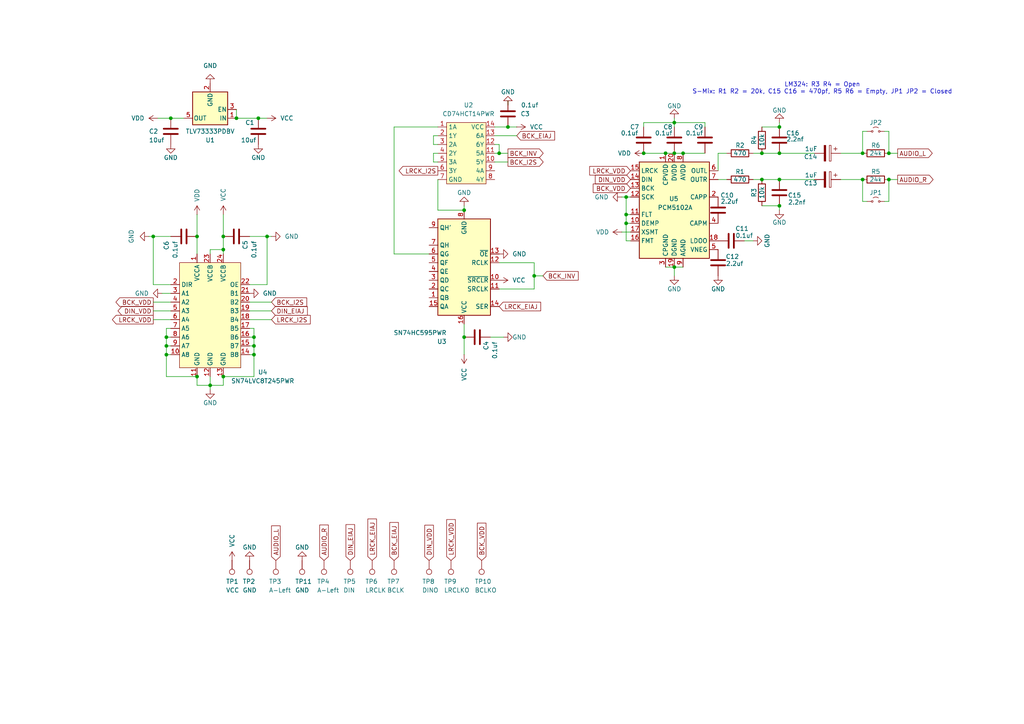
<source format=kicad_sch>
(kicad_sch
	(version 20250114)
	(generator "eeschema")
	(generator_version "9.0")
	(uuid "a781822e-a133-40a7-b35d-245c79924aaa")
	(paper "A4")
	(lib_symbols
		(symbol "74xx:74HC595"
			(exclude_from_sim no)
			(in_bom yes)
			(on_board yes)
			(property "Reference" "U"
				(at -7.62 13.97 0)
				(effects
					(font
						(size 1.27 1.27)
					)
				)
			)
			(property "Value" "74HC595"
				(at -7.62 -16.51 0)
				(effects
					(font
						(size 1.27 1.27)
					)
				)
			)
			(property "Footprint" ""
				(at 0 0 0)
				(effects
					(font
						(size 1.27 1.27)
					)
					(hide yes)
				)
			)
			(property "Datasheet" "http://www.ti.com/lit/ds/symlink/sn74hc595.pdf"
				(at 0 0 0)
				(effects
					(font
						(size 1.27 1.27)
					)
					(hide yes)
				)
			)
			(property "Description" "8-bit serial in/out Shift Register 3-State Outputs"
				(at 0 0 0)
				(effects
					(font
						(size 1.27 1.27)
					)
					(hide yes)
				)
			)
			(property "ki_keywords" "HCMOS SR 3State"
				(at 0 0 0)
				(effects
					(font
						(size 1.27 1.27)
					)
					(hide yes)
				)
			)
			(property "ki_fp_filters" "DIP*W7.62mm* SOIC*3.9x9.9mm*P1.27mm* TSSOP*4.4x5mm*P0.65mm* SOIC*5.3x10.2mm*P1.27mm* SOIC*7.5x10.3mm*P1.27mm*"
				(at 0 0 0)
				(effects
					(font
						(size 1.27 1.27)
					)
					(hide yes)
				)
			)
			(symbol "74HC595_1_0"
				(pin input line
					(at -10.16 10.16 0)
					(length 2.54)
					(name "SER"
						(effects
							(font
								(size 1.27 1.27)
							)
						)
					)
					(number "14"
						(effects
							(font
								(size 1.27 1.27)
							)
						)
					)
				)
				(pin input line
					(at -10.16 5.08 0)
					(length 2.54)
					(name "SRCLK"
						(effects
							(font
								(size 1.27 1.27)
							)
						)
					)
					(number "11"
						(effects
							(font
								(size 1.27 1.27)
							)
						)
					)
				)
				(pin input line
					(at -10.16 2.54 0)
					(length 2.54)
					(name "~{SRCLR}"
						(effects
							(font
								(size 1.27 1.27)
							)
						)
					)
					(number "10"
						(effects
							(font
								(size 1.27 1.27)
							)
						)
					)
				)
				(pin input line
					(at -10.16 -2.54 0)
					(length 2.54)
					(name "RCLK"
						(effects
							(font
								(size 1.27 1.27)
							)
						)
					)
					(number "12"
						(effects
							(font
								(size 1.27 1.27)
							)
						)
					)
				)
				(pin input line
					(at -10.16 -5.08 0)
					(length 2.54)
					(name "~{OE}"
						(effects
							(font
								(size 1.27 1.27)
							)
						)
					)
					(number "13"
						(effects
							(font
								(size 1.27 1.27)
							)
						)
					)
				)
				(pin power_in line
					(at 0 15.24 270)
					(length 2.54)
					(name "VCC"
						(effects
							(font
								(size 1.27 1.27)
							)
						)
					)
					(number "16"
						(effects
							(font
								(size 1.27 1.27)
							)
						)
					)
				)
				(pin power_in line
					(at 0 -17.78 90)
					(length 2.54)
					(name "GND"
						(effects
							(font
								(size 1.27 1.27)
							)
						)
					)
					(number "8"
						(effects
							(font
								(size 1.27 1.27)
							)
						)
					)
				)
				(pin tri_state line
					(at 10.16 10.16 180)
					(length 2.54)
					(name "QA"
						(effects
							(font
								(size 1.27 1.27)
							)
						)
					)
					(number "15"
						(effects
							(font
								(size 1.27 1.27)
							)
						)
					)
				)
				(pin tri_state line
					(at 10.16 7.62 180)
					(length 2.54)
					(name "QB"
						(effects
							(font
								(size 1.27 1.27)
							)
						)
					)
					(number "1"
						(effects
							(font
								(size 1.27 1.27)
							)
						)
					)
				)
				(pin tri_state line
					(at 10.16 5.08 180)
					(length 2.54)
					(name "QC"
						(effects
							(font
								(size 1.27 1.27)
							)
						)
					)
					(number "2"
						(effects
							(font
								(size 1.27 1.27)
							)
						)
					)
				)
				(pin tri_state line
					(at 10.16 2.54 180)
					(length 2.54)
					(name "QD"
						(effects
							(font
								(size 1.27 1.27)
							)
						)
					)
					(number "3"
						(effects
							(font
								(size 1.27 1.27)
							)
						)
					)
				)
				(pin tri_state line
					(at 10.16 0 180)
					(length 2.54)
					(name "QE"
						(effects
							(font
								(size 1.27 1.27)
							)
						)
					)
					(number "4"
						(effects
							(font
								(size 1.27 1.27)
							)
						)
					)
				)
				(pin tri_state line
					(at 10.16 -2.54 180)
					(length 2.54)
					(name "QF"
						(effects
							(font
								(size 1.27 1.27)
							)
						)
					)
					(number "5"
						(effects
							(font
								(size 1.27 1.27)
							)
						)
					)
				)
				(pin tri_state line
					(at 10.16 -5.08 180)
					(length 2.54)
					(name "QG"
						(effects
							(font
								(size 1.27 1.27)
							)
						)
					)
					(number "6"
						(effects
							(font
								(size 1.27 1.27)
							)
						)
					)
				)
				(pin tri_state line
					(at 10.16 -7.62 180)
					(length 2.54)
					(name "QH"
						(effects
							(font
								(size 1.27 1.27)
							)
						)
					)
					(number "7"
						(effects
							(font
								(size 1.27 1.27)
							)
						)
					)
				)
				(pin output line
					(at 10.16 -12.7 180)
					(length 2.54)
					(name "QH'"
						(effects
							(font
								(size 1.27 1.27)
							)
						)
					)
					(number "9"
						(effects
							(font
								(size 1.27 1.27)
							)
						)
					)
				)
			)
			(symbol "74HC595_1_1"
				(rectangle
					(start -7.62 12.7)
					(end 7.62 -15.24)
					(stroke
						(width 0.254)
						(type default)
					)
					(fill
						(type background)
					)
				)
			)
			(embedded_fonts no)
		)
		(symbol "Audio:PCM5100"
			(exclude_from_sim no)
			(in_bom yes)
			(on_board yes)
			(property "Reference" "U"
				(at -10.16 13.97 0)
				(effects
					(font
						(size 1.27 1.27)
					)
					(justify left)
				)
			)
			(property "Value" "PCM5100"
				(at 3.81 13.97 0)
				(effects
					(font
						(size 1.27 1.27)
					)
					(justify left)
				)
			)
			(property "Footprint" "Package_SO:TSSOP-20_4.4x6.5mm_P0.65mm"
				(at -1.27 19.05 0)
				(effects
					(font
						(size 1.27 1.27)
					)
					(hide yes)
				)
			)
			(property "Datasheet" "http://www.ti.com/lit/ds/symlink/pcm5100.pdf"
				(at -1.27 19.05 0)
				(effects
					(font
						(size 1.27 1.27)
					)
					(hide yes)
				)
			)
			(property "Description" "2VRMS DirectPath, 100dB Audio Stereo DAC with 32-bit, 384kHz PCM Interface, TSSOP-20"
				(at 0 0 0)
				(effects
					(font
						(size 1.27 1.27)
					)
					(hide yes)
				)
			)
			(property "ki_keywords" "audio dac 2ch 32bit 384kHz"
				(at 0 0 0)
				(effects
					(font
						(size 1.27 1.27)
					)
					(hide yes)
				)
			)
			(property "ki_fp_filters" "TSSOP*4.4x6.5mm*P0.65mm*"
				(at 0 0 0)
				(effects
					(font
						(size 1.27 1.27)
					)
					(hide yes)
				)
			)
			(symbol "PCM5100_0_1"
				(rectangle
					(start -10.16 12.7)
					(end 10.16 -15.24)
					(stroke
						(width 0.254)
						(type default)
					)
					(fill
						(type background)
					)
				)
			)
			(symbol "PCM5100_1_1"
				(pin input line
					(at -12.7 10.16 0)
					(length 2.54)
					(name "LRCK"
						(effects
							(font
								(size 1.27 1.27)
							)
						)
					)
					(number "15"
						(effects
							(font
								(size 1.27 1.27)
							)
						)
					)
				)
				(pin input line
					(at -12.7 7.62 0)
					(length 2.54)
					(name "DIN"
						(effects
							(font
								(size 1.27 1.27)
							)
						)
					)
					(number "14"
						(effects
							(font
								(size 1.27 1.27)
							)
						)
					)
				)
				(pin input line
					(at -12.7 5.08 0)
					(length 2.54)
					(name "BCK"
						(effects
							(font
								(size 1.27 1.27)
							)
						)
					)
					(number "13"
						(effects
							(font
								(size 1.27 1.27)
							)
						)
					)
				)
				(pin input line
					(at -12.7 2.54 0)
					(length 2.54)
					(name "SCK"
						(effects
							(font
								(size 1.27 1.27)
							)
						)
					)
					(number "12"
						(effects
							(font
								(size 1.27 1.27)
							)
						)
					)
				)
				(pin input line
					(at -12.7 -2.54 0)
					(length 2.54)
					(name "FLT"
						(effects
							(font
								(size 1.27 1.27)
							)
						)
					)
					(number "11"
						(effects
							(font
								(size 1.27 1.27)
							)
						)
					)
				)
				(pin input line
					(at -12.7 -5.08 0)
					(length 2.54)
					(name "DEMP"
						(effects
							(font
								(size 1.27 1.27)
							)
						)
					)
					(number "10"
						(effects
							(font
								(size 1.27 1.27)
							)
						)
					)
				)
				(pin input line
					(at -12.7 -7.62 0)
					(length 2.54)
					(name "XSMT"
						(effects
							(font
								(size 1.27 1.27)
							)
						)
					)
					(number "17"
						(effects
							(font
								(size 1.27 1.27)
							)
						)
					)
				)
				(pin input line
					(at -12.7 -10.16 0)
					(length 2.54)
					(name "FMT"
						(effects
							(font
								(size 1.27 1.27)
							)
						)
					)
					(number "16"
						(effects
							(font
								(size 1.27 1.27)
							)
						)
					)
				)
				(pin passive line
					(at -2.54 15.24 270)
					(length 2.54)
					(name "CPVDD"
						(effects
							(font
								(size 1.27 1.27)
							)
						)
					)
					(number "1"
						(effects
							(font
								(size 1.27 1.27)
							)
						)
					)
				)
				(pin power_in line
					(at -2.54 -17.78 90)
					(length 2.54)
					(name "CPGND"
						(effects
							(font
								(size 1.27 1.27)
							)
						)
					)
					(number "3"
						(effects
							(font
								(size 1.27 1.27)
							)
						)
					)
				)
				(pin power_in line
					(at 0 15.24 270)
					(length 2.54)
					(name "DVDD"
						(effects
							(font
								(size 1.27 1.27)
							)
						)
					)
					(number "20"
						(effects
							(font
								(size 1.27 1.27)
							)
						)
					)
				)
				(pin power_in line
					(at 0 -17.78 90)
					(length 2.54)
					(name "DGND"
						(effects
							(font
								(size 1.27 1.27)
							)
						)
					)
					(number "19"
						(effects
							(font
								(size 1.27 1.27)
							)
						)
					)
				)
				(pin power_in line
					(at 2.54 15.24 270)
					(length 2.54)
					(name "AVDD"
						(effects
							(font
								(size 1.27 1.27)
							)
						)
					)
					(number "8"
						(effects
							(font
								(size 1.27 1.27)
							)
						)
					)
				)
				(pin power_in line
					(at 2.54 -17.78 90)
					(length 2.54)
					(name "AGND"
						(effects
							(font
								(size 1.27 1.27)
							)
						)
					)
					(number "9"
						(effects
							(font
								(size 1.27 1.27)
							)
						)
					)
				)
				(pin output line
					(at 12.7 10.16 180)
					(length 2.54)
					(name "OUTL"
						(effects
							(font
								(size 1.27 1.27)
							)
						)
					)
					(number "6"
						(effects
							(font
								(size 1.27 1.27)
							)
						)
					)
				)
				(pin output line
					(at 12.7 7.62 180)
					(length 2.54)
					(name "OUTR"
						(effects
							(font
								(size 1.27 1.27)
							)
						)
					)
					(number "7"
						(effects
							(font
								(size 1.27 1.27)
							)
						)
					)
				)
				(pin passive line
					(at 12.7 2.54 180)
					(length 2.54)
					(name "CAPP"
						(effects
							(font
								(size 1.27 1.27)
							)
						)
					)
					(number "2"
						(effects
							(font
								(size 1.27 1.27)
							)
						)
					)
				)
				(pin passive line
					(at 12.7 -5.08 180)
					(length 2.54)
					(name "CAPM"
						(effects
							(font
								(size 1.27 1.27)
							)
						)
					)
					(number "4"
						(effects
							(font
								(size 1.27 1.27)
							)
						)
					)
				)
				(pin passive line
					(at 12.7 -10.16 180)
					(length 2.54)
					(name "LDOO"
						(effects
							(font
								(size 1.27 1.27)
							)
						)
					)
					(number "18"
						(effects
							(font
								(size 1.27 1.27)
							)
						)
					)
				)
				(pin passive line
					(at 12.7 -12.7 180)
					(length 2.54)
					(name "VNEG"
						(effects
							(font
								(size 1.27 1.27)
							)
						)
					)
					(number "5"
						(effects
							(font
								(size 1.27 1.27)
							)
						)
					)
				)
			)
			(embedded_fonts no)
		)
		(symbol "Connector:TestPoint"
			(pin_numbers
				(hide yes)
			)
			(pin_names
				(offset 0.762)
				(hide yes)
			)
			(exclude_from_sim no)
			(in_bom yes)
			(on_board yes)
			(property "Reference" "TP"
				(at 0 6.858 0)
				(effects
					(font
						(size 1.27 1.27)
					)
				)
			)
			(property "Value" "TestPoint"
				(at 0 5.08 0)
				(effects
					(font
						(size 1.27 1.27)
					)
				)
			)
			(property "Footprint" ""
				(at 5.08 0 0)
				(effects
					(font
						(size 1.27 1.27)
					)
					(hide yes)
				)
			)
			(property "Datasheet" "~"
				(at 5.08 0 0)
				(effects
					(font
						(size 1.27 1.27)
					)
					(hide yes)
				)
			)
			(property "Description" "test point"
				(at 0 0 0)
				(effects
					(font
						(size 1.27 1.27)
					)
					(hide yes)
				)
			)
			(property "ki_keywords" "test point tp"
				(at 0 0 0)
				(effects
					(font
						(size 1.27 1.27)
					)
					(hide yes)
				)
			)
			(property "ki_fp_filters" "Pin* Test*"
				(at 0 0 0)
				(effects
					(font
						(size 1.27 1.27)
					)
					(hide yes)
				)
			)
			(symbol "TestPoint_0_1"
				(circle
					(center 0 3.302)
					(radius 0.762)
					(stroke
						(width 0)
						(type default)
					)
					(fill
						(type none)
					)
				)
			)
			(symbol "TestPoint_1_1"
				(pin passive line
					(at 0 0 90)
					(length 2.54)
					(name "1"
						(effects
							(font
								(size 1.27 1.27)
							)
						)
					)
					(number "1"
						(effects
							(font
								(size 1.27 1.27)
							)
						)
					)
				)
			)
			(embedded_fonts no)
		)
		(symbol "CustomIC:CD74HCT14"
			(exclude_from_sim no)
			(in_bom yes)
			(on_board yes)
			(property "Reference" "U"
				(at 0 0 0)
				(effects
					(font
						(size 1.27 1.27)
					)
				)
			)
			(property "Value" ""
				(at 0 0 0)
				(effects
					(font
						(size 1.27 1.27)
					)
				)
			)
			(property "Footprint" ""
				(at 0 0 0)
				(effects
					(font
						(size 1.27 1.27)
					)
					(hide yes)
				)
			)
			(property "Datasheet" ""
				(at 0 0 0)
				(effects
					(font
						(size 1.27 1.27)
					)
					(hide yes)
				)
			)
			(property "Description" ""
				(at 0 0 0)
				(effects
					(font
						(size 1.27 1.27)
					)
					(hide yes)
				)
			)
			(symbol "CD74HCT14_1_1"
				(rectangle
					(start -6.35 7.62)
					(end 5.08 -10.16)
					(stroke
						(width 0)
						(type default)
					)
					(fill
						(type background)
					)
				)
				(pin input line
					(at -8.89 6.35 0)
					(length 2.54)
					(name "1A"
						(effects
							(font
								(size 1.27 1.27)
							)
						)
					)
					(number "1"
						(effects
							(font
								(size 1.27 1.27)
							)
						)
					)
				)
				(pin output line
					(at -8.89 3.81 0)
					(length 2.54)
					(name "1Y"
						(effects
							(font
								(size 1.27 1.27)
							)
						)
					)
					(number "2"
						(effects
							(font
								(size 1.27 1.27)
							)
						)
					)
				)
				(pin input line
					(at -8.89 1.27 0)
					(length 2.54)
					(name "2A"
						(effects
							(font
								(size 1.27 1.27)
							)
						)
					)
					(number "3"
						(effects
							(font
								(size 1.27 1.27)
							)
						)
					)
				)
				(pin output line
					(at -8.89 -1.27 0)
					(length 2.54)
					(name "2Y"
						(effects
							(font
								(size 1.27 1.27)
							)
						)
					)
					(number "4"
						(effects
							(font
								(size 1.27 1.27)
							)
						)
					)
				)
				(pin input line
					(at -8.89 -3.81 0)
					(length 2.54)
					(name "3A"
						(effects
							(font
								(size 1.27 1.27)
							)
						)
					)
					(number "5"
						(effects
							(font
								(size 1.27 1.27)
							)
						)
					)
				)
				(pin output line
					(at -8.89 -6.35 0)
					(length 2.54)
					(name "3Y"
						(effects
							(font
								(size 1.27 1.27)
							)
						)
					)
					(number "6"
						(effects
							(font
								(size 1.27 1.27)
							)
						)
					)
				)
				(pin power_in line
					(at -8.89 -8.89 0)
					(length 2.54)
					(name "GND"
						(effects
							(font
								(size 1.27 1.27)
							)
						)
					)
					(number "7"
						(effects
							(font
								(size 1.27 1.27)
							)
						)
					)
				)
				(pin power_in line
					(at 7.62 6.35 180)
					(length 2.54)
					(name "VCC"
						(effects
							(font
								(size 1.27 1.27)
							)
						)
					)
					(number "14"
						(effects
							(font
								(size 1.27 1.27)
							)
						)
					)
				)
				(pin input line
					(at 7.62 3.81 180)
					(length 2.54)
					(name "6A"
						(effects
							(font
								(size 1.27 1.27)
							)
						)
					)
					(number "13"
						(effects
							(font
								(size 1.27 1.27)
							)
						)
					)
				)
				(pin input line
					(at 7.62 1.27 180)
					(length 2.54)
					(name "6Y"
						(effects
							(font
								(size 1.27 1.27)
							)
						)
					)
					(number "12"
						(effects
							(font
								(size 1.27 1.27)
							)
						)
					)
				)
				(pin input line
					(at 7.62 -1.27 180)
					(length 2.54)
					(name "5A"
						(effects
							(font
								(size 1.27 1.27)
							)
						)
					)
					(number "11"
						(effects
							(font
								(size 1.27 1.27)
							)
						)
					)
				)
				(pin input line
					(at 7.62 -3.81 180)
					(length 2.54)
					(name "5Y"
						(effects
							(font
								(size 1.27 1.27)
							)
						)
					)
					(number "10"
						(effects
							(font
								(size 1.27 1.27)
							)
						)
					)
				)
				(pin input line
					(at 7.62 -6.35 180)
					(length 2.54)
					(name "4A"
						(effects
							(font
								(size 1.27 1.27)
							)
						)
					)
					(number "9"
						(effects
							(font
								(size 1.27 1.27)
							)
						)
					)
				)
				(pin input line
					(at 7.62 -8.89 180)
					(length 2.54)
					(name "4Y"
						(effects
							(font
								(size 1.27 1.27)
							)
						)
					)
					(number "8"
						(effects
							(font
								(size 1.27 1.27)
							)
						)
					)
				)
			)
			(embedded_fonts no)
		)
		(symbol "CustomIC:SN74LVC8T245"
			(exclude_from_sim no)
			(in_bom yes)
			(on_board yes)
			(property "Reference" "U"
				(at 0 0 0)
				(effects
					(font
						(size 1.27 1.27)
					)
				)
			)
			(property "Value" ""
				(at 0 0 0)
				(effects
					(font
						(size 1.27 1.27)
					)
				)
			)
			(property "Footprint" ""
				(at 0 0 0)
				(effects
					(font
						(size 1.27 1.27)
					)
					(hide yes)
				)
			)
			(property "Datasheet" ""
				(at 0 0 0)
				(effects
					(font
						(size 1.27 1.27)
					)
					(hide yes)
				)
			)
			(property "Description" ""
				(at 0 0 0)
				(effects
					(font
						(size 1.27 1.27)
					)
					(hide yes)
				)
			)
			(symbol "SN74LVC8T245_1_1"
				(rectangle
					(start -8.89 16.51)
					(end 8.89 -13.97)
					(stroke
						(width 0)
						(type default)
					)
					(fill
						(type background)
					)
				)
				(pin input line
					(at -11.43 10.16 0)
					(length 2.54)
					(name "DIR"
						(effects
							(font
								(size 1.27 1.27)
							)
						)
					)
					(number "2"
						(effects
							(font
								(size 1.27 1.27)
							)
						)
					)
				)
				(pin bidirectional line
					(at -11.43 7.62 0)
					(length 2.54)
					(name "A1"
						(effects
							(font
								(size 1.27 1.27)
							)
						)
					)
					(number "3"
						(effects
							(font
								(size 1.27 1.27)
							)
						)
					)
				)
				(pin bidirectional line
					(at -11.43 5.08 0)
					(length 2.54)
					(name "A2"
						(effects
							(font
								(size 1.27 1.27)
							)
						)
					)
					(number "4"
						(effects
							(font
								(size 1.27 1.27)
							)
						)
					)
				)
				(pin bidirectional line
					(at -11.43 2.54 0)
					(length 2.54)
					(name "A3"
						(effects
							(font
								(size 1.27 1.27)
							)
						)
					)
					(number "5"
						(effects
							(font
								(size 1.27 1.27)
							)
						)
					)
				)
				(pin bidirectional line
					(at -11.43 0 0)
					(length 2.54)
					(name "A4"
						(effects
							(font
								(size 1.27 1.27)
							)
						)
					)
					(number "6"
						(effects
							(font
								(size 1.27 1.27)
							)
						)
					)
				)
				(pin bidirectional line
					(at -11.43 -2.54 0)
					(length 2.54)
					(name "A5"
						(effects
							(font
								(size 1.27 1.27)
							)
						)
					)
					(number "7"
						(effects
							(font
								(size 1.27 1.27)
							)
						)
					)
				)
				(pin bidirectional line
					(at -11.43 -5.08 0)
					(length 2.54)
					(name "A6"
						(effects
							(font
								(size 1.27 1.27)
							)
						)
					)
					(number "8"
						(effects
							(font
								(size 1.27 1.27)
							)
						)
					)
				)
				(pin bidirectional line
					(at -11.43 -7.62 0)
					(length 2.54)
					(name "A7"
						(effects
							(font
								(size 1.27 1.27)
							)
						)
					)
					(number "9"
						(effects
							(font
								(size 1.27 1.27)
							)
						)
					)
				)
				(pin bidirectional line
					(at -11.43 -10.16 0)
					(length 2.54)
					(name "A8"
						(effects
							(font
								(size 1.27 1.27)
							)
						)
					)
					(number "10"
						(effects
							(font
								(size 1.27 1.27)
							)
						)
					)
				)
				(pin power_in line
					(at -3.81 19.05 270)
					(length 2.54)
					(name "VCCA"
						(effects
							(font
								(size 1.27 1.27)
							)
						)
					)
					(number "1"
						(effects
							(font
								(size 1.27 1.27)
							)
						)
					)
				)
				(pin power_in line
					(at -3.81 -16.51 90)
					(length 2.54)
					(name "GND"
						(effects
							(font
								(size 1.27 1.27)
							)
						)
					)
					(number "11"
						(effects
							(font
								(size 1.27 1.27)
							)
						)
					)
				)
				(pin power_in line
					(at 0 19.05 270)
					(length 2.54)
					(name "VCCB"
						(effects
							(font
								(size 1.27 1.27)
							)
						)
					)
					(number "23"
						(effects
							(font
								(size 1.27 1.27)
							)
						)
					)
				)
				(pin power_in line
					(at 0 -16.51 90)
					(length 2.54)
					(name "GND"
						(effects
							(font
								(size 1.27 1.27)
							)
						)
					)
					(number "12"
						(effects
							(font
								(size 1.27 1.27)
							)
						)
					)
				)
				(pin power_in line
					(at 3.81 19.05 270)
					(length 2.54)
					(name "VCCB"
						(effects
							(font
								(size 1.27 1.27)
							)
						)
					)
					(number "24"
						(effects
							(font
								(size 1.27 1.27)
							)
						)
					)
				)
				(pin power_in line
					(at 3.81 -16.51 90)
					(length 2.54)
					(name "GND"
						(effects
							(font
								(size 1.27 1.27)
							)
						)
					)
					(number "13"
						(effects
							(font
								(size 1.27 1.27)
							)
						)
					)
				)
				(pin input line
					(at 11.43 10.16 180)
					(length 2.54)
					(name "OE"
						(effects
							(font
								(size 1.27 1.27)
							)
						)
					)
					(number "22"
						(effects
							(font
								(size 1.27 1.27)
							)
						)
					)
				)
				(pin bidirectional line
					(at 11.43 7.62 180)
					(length 2.54)
					(name "B1"
						(effects
							(font
								(size 1.27 1.27)
							)
						)
					)
					(number "21"
						(effects
							(font
								(size 1.27 1.27)
							)
						)
					)
				)
				(pin bidirectional line
					(at 11.43 5.08 180)
					(length 2.54)
					(name "B2"
						(effects
							(font
								(size 1.27 1.27)
							)
						)
					)
					(number "20"
						(effects
							(font
								(size 1.27 1.27)
							)
						)
					)
				)
				(pin bidirectional line
					(at 11.43 2.54 180)
					(length 2.54)
					(name "B3"
						(effects
							(font
								(size 1.27 1.27)
							)
						)
					)
					(number "19"
						(effects
							(font
								(size 1.27 1.27)
							)
						)
					)
				)
				(pin bidirectional line
					(at 11.43 0 180)
					(length 2.54)
					(name "B4"
						(effects
							(font
								(size 1.27 1.27)
							)
						)
					)
					(number "18"
						(effects
							(font
								(size 1.27 1.27)
							)
						)
					)
				)
				(pin bidirectional line
					(at 11.43 -2.54 180)
					(length 2.54)
					(name "B5"
						(effects
							(font
								(size 1.27 1.27)
							)
						)
					)
					(number "17"
						(effects
							(font
								(size 1.27 1.27)
							)
						)
					)
				)
				(pin bidirectional line
					(at 11.43 -5.08 180)
					(length 2.54)
					(name "B6"
						(effects
							(font
								(size 1.27 1.27)
							)
						)
					)
					(number "16"
						(effects
							(font
								(size 1.27 1.27)
							)
						)
					)
				)
				(pin bidirectional line
					(at 11.43 -7.62 180)
					(length 2.54)
					(name "B7"
						(effects
							(font
								(size 1.27 1.27)
							)
						)
					)
					(number "15"
						(effects
							(font
								(size 1.27 1.27)
							)
						)
					)
				)
				(pin bidirectional line
					(at 11.43 -10.16 180)
					(length 2.54)
					(name "B8"
						(effects
							(font
								(size 1.27 1.27)
							)
						)
					)
					(number "14"
						(effects
							(font
								(size 1.27 1.27)
							)
						)
					)
				)
			)
			(embedded_fonts no)
		)
		(symbol "Device:C"
			(pin_numbers
				(hide yes)
			)
			(pin_names
				(offset 0.254)
			)
			(exclude_from_sim no)
			(in_bom yes)
			(on_board yes)
			(property "Reference" "C"
				(at 0.635 2.54 0)
				(effects
					(font
						(size 1.27 1.27)
					)
					(justify left)
				)
			)
			(property "Value" "C"
				(at 0.635 -2.54 0)
				(effects
					(font
						(size 1.27 1.27)
					)
					(justify left)
				)
			)
			(property "Footprint" ""
				(at 0.9652 -3.81 0)
				(effects
					(font
						(size 1.27 1.27)
					)
					(hide yes)
				)
			)
			(property "Datasheet" "~"
				(at 0 0 0)
				(effects
					(font
						(size 1.27 1.27)
					)
					(hide yes)
				)
			)
			(property "Description" "Unpolarized capacitor"
				(at 0 0 0)
				(effects
					(font
						(size 1.27 1.27)
					)
					(hide yes)
				)
			)
			(property "ki_keywords" "cap capacitor"
				(at 0 0 0)
				(effects
					(font
						(size 1.27 1.27)
					)
					(hide yes)
				)
			)
			(property "ki_fp_filters" "C_*"
				(at 0 0 0)
				(effects
					(font
						(size 1.27 1.27)
					)
					(hide yes)
				)
			)
			(symbol "C_0_1"
				(polyline
					(pts
						(xy -2.032 0.762) (xy 2.032 0.762)
					)
					(stroke
						(width 0.508)
						(type default)
					)
					(fill
						(type none)
					)
				)
				(polyline
					(pts
						(xy -2.032 -0.762) (xy 2.032 -0.762)
					)
					(stroke
						(width 0.508)
						(type default)
					)
					(fill
						(type none)
					)
				)
			)
			(symbol "C_1_1"
				(pin passive line
					(at 0 3.81 270)
					(length 2.794)
					(name "~"
						(effects
							(font
								(size 1.27 1.27)
							)
						)
					)
					(number "1"
						(effects
							(font
								(size 1.27 1.27)
							)
						)
					)
				)
				(pin passive line
					(at 0 -3.81 90)
					(length 2.794)
					(name "~"
						(effects
							(font
								(size 1.27 1.27)
							)
						)
					)
					(number "2"
						(effects
							(font
								(size 1.27 1.27)
							)
						)
					)
				)
			)
			(embedded_fonts no)
		)
		(symbol "Device:C_Polarized"
			(pin_numbers
				(hide yes)
			)
			(pin_names
				(offset 0.254)
			)
			(exclude_from_sim no)
			(in_bom yes)
			(on_board yes)
			(property "Reference" "C"
				(at 0.635 2.54 0)
				(effects
					(font
						(size 1.27 1.27)
					)
					(justify left)
				)
			)
			(property "Value" "C_Polarized"
				(at 0.635 -2.54 0)
				(effects
					(font
						(size 1.27 1.27)
					)
					(justify left)
				)
			)
			(property "Footprint" ""
				(at 0.9652 -3.81 0)
				(effects
					(font
						(size 1.27 1.27)
					)
					(hide yes)
				)
			)
			(property "Datasheet" "~"
				(at 0 0 0)
				(effects
					(font
						(size 1.27 1.27)
					)
					(hide yes)
				)
			)
			(property "Description" "Polarized capacitor"
				(at 0 0 0)
				(effects
					(font
						(size 1.27 1.27)
					)
					(hide yes)
				)
			)
			(property "ki_keywords" "cap capacitor"
				(at 0 0 0)
				(effects
					(font
						(size 1.27 1.27)
					)
					(hide yes)
				)
			)
			(property "ki_fp_filters" "CP_*"
				(at 0 0 0)
				(effects
					(font
						(size 1.27 1.27)
					)
					(hide yes)
				)
			)
			(symbol "C_Polarized_0_1"
				(rectangle
					(start -2.286 0.508)
					(end 2.286 1.016)
					(stroke
						(width 0)
						(type default)
					)
					(fill
						(type none)
					)
				)
				(polyline
					(pts
						(xy -1.778 2.286) (xy -0.762 2.286)
					)
					(stroke
						(width 0)
						(type default)
					)
					(fill
						(type none)
					)
				)
				(polyline
					(pts
						(xy -1.27 2.794) (xy -1.27 1.778)
					)
					(stroke
						(width 0)
						(type default)
					)
					(fill
						(type none)
					)
				)
				(rectangle
					(start 2.286 -0.508)
					(end -2.286 -1.016)
					(stroke
						(width 0)
						(type default)
					)
					(fill
						(type outline)
					)
				)
			)
			(symbol "C_Polarized_1_1"
				(pin passive line
					(at 0 3.81 270)
					(length 2.794)
					(name "~"
						(effects
							(font
								(size 1.27 1.27)
							)
						)
					)
					(number "1"
						(effects
							(font
								(size 1.27 1.27)
							)
						)
					)
				)
				(pin passive line
					(at 0 -3.81 90)
					(length 2.794)
					(name "~"
						(effects
							(font
								(size 1.27 1.27)
							)
						)
					)
					(number "2"
						(effects
							(font
								(size 1.27 1.27)
							)
						)
					)
				)
			)
			(embedded_fonts no)
		)
		(symbol "Device:R"
			(pin_numbers
				(hide yes)
			)
			(pin_names
				(offset 0)
			)
			(exclude_from_sim no)
			(in_bom yes)
			(on_board yes)
			(property "Reference" "R"
				(at 2.032 0 90)
				(effects
					(font
						(size 1.27 1.27)
					)
				)
			)
			(property "Value" "R"
				(at 0 0 90)
				(effects
					(font
						(size 1.27 1.27)
					)
				)
			)
			(property "Footprint" ""
				(at -1.778 0 90)
				(effects
					(font
						(size 1.27 1.27)
					)
					(hide yes)
				)
			)
			(property "Datasheet" "~"
				(at 0 0 0)
				(effects
					(font
						(size 1.27 1.27)
					)
					(hide yes)
				)
			)
			(property "Description" "Resistor"
				(at 0 0 0)
				(effects
					(font
						(size 1.27 1.27)
					)
					(hide yes)
				)
			)
			(property "ki_keywords" "R res resistor"
				(at 0 0 0)
				(effects
					(font
						(size 1.27 1.27)
					)
					(hide yes)
				)
			)
			(property "ki_fp_filters" "R_*"
				(at 0 0 0)
				(effects
					(font
						(size 1.27 1.27)
					)
					(hide yes)
				)
			)
			(symbol "R_0_1"
				(rectangle
					(start -1.016 -2.54)
					(end 1.016 2.54)
					(stroke
						(width 0.254)
						(type default)
					)
					(fill
						(type none)
					)
				)
			)
			(symbol "R_1_1"
				(pin passive line
					(at 0 3.81 270)
					(length 1.27)
					(name "~"
						(effects
							(font
								(size 1.27 1.27)
							)
						)
					)
					(number "1"
						(effects
							(font
								(size 1.27 1.27)
							)
						)
					)
				)
				(pin passive line
					(at 0 -3.81 90)
					(length 1.27)
					(name "~"
						(effects
							(font
								(size 1.27 1.27)
							)
						)
					)
					(number "2"
						(effects
							(font
								(size 1.27 1.27)
							)
						)
					)
				)
			)
			(embedded_fonts no)
		)
		(symbol "Jumper:Jumper_2_Small_Open"
			(pin_numbers
				(hide yes)
			)
			(pin_names
				(offset 0)
				(hide yes)
			)
			(exclude_from_sim yes)
			(in_bom yes)
			(on_board yes)
			(property "Reference" "JP"
				(at 0 2.794 0)
				(effects
					(font
						(size 1.27 1.27)
					)
				)
			)
			(property "Value" "Jumper_2_Small_Open"
				(at 0 -2.286 0)
				(effects
					(font
						(size 1.27 1.27)
					)
				)
			)
			(property "Footprint" ""
				(at 0 0 0)
				(effects
					(font
						(size 1.27 1.27)
					)
					(hide yes)
				)
			)
			(property "Datasheet" "~"
				(at 0 0 0)
				(effects
					(font
						(size 1.27 1.27)
					)
					(hide yes)
				)
			)
			(property "Description" "Jumper, 2-pole, small symbol, open"
				(at 0 0 0)
				(effects
					(font
						(size 1.27 1.27)
					)
					(hide yes)
				)
			)
			(property "ki_keywords" "Jumper SPST"
				(at 0 0 0)
				(effects
					(font
						(size 1.27 1.27)
					)
					(hide yes)
				)
			)
			(property "ki_fp_filters" "Jumper* TestPoint*2Pads* TestPoint*Bridge*"
				(at 0 0 0)
				(effects
					(font
						(size 1.27 1.27)
					)
					(hide yes)
				)
			)
			(symbol "Jumper_2_Small_Open_0_0"
				(circle
					(center -1.016 0)
					(radius 0.254)
					(stroke
						(width 0)
						(type default)
					)
					(fill
						(type none)
					)
				)
				(circle
					(center 1.016 0)
					(radius 0.254)
					(stroke
						(width 0)
						(type default)
					)
					(fill
						(type none)
					)
				)
			)
			(symbol "Jumper_2_Small_Open_0_1"
				(arc
					(start -0.762 1.0196)
					(mid 0 1.2729)
					(end 0.762 1.0196)
					(stroke
						(width 0)
						(type default)
					)
					(fill
						(type none)
					)
				)
			)
			(symbol "Jumper_2_Small_Open_1_1"
				(pin passive line
					(at -2.54 0 0)
					(length 1.27)
					(name "A"
						(effects
							(font
								(size 1.27 1.27)
							)
						)
					)
					(number "1"
						(effects
							(font
								(size 1.27 1.27)
							)
						)
					)
				)
				(pin passive line
					(at 2.54 0 180)
					(length 1.27)
					(name "B"
						(effects
							(font
								(size 1.27 1.27)
							)
						)
					)
					(number "2"
						(effects
							(font
								(size 1.27 1.27)
							)
						)
					)
				)
			)
			(embedded_fonts no)
		)
		(symbol "Regulator_Linear:TLV73333PDBV"
			(pin_names
				(offset 0.254)
			)
			(exclude_from_sim no)
			(in_bom yes)
			(on_board yes)
			(property "Reference" "U"
				(at -3.81 5.715 0)
				(effects
					(font
						(size 1.27 1.27)
					)
				)
			)
			(property "Value" "TLV73333PDBV"
				(at 0 5.715 0)
				(effects
					(font
						(size 1.27 1.27)
					)
					(justify left)
				)
			)
			(property "Footprint" "Package_TO_SOT_SMD:SOT-23-5"
				(at 0 8.255 0)
				(effects
					(font
						(size 1.27 1.27)
						(italic yes)
					)
					(hide yes)
				)
			)
			(property "Datasheet" "http://www.ti.com/lit/ds/symlink/tlv733p.pdf"
				(at 0 0 0)
				(effects
					(font
						(size 1.27 1.27)
					)
					(hide yes)
				)
			)
			(property "Description" "300mA Capacitor-Free Low Dropout Voltage Regulator, Fixed Output 3.3V, SOT-23-5"
				(at 0 0 0)
				(effects
					(font
						(size 1.27 1.27)
					)
					(hide yes)
				)
			)
			(property "ki_keywords" "300mA LDO Regulator Fixed Positive Capacitor-Free"
				(at 0 0 0)
				(effects
					(font
						(size 1.27 1.27)
					)
					(hide yes)
				)
			)
			(property "ki_fp_filters" "SOT?23*"
				(at 0 0 0)
				(effects
					(font
						(size 1.27 1.27)
					)
					(hide yes)
				)
			)
			(symbol "TLV73333PDBV_0_1"
				(rectangle
					(start -5.08 4.445)
					(end 5.08 -5.08)
					(stroke
						(width 0.254)
						(type default)
					)
					(fill
						(type background)
					)
				)
			)
			(symbol "TLV73333PDBV_1_1"
				(pin power_in line
					(at -7.62 2.54 0)
					(length 2.54)
					(name "IN"
						(effects
							(font
								(size 1.27 1.27)
							)
						)
					)
					(number "1"
						(effects
							(font
								(size 1.27 1.27)
							)
						)
					)
				)
				(pin input line
					(at -7.62 0 0)
					(length 2.54)
					(name "EN"
						(effects
							(font
								(size 1.27 1.27)
							)
						)
					)
					(number "3"
						(effects
							(font
								(size 1.27 1.27)
							)
						)
					)
				)
				(pin power_in line
					(at 0 -7.62 90)
					(length 2.54)
					(name "GND"
						(effects
							(font
								(size 1.27 1.27)
							)
						)
					)
					(number "2"
						(effects
							(font
								(size 1.27 1.27)
							)
						)
					)
				)
				(pin no_connect line
					(at 5.08 0 180)
					(length 2.54)
					(hide yes)
					(name "NC"
						(effects
							(font
								(size 1.27 1.27)
							)
						)
					)
					(number "4"
						(effects
							(font
								(size 1.27 1.27)
							)
						)
					)
				)
				(pin power_out line
					(at 7.62 2.54 180)
					(length 2.54)
					(name "OUT"
						(effects
							(font
								(size 1.27 1.27)
							)
						)
					)
					(number "5"
						(effects
							(font
								(size 1.27 1.27)
							)
						)
					)
				)
			)
			(embedded_fonts no)
		)
		(symbol "power:GND"
			(power)
			(pin_names
				(offset 0)
			)
			(exclude_from_sim no)
			(in_bom yes)
			(on_board yes)
			(property "Reference" "#PWR"
				(at 0 -6.35 0)
				(effects
					(font
						(size 1.27 1.27)
					)
					(hide yes)
				)
			)
			(property "Value" "GND"
				(at 0 -3.81 0)
				(effects
					(font
						(size 1.27 1.27)
					)
				)
			)
			(property "Footprint" ""
				(at 0 0 0)
				(effects
					(font
						(size 1.27 1.27)
					)
					(hide yes)
				)
			)
			(property "Datasheet" ""
				(at 0 0 0)
				(effects
					(font
						(size 1.27 1.27)
					)
					(hide yes)
				)
			)
			(property "Description" "Power symbol creates a global label with name \"GND\" , ground"
				(at 0 0 0)
				(effects
					(font
						(size 1.27 1.27)
					)
					(hide yes)
				)
			)
			(property "ki_keywords" "global power"
				(at 0 0 0)
				(effects
					(font
						(size 1.27 1.27)
					)
					(hide yes)
				)
			)
			(symbol "GND_0_1"
				(polyline
					(pts
						(xy 0 0) (xy 0 -1.27) (xy 1.27 -1.27) (xy 0 -2.54) (xy -1.27 -1.27) (xy 0 -1.27)
					)
					(stroke
						(width 0)
						(type default)
					)
					(fill
						(type none)
					)
				)
			)
			(symbol "GND_1_1"
				(pin power_in line
					(at 0 0 270)
					(length 0)
					(hide yes)
					(name "GND"
						(effects
							(font
								(size 1.27 1.27)
							)
						)
					)
					(number "1"
						(effects
							(font
								(size 1.27 1.27)
							)
						)
					)
				)
			)
			(embedded_fonts no)
		)
		(symbol "power:VCC"
			(power)
			(pin_numbers
				(hide yes)
			)
			(pin_names
				(offset 0)
				(hide yes)
			)
			(exclude_from_sim no)
			(in_bom yes)
			(on_board yes)
			(property "Reference" "#PWR"
				(at 0 -3.81 0)
				(effects
					(font
						(size 1.27 1.27)
					)
					(hide yes)
				)
			)
			(property "Value" "VCC"
				(at 0 3.556 0)
				(effects
					(font
						(size 1.27 1.27)
					)
				)
			)
			(property "Footprint" ""
				(at 0 0 0)
				(effects
					(font
						(size 1.27 1.27)
					)
					(hide yes)
				)
			)
			(property "Datasheet" ""
				(at 0 0 0)
				(effects
					(font
						(size 1.27 1.27)
					)
					(hide yes)
				)
			)
			(property "Description" "Power symbol creates a global label with name \"VCC\""
				(at 0 0 0)
				(effects
					(font
						(size 1.27 1.27)
					)
					(hide yes)
				)
			)
			(property "ki_keywords" "global power"
				(at 0 0 0)
				(effects
					(font
						(size 1.27 1.27)
					)
					(hide yes)
				)
			)
			(symbol "VCC_0_1"
				(polyline
					(pts
						(xy -0.762 1.27) (xy 0 2.54)
					)
					(stroke
						(width 0)
						(type default)
					)
					(fill
						(type none)
					)
				)
				(polyline
					(pts
						(xy 0 2.54) (xy 0.762 1.27)
					)
					(stroke
						(width 0)
						(type default)
					)
					(fill
						(type none)
					)
				)
				(polyline
					(pts
						(xy 0 0) (xy 0 2.54)
					)
					(stroke
						(width 0)
						(type default)
					)
					(fill
						(type none)
					)
				)
			)
			(symbol "VCC_1_1"
				(pin power_in line
					(at 0 0 90)
					(length 0)
					(name "~"
						(effects
							(font
								(size 1.27 1.27)
							)
						)
					)
					(number "1"
						(effects
							(font
								(size 1.27 1.27)
							)
						)
					)
				)
			)
			(embedded_fonts no)
		)
		(symbol "power:VDD"
			(power)
			(pin_numbers
				(hide yes)
			)
			(pin_names
				(offset 0)
				(hide yes)
			)
			(exclude_from_sim no)
			(in_bom yes)
			(on_board yes)
			(property "Reference" "#PWR"
				(at 0 -3.81 0)
				(effects
					(font
						(size 1.27 1.27)
					)
					(hide yes)
				)
			)
			(property "Value" "VDD"
				(at 0 3.556 0)
				(effects
					(font
						(size 1.27 1.27)
					)
				)
			)
			(property "Footprint" ""
				(at 0 0 0)
				(effects
					(font
						(size 1.27 1.27)
					)
					(hide yes)
				)
			)
			(property "Datasheet" ""
				(at 0 0 0)
				(effects
					(font
						(size 1.27 1.27)
					)
					(hide yes)
				)
			)
			(property "Description" "Power symbol creates a global label with name \"VDD\""
				(at 0 0 0)
				(effects
					(font
						(size 1.27 1.27)
					)
					(hide yes)
				)
			)
			(property "ki_keywords" "global power"
				(at 0 0 0)
				(effects
					(font
						(size 1.27 1.27)
					)
					(hide yes)
				)
			)
			(symbol "VDD_0_1"
				(polyline
					(pts
						(xy -0.762 1.27) (xy 0 2.54)
					)
					(stroke
						(width 0)
						(type default)
					)
					(fill
						(type none)
					)
				)
				(polyline
					(pts
						(xy 0 2.54) (xy 0.762 1.27)
					)
					(stroke
						(width 0)
						(type default)
					)
					(fill
						(type none)
					)
				)
				(polyline
					(pts
						(xy 0 0) (xy 0 2.54)
					)
					(stroke
						(width 0)
						(type default)
					)
					(fill
						(type none)
					)
				)
			)
			(symbol "VDD_1_1"
				(pin power_in line
					(at 0 0 90)
					(length 0)
					(name "~"
						(effects
							(font
								(size 1.27 1.27)
							)
						)
					)
					(number "1"
						(effects
							(font
								(size 1.27 1.27)
							)
						)
					)
				)
			)
			(embedded_fonts no)
		)
	)
	(text "LM324: R3 R4 = Open\nS-Mix: R1 R2 = 20k, C15 C16 = 470pf, R5 R6 = Empty, JP1 JP2 = Closed"
		(exclude_from_sim no)
		(at 238.506 25.654 0)
		(effects
			(font
				(size 1.27 1.27)
			)
		)
		(uuid "e7602a84-e1ab-4b1b-a887-f9b564d5310a")
	)
	(junction
		(at 49.53 34.29)
		(diameter 0)
		(color 0 0 0 0)
		(uuid "0822720f-630c-401e-855f-78c058b01f14")
	)
	(junction
		(at 186.69 44.45)
		(diameter 0)
		(color 0 0 0 0)
		(uuid "10e44e90-a3c0-499a-aa60-de0535262629")
	)
	(junction
		(at 134.62 97.79)
		(diameter 0)
		(color 0 0 0 0)
		(uuid "116e8959-66da-458f-9b01-332bb9cc8b2f")
	)
	(junction
		(at 220.98 52.07)
		(diameter 0)
		(color 0 0 0 0)
		(uuid "20a9b193-b43d-46fa-9d3c-35a47e231158")
	)
	(junction
		(at 144.78 44.45)
		(diameter 0)
		(color 0 0 0 0)
		(uuid "273feffd-4f59-4a5d-9f9a-58512d1c8d93")
	)
	(junction
		(at 57.15 109.22)
		(diameter 0)
		(color 0 0 0 0)
		(uuid "2aca1aec-37cf-4a32-9052-6f949010b61f")
	)
	(junction
		(at 195.58 35.56)
		(diameter 0)
		(color 0 0 0 0)
		(uuid "2eb5d469-1ab4-46a0-ade8-9d67d81e8990")
	)
	(junction
		(at 195.58 44.45)
		(diameter 0)
		(color 0 0 0 0)
		(uuid "3524db49-7b15-4c89-98b0-365579a2ea7d")
	)
	(junction
		(at 181.61 64.77)
		(diameter 0)
		(color 0 0 0 0)
		(uuid "357ea7a4-a5c7-47e8-a67d-bc0b7bd1aad0")
	)
	(junction
		(at 257.81 52.07)
		(diameter 0)
		(color 0 0 0 0)
		(uuid "5ef22fce-f6ab-4eca-8af2-9ed3db09195c")
	)
	(junction
		(at 198.12 44.45)
		(diameter 0)
		(color 0 0 0 0)
		(uuid "6a9d75da-0b69-41c2-b634-c393c410a169")
	)
	(junction
		(at 64.77 109.22)
		(diameter 0)
		(color 0 0 0 0)
		(uuid "6f237f12-4eb2-4d74-823f-b2e8855fd0e0")
	)
	(junction
		(at 64.77 68.58)
		(diameter 0)
		(color 0 0 0 0)
		(uuid "6f77c0af-8710-4ecb-9b62-6cda01126ae2")
	)
	(junction
		(at 226.06 52.07)
		(diameter 0)
		(color 0 0 0 0)
		(uuid "706fd349-cdeb-4a7e-9009-66478285cd28")
	)
	(junction
		(at 77.47 68.58)
		(diameter 0)
		(color 0 0 0 0)
		(uuid "775e3666-c419-4746-a867-554a1690bb7b")
	)
	(junction
		(at 48.26 97.79)
		(diameter 0)
		(color 0 0 0 0)
		(uuid "79927955-ee03-4147-9971-f1b627fab537")
	)
	(junction
		(at 68.58 34.29)
		(diameter 0)
		(color 0 0 0 0)
		(uuid "79c663ef-fcd9-406e-ae0c-29004c1574cd")
	)
	(junction
		(at 226.06 59.69)
		(diameter 0)
		(color 0 0 0 0)
		(uuid "811e109c-e405-46e7-b372-22f005b6ba33")
	)
	(junction
		(at 73.66 102.87)
		(diameter 0)
		(color 0 0 0 0)
		(uuid "8510d420-20af-48b4-821e-5a55d9985055")
	)
	(junction
		(at 193.04 44.45)
		(diameter 0)
		(color 0 0 0 0)
		(uuid "8dd77a8a-6995-47a1-a126-4dc0cac3a1f5")
	)
	(junction
		(at 250.19 52.07)
		(diameter 0)
		(color 0 0 0 0)
		(uuid "930ec8ee-2138-45ed-9102-c479cd0a329d")
	)
	(junction
		(at 154.94 80.01)
		(diameter 0)
		(color 0 0 0 0)
		(uuid "97f1d69e-d1cd-4a9c-a868-1854a6da358f")
	)
	(junction
		(at 44.45 68.58)
		(diameter 0)
		(color 0 0 0 0)
		(uuid "99ccba9d-ab26-4654-a51c-0aa01ea8d6c4")
	)
	(junction
		(at 73.66 100.33)
		(diameter 0)
		(color 0 0 0 0)
		(uuid "a8d9d02b-9fef-4b8b-9b34-c29b8fa7280a")
	)
	(junction
		(at 74.93 34.29)
		(diameter 0)
		(color 0 0 0 0)
		(uuid "b0fcd0b9-224a-48be-a1d4-92715f1bec4c")
	)
	(junction
		(at 195.58 77.47)
		(diameter 0)
		(color 0 0 0 0)
		(uuid "b5d6163f-7e9e-42e8-a563-1efe80a28e34")
	)
	(junction
		(at 60.96 111.76)
		(diameter 0)
		(color 0 0 0 0)
		(uuid "b6b4a8f5-5fde-4508-9adb-79cc1cf6418a")
	)
	(junction
		(at 257.81 44.45)
		(diameter 0)
		(color 0 0 0 0)
		(uuid "ba428d28-fd1e-4504-90cd-fddaad389731")
	)
	(junction
		(at 181.61 57.15)
		(diameter 0)
		(color 0 0 0 0)
		(uuid "c7a3e107-065a-4f94-8e3a-d7e2537658c8")
	)
	(junction
		(at 64.77 72.39)
		(diameter 0)
		(color 0 0 0 0)
		(uuid "cbc73732-15cb-40cd-9682-411b1d0842ba")
	)
	(junction
		(at 134.62 60.96)
		(diameter 0)
		(color 0 0 0 0)
		(uuid "cfb06091-580f-4c1c-8737-e4a67f133f03")
	)
	(junction
		(at 57.15 68.58)
		(diameter 0)
		(color 0 0 0 0)
		(uuid "d72ec0ca-d1b2-48da-bb09-e9bc979d48b8")
	)
	(junction
		(at 220.98 44.45)
		(diameter 0)
		(color 0 0 0 0)
		(uuid "e5fb6784-e143-4943-89ac-5a69c618d2e8")
	)
	(junction
		(at 226.06 44.45)
		(diameter 0)
		(color 0 0 0 0)
		(uuid "e872e478-2f49-460f-a621-d4cb10590c2a")
	)
	(junction
		(at 181.61 62.23)
		(diameter 0)
		(color 0 0 0 0)
		(uuid "eb998b85-3113-488d-b594-c49ea7cb89a0")
	)
	(junction
		(at 147.32 36.83)
		(diameter 0)
		(color 0 0 0 0)
		(uuid "ec3afb56-17c6-4486-9b2f-24058bca5f3e")
	)
	(junction
		(at 226.06 36.83)
		(diameter 0)
		(color 0 0 0 0)
		(uuid "f2a8df08-251f-4f0c-a317-cb6bfd5bd97a")
	)
	(junction
		(at 48.26 102.87)
		(diameter 0)
		(color 0 0 0 0)
		(uuid "f8bc1d36-1747-44b9-8a2b-516640763aa8")
	)
	(junction
		(at 48.26 100.33)
		(diameter 0)
		(color 0 0 0 0)
		(uuid "fb11a5c1-c6ad-416c-84d2-2d7a020f7f00")
	)
	(junction
		(at 250.19 44.45)
		(diameter 0)
		(color 0 0 0 0)
		(uuid "feb6088c-ffb8-40df-a594-cdd44541b0ef")
	)
	(junction
		(at 73.66 97.79)
		(diameter 0)
		(color 0 0 0 0)
		(uuid "ff8ca15d-77e0-48ba-9914-5b92f328ef9e")
	)
	(wire
		(pts
			(xy 193.04 44.45) (xy 195.58 44.45)
		)
		(stroke
			(width 0)
			(type default)
		)
		(uuid "00093a89-d230-4974-aeea-1c2a96fe012b")
	)
	(wire
		(pts
			(xy 78.74 90.17) (xy 72.39 90.17)
		)
		(stroke
			(width 0)
			(type default)
		)
		(uuid "002047da-6751-4054-9dc0-c26a73437b33")
	)
	(wire
		(pts
			(xy 154.94 76.2) (xy 154.94 80.01)
		)
		(stroke
			(width 0)
			(type default)
		)
		(uuid "00f558e6-f138-49ed-80d2-4f9e538282b9")
	)
	(wire
		(pts
			(xy 180.34 67.31) (xy 182.88 67.31)
		)
		(stroke
			(width 0)
			(type default)
		)
		(uuid "012e2a5c-faf9-4f55-97fd-8af99ef487eb")
	)
	(wire
		(pts
			(xy 143.51 44.45) (xy 144.78 44.45)
		)
		(stroke
			(width 0)
			(type default)
		)
		(uuid "076fbda5-23ad-41b1-b7ac-3a1cd4fa03eb")
	)
	(wire
		(pts
			(xy 73.66 100.33) (xy 73.66 102.87)
		)
		(stroke
			(width 0)
			(type default)
		)
		(uuid "0783ecd6-4fb2-4cfa-9ea4-5a8f01f47d4e")
	)
	(wire
		(pts
			(xy 181.61 64.77) (xy 182.88 64.77)
		)
		(stroke
			(width 0)
			(type default)
		)
		(uuid "0aa3a290-2056-433a-940f-e999190e7abd")
	)
	(wire
		(pts
			(xy 48.26 100.33) (xy 49.53 100.33)
		)
		(stroke
			(width 0)
			(type default)
		)
		(uuid "0dfd8bed-afd2-48b3-9934-9cde126433d7")
	)
	(wire
		(pts
			(xy 78.74 92.71) (xy 72.39 92.71)
		)
		(stroke
			(width 0)
			(type default)
		)
		(uuid "0ea0d202-08fb-4c45-9eef-ae31a35bcd21")
	)
	(wire
		(pts
			(xy 186.69 44.45) (xy 193.04 44.45)
		)
		(stroke
			(width 0)
			(type default)
		)
		(uuid "105a67e0-4408-43d4-91e8-d8c09d410c34")
	)
	(wire
		(pts
			(xy 64.77 111.76) (xy 64.77 109.22)
		)
		(stroke
			(width 0)
			(type default)
		)
		(uuid "1164ee61-758a-453f-97bc-1672c18fa758")
	)
	(wire
		(pts
			(xy 195.58 77.47) (xy 198.12 77.47)
		)
		(stroke
			(width 0)
			(type default)
		)
		(uuid "12601cda-5e96-4df6-8fef-6f04296ce62e")
	)
	(wire
		(pts
			(xy 114.3 36.83) (xy 127 36.83)
		)
		(stroke
			(width 0)
			(type default)
		)
		(uuid "167f8cb4-3686-432d-98dd-b3187f322a72")
	)
	(wire
		(pts
			(xy 143.51 41.91) (xy 144.78 41.91)
		)
		(stroke
			(width 0)
			(type default)
		)
		(uuid "18c99e86-f0c5-4758-b4f2-4ca72af61584")
	)
	(wire
		(pts
			(xy 193.04 77.47) (xy 195.58 77.47)
		)
		(stroke
			(width 0)
			(type default)
		)
		(uuid "1dfc15d1-650c-4c70-9989-4cdb1d9ed28f")
	)
	(wire
		(pts
			(xy 73.66 97.79) (xy 72.39 97.79)
		)
		(stroke
			(width 0)
			(type default)
		)
		(uuid "2066f6ab-a96a-4a0a-b0a7-7bcbc227ab5b")
	)
	(wire
		(pts
			(xy 204.47 44.45) (xy 198.12 44.45)
		)
		(stroke
			(width 0)
			(type default)
		)
		(uuid "21252a52-1699-48e9-b08b-5d3785fe6f04")
	)
	(wire
		(pts
			(xy 125.73 44.45) (xy 125.73 46.99)
		)
		(stroke
			(width 0)
			(type default)
		)
		(uuid "22bb6f4a-4f07-48d5-b7ab-d5c614c5da61")
	)
	(wire
		(pts
			(xy 60.96 111.76) (xy 60.96 109.22)
		)
		(stroke
			(width 0)
			(type default)
		)
		(uuid "2465ca16-2623-4c2c-b906-92d7ecc8e3b5")
	)
	(wire
		(pts
			(xy 226.06 35.56) (xy 226.06 36.83)
		)
		(stroke
			(width 0)
			(type default)
		)
		(uuid "27e964b4-74de-4dc0-854c-b56188ad1033")
	)
	(wire
		(pts
			(xy 127 52.07) (xy 127 60.96)
		)
		(stroke
			(width 0)
			(type default)
		)
		(uuid "284edd35-ee76-4459-891f-a23344df3770")
	)
	(wire
		(pts
			(xy 124.46 73.66) (xy 114.3 73.66)
		)
		(stroke
			(width 0)
			(type default)
		)
		(uuid "291c829a-193f-478f-87ff-a5cb479ecb06")
	)
	(wire
		(pts
			(xy 243.84 52.07) (xy 250.19 52.07)
		)
		(stroke
			(width 0)
			(type default)
		)
		(uuid "29d3fa97-a4e0-445c-bbb7-d59e583ac108")
	)
	(wire
		(pts
			(xy 68.58 31.75) (xy 68.58 34.29)
		)
		(stroke
			(width 0)
			(type default)
		)
		(uuid "29f8256a-5af3-4d03-a3f9-865b22364d77")
	)
	(wire
		(pts
			(xy 48.26 97.79) (xy 48.26 100.33)
		)
		(stroke
			(width 0)
			(type default)
		)
		(uuid "29ff16d5-3b94-4b99-8bec-dede70700ac7")
	)
	(wire
		(pts
			(xy 125.73 39.37) (xy 125.73 41.91)
		)
		(stroke
			(width 0)
			(type default)
		)
		(uuid "2aa814a1-09a4-4248-946b-ecffdb33e4d9")
	)
	(wire
		(pts
			(xy 64.77 68.58) (xy 64.77 72.39)
		)
		(stroke
			(width 0)
			(type default)
		)
		(uuid "2b4e1b96-2292-41dc-93ba-4c988832ab03")
	)
	(wire
		(pts
			(xy 57.15 109.22) (xy 48.26 109.22)
		)
		(stroke
			(width 0)
			(type default)
		)
		(uuid "2b6f36a9-4c85-4294-9e9c-1d32e4f7b1e8")
	)
	(wire
		(pts
			(xy 78.74 68.58) (xy 77.47 68.58)
		)
		(stroke
			(width 0)
			(type default)
		)
		(uuid "2d81dd45-95e2-4902-8127-c03829f5c185")
	)
	(wire
		(pts
			(xy 144.78 41.91) (xy 144.78 44.45)
		)
		(stroke
			(width 0)
			(type default)
		)
		(uuid "30701c74-e29e-48a9-b5d0-94fe8b6fafd8")
	)
	(wire
		(pts
			(xy 60.96 111.76) (xy 64.77 111.76)
		)
		(stroke
			(width 0)
			(type default)
		)
		(uuid "33f5f4e3-ff6c-43d1-9f6f-5620c555b176")
	)
	(wire
		(pts
			(xy 78.74 87.63) (xy 72.39 87.63)
		)
		(stroke
			(width 0)
			(type default)
		)
		(uuid "34cf53fa-ddfe-4818-99c3-0cb8ee813793")
	)
	(wire
		(pts
			(xy 48.26 102.87) (xy 49.53 102.87)
		)
		(stroke
			(width 0)
			(type default)
		)
		(uuid "3676c0af-2093-4590-9dd9-629f0757ef8e")
	)
	(wire
		(pts
			(xy 226.06 52.07) (xy 236.22 52.07)
		)
		(stroke
			(width 0)
			(type default)
		)
		(uuid "38016298-eeab-4ef2-8eb5-3252cb800cf2")
	)
	(wire
		(pts
			(xy 73.66 97.79) (xy 73.66 100.33)
		)
		(stroke
			(width 0)
			(type default)
		)
		(uuid "3b7dcdd4-9906-445b-96d9-ef7b515099a8")
	)
	(wire
		(pts
			(xy 251.46 58.42) (xy 250.19 58.42)
		)
		(stroke
			(width 0)
			(type default)
		)
		(uuid "3c7df28a-b00f-4980-b062-a2b5dce14e3a")
	)
	(wire
		(pts
			(xy 45.72 34.29) (xy 49.53 34.29)
		)
		(stroke
			(width 0)
			(type default)
		)
		(uuid "3e578cef-bbf3-46ac-b526-56cb4dc31d87")
	)
	(wire
		(pts
			(xy 243.84 44.45) (xy 250.19 44.45)
		)
		(stroke
			(width 0)
			(type default)
		)
		(uuid "3ed94606-2adc-481c-a211-1fe522be705d")
	)
	(wire
		(pts
			(xy 77.47 82.55) (xy 77.47 68.58)
		)
		(stroke
			(width 0)
			(type default)
		)
		(uuid "418b2c75-1946-4d12-a775-42094d0a1f7f")
	)
	(wire
		(pts
			(xy 73.66 95.25) (xy 73.66 97.79)
		)
		(stroke
			(width 0)
			(type default)
		)
		(uuid "432f58b0-1d9b-4fd9-bec7-bc23e7284359")
	)
	(wire
		(pts
			(xy 73.66 100.33) (xy 72.39 100.33)
		)
		(stroke
			(width 0)
			(type default)
		)
		(uuid "49cd1161-6007-43e3-a190-616099c30e3f")
	)
	(wire
		(pts
			(xy 220.98 52.07) (xy 218.44 52.07)
		)
		(stroke
			(width 0)
			(type default)
		)
		(uuid "4b6e39ee-76b9-4c24-af1c-03e1b9c552e2")
	)
	(wire
		(pts
			(xy 181.61 64.77) (xy 181.61 69.85)
		)
		(stroke
			(width 0)
			(type default)
		)
		(uuid "4c7b414a-0bec-4021-be02-e3b13a9808c1")
	)
	(wire
		(pts
			(xy 147.32 30.48) (xy 147.32 29.21)
		)
		(stroke
			(width 0)
			(type default)
		)
		(uuid "4dd3fe8c-b472-4d15-8716-04ffc25d9b19")
	)
	(wire
		(pts
			(xy 257.81 58.42) (xy 257.81 52.07)
		)
		(stroke
			(width 0)
			(type default)
		)
		(uuid "506987f4-bb19-49cc-a5f7-71874315ebeb")
	)
	(wire
		(pts
			(xy 220.98 44.45) (xy 226.06 44.45)
		)
		(stroke
			(width 0)
			(type default)
		)
		(uuid "5213cc96-b355-4cf5-a6ac-867c7a52075b")
	)
	(wire
		(pts
			(xy 208.28 44.45) (xy 208.28 49.53)
		)
		(stroke
			(width 0)
			(type default)
		)
		(uuid "584aaf25-6d2a-478b-bca1-e7304d12b682")
	)
	(wire
		(pts
			(xy 142.24 97.79) (xy 146.05 97.79)
		)
		(stroke
			(width 0)
			(type default)
		)
		(uuid "5b0e4fc5-ced7-40c6-80c2-21a6a5359770")
	)
	(wire
		(pts
			(xy 226.06 44.45) (xy 236.22 44.45)
		)
		(stroke
			(width 0)
			(type default)
		)
		(uuid "5b396b70-163e-4190-89cc-3e0c4e5b195a")
	)
	(wire
		(pts
			(xy 134.62 93.98) (xy 134.62 97.79)
		)
		(stroke
			(width 0)
			(type default)
		)
		(uuid "604e166c-d8f4-4457-895c-e782e118c864")
	)
	(wire
		(pts
			(xy 64.77 109.22) (xy 73.66 109.22)
		)
		(stroke
			(width 0)
			(type default)
		)
		(uuid "62c86d4a-110e-49c6-9d6a-c0cfb72c42be")
	)
	(wire
		(pts
			(xy 72.39 82.55) (xy 77.47 82.55)
		)
		(stroke
			(width 0)
			(type default)
		)
		(uuid "63c402d9-4b1c-4cba-b4db-a8ad604e83a0")
	)
	(wire
		(pts
			(xy 257.81 44.45) (xy 260.35 44.45)
		)
		(stroke
			(width 0)
			(type default)
		)
		(uuid "654f3806-aa54-4c8a-9a21-042d475b04ea")
	)
	(wire
		(pts
			(xy 48.26 100.33) (xy 48.26 102.87)
		)
		(stroke
			(width 0)
			(type default)
		)
		(uuid "677ad166-08fb-4278-8ee0-1395d815a567")
	)
	(wire
		(pts
			(xy 181.61 57.15) (xy 182.88 57.15)
		)
		(stroke
			(width 0)
			(type default)
		)
		(uuid "6aa506a0-30c6-4eca-bcba-c6ad40a12f70")
	)
	(wire
		(pts
			(xy 49.53 34.29) (xy 53.34 34.29)
		)
		(stroke
			(width 0)
			(type default)
		)
		(uuid "6b8771f5-6e08-405d-a81b-02bfe30f956d")
	)
	(wire
		(pts
			(xy 134.62 59.69) (xy 134.62 60.96)
		)
		(stroke
			(width 0)
			(type default)
		)
		(uuid "6ea04775-6a86-429b-811d-c31574d9e313")
	)
	(wire
		(pts
			(xy 134.62 97.79) (xy 134.62 102.87)
		)
		(stroke
			(width 0)
			(type default)
		)
		(uuid "6f0e154c-8490-4265-a756-51bd06c2d25d")
	)
	(wire
		(pts
			(xy 144.78 76.2) (xy 154.94 76.2)
		)
		(stroke
			(width 0)
			(type default)
		)
		(uuid "6f5a0711-e1ae-459d-8a4c-8b11b15492fd")
	)
	(wire
		(pts
			(xy 215.9 69.85) (xy 218.44 69.85)
		)
		(stroke
			(width 0)
			(type default)
		)
		(uuid "70540947-3701-46ea-8e1e-294efee2d468")
	)
	(wire
		(pts
			(xy 257.81 38.1) (xy 257.81 44.45)
		)
		(stroke
			(width 0)
			(type default)
		)
		(uuid "711f3a03-1442-44e5-b9b6-8dff34255abe")
	)
	(wire
		(pts
			(xy 181.61 62.23) (xy 181.61 64.77)
		)
		(stroke
			(width 0)
			(type default)
		)
		(uuid "7380e789-bd12-4193-9fb7-1d37cf2cd07d")
	)
	(wire
		(pts
			(xy 73.66 102.87) (xy 72.39 102.87)
		)
		(stroke
			(width 0)
			(type default)
		)
		(uuid "741e5319-bbb1-4cbf-a635-3a5824bde7b4")
	)
	(wire
		(pts
			(xy 60.96 73.66) (xy 60.96 72.39)
		)
		(stroke
			(width 0)
			(type default)
		)
		(uuid "76691a2d-896c-4737-bfb3-55d5c9bdd336")
	)
	(wire
		(pts
			(xy 220.98 52.07) (xy 226.06 52.07)
		)
		(stroke
			(width 0)
			(type default)
		)
		(uuid "777ea773-1633-4c55-b565-2c65b6d52bec")
	)
	(wire
		(pts
			(xy 73.66 95.25) (xy 72.39 95.25)
		)
		(stroke
			(width 0)
			(type default)
		)
		(uuid "7bbf2f53-767c-494f-b242-1347a6877074")
	)
	(wire
		(pts
			(xy 195.58 80.01) (xy 195.58 77.47)
		)
		(stroke
			(width 0)
			(type default)
		)
		(uuid "7cb5fc3a-57cd-4a85-bb99-1a0c8faab111")
	)
	(wire
		(pts
			(xy 154.94 80.01) (xy 154.94 83.82)
		)
		(stroke
			(width 0)
			(type default)
		)
		(uuid "7d20587e-5150-4300-8c1d-457d6463a228")
	)
	(wire
		(pts
			(xy 125.73 41.91) (xy 127 41.91)
		)
		(stroke
			(width 0)
			(type default)
		)
		(uuid "7e3be754-6fbc-4b80-a9c2-e591c5523ddd")
	)
	(wire
		(pts
			(xy 48.26 95.25) (xy 49.53 95.25)
		)
		(stroke
			(width 0)
			(type default)
		)
		(uuid "7ef50c7f-92b2-4389-b07a-ca0474877939")
	)
	(wire
		(pts
			(xy 44.45 87.63) (xy 49.53 87.63)
		)
		(stroke
			(width 0)
			(type default)
		)
		(uuid "82fbcb51-2c6d-4e89-bf3b-f800d83b9559")
	)
	(wire
		(pts
			(xy 186.69 36.83) (xy 186.69 35.56)
		)
		(stroke
			(width 0)
			(type default)
		)
		(uuid "84d496e9-910c-4dfa-8293-eaf6650fd0c8")
	)
	(wire
		(pts
			(xy 73.66 102.87) (xy 73.66 109.22)
		)
		(stroke
			(width 0)
			(type default)
		)
		(uuid "861c3fbb-2371-4a53-8b7e-5594cce6cc39")
	)
	(wire
		(pts
			(xy 181.61 62.23) (xy 182.88 62.23)
		)
		(stroke
			(width 0)
			(type default)
		)
		(uuid "8e4354b3-3119-4250-a58c-c800dd6dec1a")
	)
	(wire
		(pts
			(xy 210.82 52.07) (xy 208.28 52.07)
		)
		(stroke
			(width 0)
			(type default)
		)
		(uuid "9486028c-0bf3-4207-b808-14dd0829a8f5")
	)
	(wire
		(pts
			(xy 60.96 72.39) (xy 64.77 72.39)
		)
		(stroke
			(width 0)
			(type default)
		)
		(uuid "97580af9-f4cd-4307-b4c1-c5321c847df7")
	)
	(wire
		(pts
			(xy 48.26 95.25) (xy 48.26 97.79)
		)
		(stroke
			(width 0)
			(type default)
		)
		(uuid "9d403091-0d01-4d0b-b2e7-2454ed7d1870")
	)
	(wire
		(pts
			(xy 144.78 83.82) (xy 154.94 83.82)
		)
		(stroke
			(width 0)
			(type default)
		)
		(uuid "9f9fb1dc-1538-4a4e-8630-f8016850ad00")
	)
	(wire
		(pts
			(xy 127 60.96) (xy 134.62 60.96)
		)
		(stroke
			(width 0)
			(type default)
		)
		(uuid "a2de8aff-bf5c-4747-806e-683401b3c53e")
	)
	(wire
		(pts
			(xy 57.15 111.76) (xy 57.15 109.22)
		)
		(stroke
			(width 0)
			(type default)
		)
		(uuid "a4bd6806-bc49-4eea-a127-fbfa87ba4143")
	)
	(wire
		(pts
			(xy 64.77 72.39) (xy 64.77 73.66)
		)
		(stroke
			(width 0)
			(type default)
		)
		(uuid "a506db6f-b7d7-4ff0-83fd-693ea705f77e")
	)
	(wire
		(pts
			(xy 127 39.37) (xy 125.73 39.37)
		)
		(stroke
			(width 0)
			(type default)
		)
		(uuid "aaab41f6-3aa9-4e09-80dd-f13bf7173559")
	)
	(wire
		(pts
			(xy 147.32 36.83) (xy 149.86 36.83)
		)
		(stroke
			(width 0)
			(type default)
		)
		(uuid "ab9479c7-b9dc-4a6e-8106-b2566dabc3c8")
	)
	(wire
		(pts
			(xy 251.46 38.1) (xy 250.19 38.1)
		)
		(stroke
			(width 0)
			(type default)
		)
		(uuid "acba7491-ec0e-4848-82b1-1b7c14488da8")
	)
	(wire
		(pts
			(xy 204.47 35.56) (xy 195.58 35.56)
		)
		(stroke
			(width 0)
			(type default)
		)
		(uuid "ad28cfe1-8712-41ff-9079-37eb39c5c757")
	)
	(wire
		(pts
			(xy 125.73 46.99) (xy 127 46.99)
		)
		(stroke
			(width 0)
			(type default)
		)
		(uuid "ae26d683-2582-4be4-a534-01e049251a05")
	)
	(wire
		(pts
			(xy 186.69 35.56) (xy 195.58 35.56)
		)
		(stroke
			(width 0)
			(type default)
		)
		(uuid "b0468b8f-ca09-4f0a-b17a-dd8124aae641")
	)
	(wire
		(pts
			(xy 181.61 57.15) (xy 181.61 62.23)
		)
		(stroke
			(width 0)
			(type default)
		)
		(uuid "b14d1527-35e8-40db-bcfb-95b891baa632")
	)
	(wire
		(pts
			(xy 256.54 58.42) (xy 257.81 58.42)
		)
		(stroke
			(width 0)
			(type default)
		)
		(uuid "bbfa9dc0-fa75-4383-ac65-ca6c8ecb66f1")
	)
	(wire
		(pts
			(xy 74.93 34.29) (xy 77.47 34.29)
		)
		(stroke
			(width 0)
			(type default)
		)
		(uuid "bd7ba346-e62a-49ed-ae57-8ef7f675ea09")
	)
	(wire
		(pts
			(xy 195.58 44.45) (xy 198.12 44.45)
		)
		(stroke
			(width 0)
			(type default)
		)
		(uuid "c0016177-41f8-400b-a70a-6a38e1a76bf3")
	)
	(wire
		(pts
			(xy 44.45 92.71) (xy 49.53 92.71)
		)
		(stroke
			(width 0)
			(type default)
		)
		(uuid "c00291c9-7f91-4ba0-b463-42fe395b3614")
	)
	(wire
		(pts
			(xy 57.15 111.76) (xy 60.96 111.76)
		)
		(stroke
			(width 0)
			(type default)
		)
		(uuid "c6a09f50-fac3-4bd5-aa76-a7b88ab6554f")
	)
	(wire
		(pts
			(xy 68.58 34.29) (xy 74.93 34.29)
		)
		(stroke
			(width 0)
			(type default)
		)
		(uuid "c6b5323d-fd81-4b33-8892-c80f3caf2bb1")
	)
	(wire
		(pts
			(xy 195.58 35.56) (xy 195.58 36.83)
		)
		(stroke
			(width 0)
			(type default)
		)
		(uuid "c9f5c9ea-0c98-466f-a4e2-4c7108520bc5")
	)
	(wire
		(pts
			(xy 44.45 68.58) (xy 49.53 68.58)
		)
		(stroke
			(width 0)
			(type default)
		)
		(uuid "ca6b0ea2-7274-435b-b39b-ba4d27be4444")
	)
	(wire
		(pts
			(xy 180.34 57.15) (xy 181.61 57.15)
		)
		(stroke
			(width 0)
			(type default)
		)
		(uuid "caa5fd4f-286f-4dd7-a369-69fbf9bc542a")
	)
	(wire
		(pts
			(xy 195.58 34.29) (xy 195.58 35.56)
		)
		(stroke
			(width 0)
			(type default)
		)
		(uuid "cb8fbc87-115c-4582-8664-51c2993c7d05")
	)
	(wire
		(pts
			(xy 43.18 68.58) (xy 44.45 68.58)
		)
		(stroke
			(width 0)
			(type default)
		)
		(uuid "cd0b8a97-2b00-4eef-9ab3-09a6ded372b2")
	)
	(wire
		(pts
			(xy 48.26 97.79) (xy 49.53 97.79)
		)
		(stroke
			(width 0)
			(type default)
		)
		(uuid "cec59018-aa58-4b93-a54e-a04a54812089")
	)
	(wire
		(pts
			(xy 60.96 111.76) (xy 60.96 113.03)
		)
		(stroke
			(width 0)
			(type default)
		)
		(uuid "cee553cd-f14d-4993-b570-954bc1e0df05")
	)
	(wire
		(pts
			(xy 256.54 38.1) (xy 257.81 38.1)
		)
		(stroke
			(width 0)
			(type default)
		)
		(uuid "cf349d2e-18f0-46cd-a91f-e28a1d9b3a12")
	)
	(wire
		(pts
			(xy 77.47 68.58) (xy 72.39 68.58)
		)
		(stroke
			(width 0)
			(type default)
		)
		(uuid "d046c3f3-796d-4e7f-b32b-1bfab7d0cd3e")
	)
	(wire
		(pts
			(xy 48.26 109.22) (xy 48.26 102.87)
		)
		(stroke
			(width 0)
			(type default)
		)
		(uuid "d23f877a-68f5-42dd-83c4-b30b17104fa2")
	)
	(wire
		(pts
			(xy 49.53 82.55) (xy 44.45 82.55)
		)
		(stroke
			(width 0)
			(type default)
		)
		(uuid "d2cf598c-e4d5-494a-becc-323d689fa887")
	)
	(wire
		(pts
			(xy 157.48 80.01) (xy 154.94 80.01)
		)
		(stroke
			(width 0)
			(type default)
		)
		(uuid "d3d8147c-2c8e-42cf-8ea7-d0cb67f96d60")
	)
	(wire
		(pts
			(xy 220.98 44.45) (xy 218.44 44.45)
		)
		(stroke
			(width 0)
			(type default)
		)
		(uuid "d8a945dc-6162-4c10-8793-0c8397f1df4d")
	)
	(wire
		(pts
			(xy 64.77 62.23) (xy 64.77 68.58)
		)
		(stroke
			(width 0)
			(type default)
		)
		(uuid "d9044e46-08ec-43c6-a049-eb737a26cad7")
	)
	(wire
		(pts
			(xy 250.19 38.1) (xy 250.19 44.45)
		)
		(stroke
			(width 0)
			(type default)
		)
		(uuid "d96102d2-7f73-4d60-8c7c-11e1ca64eb26")
	)
	(wire
		(pts
			(xy 220.98 59.69) (xy 226.06 59.69)
		)
		(stroke
			(width 0)
			(type default)
		)
		(uuid "dbefe83a-e2aa-4218-9f57-9c65f5f9d0ea")
	)
	(wire
		(pts
			(xy 127 44.45) (xy 125.73 44.45)
		)
		(stroke
			(width 0)
			(type default)
		)
		(uuid "dcabf568-376d-46ac-81c9-a73bcd31d4b4")
	)
	(wire
		(pts
			(xy 147.32 46.99) (xy 143.51 46.99)
		)
		(stroke
			(width 0)
			(type default)
		)
		(uuid "ddca3ea4-e13c-43b0-bf0f-eef0f6f2c209")
	)
	(wire
		(pts
			(xy 44.45 90.17) (xy 49.53 90.17)
		)
		(stroke
			(width 0)
			(type default)
		)
		(uuid "df6c084d-28e1-4e01-ae8d-70cf5e0b17d5")
	)
	(wire
		(pts
			(xy 210.82 44.45) (xy 208.28 44.45)
		)
		(stroke
			(width 0)
			(type default)
		)
		(uuid "e6d952d1-168c-406c-8ef7-5a9958325f20")
	)
	(wire
		(pts
			(xy 57.15 68.58) (xy 57.15 73.66)
		)
		(stroke
			(width 0)
			(type default)
		)
		(uuid "e7c61ef3-56c6-4769-98f6-ee9b32ba85a0")
	)
	(wire
		(pts
			(xy 226.06 59.69) (xy 226.06 60.96)
		)
		(stroke
			(width 0)
			(type default)
		)
		(uuid "e8197736-bf44-4742-a284-247a7ad2877b")
	)
	(wire
		(pts
			(xy 46.99 85.09) (xy 49.53 85.09)
		)
		(stroke
			(width 0)
			(type default)
		)
		(uuid "e8cc5737-5044-4444-a3c7-a0f6646384b5")
	)
	(wire
		(pts
			(xy 44.45 82.55) (xy 44.45 68.58)
		)
		(stroke
			(width 0)
			(type default)
		)
		(uuid "e9480607-7140-4405-a002-e116e4277dd1")
	)
	(wire
		(pts
			(xy 57.15 62.23) (xy 57.15 68.58)
		)
		(stroke
			(width 0)
			(type default)
		)
		(uuid "e9ccaa2a-7ca6-44ef-bbff-3009e4a96c99")
	)
	(wire
		(pts
			(xy 149.86 39.37) (xy 143.51 39.37)
		)
		(stroke
			(width 0)
			(type default)
		)
		(uuid "e9e38d54-8c51-4305-957e-cfe4dc946785")
	)
	(wire
		(pts
			(xy 220.98 36.83) (xy 226.06 36.83)
		)
		(stroke
			(width 0)
			(type default)
		)
		(uuid "ea619d37-66e6-4cc4-bcd6-abd686ad0c89")
	)
	(wire
		(pts
			(xy 144.78 44.45) (xy 147.32 44.45)
		)
		(stroke
			(width 0)
			(type default)
		)
		(uuid "eceda48f-ce2e-40d6-9cca-b425d96ca9ff")
	)
	(wire
		(pts
			(xy 181.61 69.85) (xy 182.88 69.85)
		)
		(stroke
			(width 0)
			(type default)
		)
		(uuid "ed9dcad7-ed7d-4b7c-81f7-771e5bc39ca1")
	)
	(wire
		(pts
			(xy 143.51 36.83) (xy 147.32 36.83)
		)
		(stroke
			(width 0)
			(type default)
		)
		(uuid "ee37b474-8a80-4157-924a-26d1bfa5b495")
	)
	(wire
		(pts
			(xy 114.3 73.66) (xy 114.3 36.83)
		)
		(stroke
			(width 0)
			(type default)
		)
		(uuid "f2f2fc19-8b50-4eb9-8494-2011c4b8aae9")
	)
	(wire
		(pts
			(xy 250.19 58.42) (xy 250.19 52.07)
		)
		(stroke
			(width 0)
			(type default)
		)
		(uuid "f45ee353-e7b7-4cea-bd58-47d5a39dd091")
	)
	(wire
		(pts
			(xy 257.81 52.07) (xy 260.35 52.07)
		)
		(stroke
			(width 0)
			(type default)
		)
		(uuid "f46813ac-c4dd-488a-9b4c-ef7c2109f98d")
	)
	(wire
		(pts
			(xy 204.47 36.83) (xy 204.47 35.56)
		)
		(stroke
			(width 0)
			(type default)
		)
		(uuid "f89b93d7-775e-4ea5-885e-0b370f58f558")
	)
	(global_label "BCK_VDD"
		(shape input)
		(at 139.7 162.56 90)
		(fields_autoplaced yes)
		(effects
			(font
				(size 1.27 1.27)
			)
			(justify left)
		)
		(uuid "0017ec24-723e-4f5c-9269-941f6e7d53e7")
		(property "Intersheetrefs" "${INTERSHEET_REFS}"
			(at 139.7 151.1686 90)
			(effects
				(font
					(size 1.27 1.27)
				)
				(justify left)
				(hide yes)
			)
		)
	)
	(global_label "BCK_VDD"
		(shape input)
		(at 182.88 54.61 180)
		(fields_autoplaced yes)
		(effects
			(font
				(size 1.27 1.27)
			)
			(justify right)
		)
		(uuid "261c95f0-5a05-47e9-a0c1-f12225bf8ac7")
		(property "Intersheetrefs" "${INTERSHEET_REFS}"
			(at 171.4886 54.61 0)
			(effects
				(font
					(size 1.27 1.27)
				)
				(justify right)
				(hide yes)
			)
		)
	)
	(global_label "DIN_VDD"
		(shape output)
		(at 44.45 90.17 180)
		(fields_autoplaced yes)
		(effects
			(font
				(size 1.27 1.27)
			)
			(justify right)
		)
		(uuid "45962f73-8161-4278-8722-0d672eeffb80")
		(property "Intersheetrefs" "${INTERSHEET_REFS}"
			(at 33.7427 90.17 0)
			(effects
				(font
					(size 1.27 1.27)
				)
				(justify right)
				(hide yes)
			)
		)
	)
	(global_label "DIN_EIAJ"
		(shape input)
		(at 101.6 162.56 90)
		(fields_autoplaced yes)
		(effects
			(font
				(size 1.27 1.27)
			)
			(justify left)
		)
		(uuid "4a435083-76dc-4e7c-8b2d-b99ec7b2be80")
		(property "Intersheetrefs" "${INTERSHEET_REFS}"
			(at 101.6 151.5919 90)
			(effects
				(font
					(size 1.27 1.27)
				)
				(justify left)
				(hide yes)
			)
		)
	)
	(global_label "DIN_EIAJ"
		(shape input)
		(at 78.74 90.17 0)
		(fields_autoplaced yes)
		(effects
			(font
				(size 1.27 1.27)
			)
			(justify left)
		)
		(uuid "4b86f7c3-823b-4827-ad74-45fb65037f7a")
		(property "Intersheetrefs" "${INTERSHEET_REFS}"
			(at 89.6287 90.17 0)
			(effects
				(font
					(size 1.27 1.27)
				)
				(justify left)
				(hide yes)
			)
		)
	)
	(global_label "LRCK_EIAJ"
		(shape input)
		(at 107.95 162.56 90)
		(fields_autoplaced yes)
		(effects
			(font
				(size 1.27 1.27)
			)
			(justify left)
		)
		(uuid "53b17694-993a-4329-9bbc-f2b3a8a2c6fc")
		(property "Intersheetrefs" "${INTERSHEET_REFS}"
			(at 107.95 149.9591 90)
			(effects
				(font
					(size 1.27 1.27)
				)
				(justify left)
				(hide yes)
			)
		)
	)
	(global_label "BCK_INV"
		(shape output)
		(at 147.32 44.45 0)
		(fields_autoplaced yes)
		(effects
			(font
				(size 1.27 1.27)
			)
			(justify left)
		)
		(uuid "55b4f74f-a594-434e-a70e-4ef4796f8d78")
		(property "Intersheetrefs" "${INTERSHEET_REFS}"
			(at 158.0273 44.45 0)
			(effects
				(font
					(size 1.27 1.27)
				)
				(justify left)
				(hide yes)
			)
		)
	)
	(global_label "AUDIO_R"
		(shape input)
		(at 93.98 162.56 90)
		(fields_autoplaced yes)
		(effects
			(font
				(size 1.27 1.27)
			)
			(justify left)
		)
		(uuid "5638c03c-e5d8-4d0c-8ea6-622bc7775f45")
		(property "Intersheetrefs" "${INTERSHEET_REFS}"
			(at 93.98 151.7128 90)
			(effects
				(font
					(size 1.27 1.27)
				)
				(justify left)
				(hide yes)
			)
		)
	)
	(global_label "BCK_I2S"
		(shape input)
		(at 78.74 87.63 0)
		(fields_autoplaced yes)
		(effects
			(font
				(size 1.27 1.27)
			)
			(justify left)
		)
		(uuid "606b2c13-0464-4983-b2c3-232f8e0f3de3")
		(property "Intersheetrefs" "${INTERSHEET_REFS}"
			(at 89.4472 87.63 0)
			(effects
				(font
					(size 1.27 1.27)
				)
				(justify left)
				(hide yes)
			)
		)
	)
	(global_label "LRCK_I2S"
		(shape output)
		(at 127 49.53 180)
		(fields_autoplaced yes)
		(effects
			(font
				(size 1.27 1.27)
			)
			(justify right)
		)
		(uuid "61ee8acd-3667-46c9-b525-40675c60f6c8")
		(property "Intersheetrefs" "${INTERSHEET_REFS}"
			(at 115.2647 49.53 0)
			(effects
				(font
					(size 1.27 1.27)
				)
				(justify right)
				(hide yes)
			)
		)
	)
	(global_label "BCK_VDD"
		(shape output)
		(at 44.45 87.63 180)
		(fields_autoplaced yes)
		(effects
			(font
				(size 1.27 1.27)
			)
			(justify right)
		)
		(uuid "741ab218-86d4-4a78-8cea-45f29d0ff1f3")
		(property "Intersheetrefs" "${INTERSHEET_REFS}"
			(at 33.138 87.63 0)
			(effects
				(font
					(size 1.27 1.27)
				)
				(justify right)
				(hide yes)
			)
		)
	)
	(global_label "BCK_EIAJ"
		(shape input)
		(at 149.86 39.37 0)
		(fields_autoplaced yes)
		(effects
			(font
				(size 1.27 1.27)
			)
			(justify left)
		)
		(uuid "7a0806c2-f222-47c8-9c7a-da5ff3ce1494")
		(property "Intersheetrefs" "${INTERSHEET_REFS}"
			(at 161.3534 39.37 0)
			(effects
				(font
					(size 1.27 1.27)
				)
				(justify left)
				(hide yes)
			)
		)
	)
	(global_label "BCK_EIAJ"
		(shape input)
		(at 114.3 162.56 90)
		(fields_autoplaced yes)
		(effects
			(font
				(size 1.27 1.27)
			)
			(justify left)
		)
		(uuid "7a7a1ed4-bb27-4869-bae5-c54ae2dde6e3")
		(property "Intersheetrefs" "${INTERSHEET_REFS}"
			(at 114.3 150.9872 90)
			(effects
				(font
					(size 1.27 1.27)
				)
				(justify left)
				(hide yes)
			)
		)
	)
	(global_label "DIN_VDD"
		(shape input)
		(at 124.46 162.56 90)
		(fields_autoplaced yes)
		(effects
			(font
				(size 1.27 1.27)
			)
			(justify left)
		)
		(uuid "7bb8a061-7668-4ffb-8f08-d11eeff52815")
		(property "Intersheetrefs" "${INTERSHEET_REFS}"
			(at 124.46 151.7733 90)
			(effects
				(font
					(size 1.27 1.27)
				)
				(justify left)
				(hide yes)
			)
		)
	)
	(global_label "AUDIO_L"
		(shape output)
		(at 260.35 44.45 0)
		(fields_autoplaced yes)
		(effects
			(font
				(size 1.27 1.27)
			)
			(justify left)
		)
		(uuid "7ea44f91-893f-4ea3-a59c-9f3137607fd4")
		(property "Intersheetrefs" "${INTERSHEET_REFS}"
			(at 270.8759 44.45 0)
			(effects
				(font
					(size 1.27 1.27)
				)
				(justify left)
				(hide yes)
			)
		)
	)
	(global_label "LRCK_I2S"
		(shape input)
		(at 78.74 92.71 0)
		(fields_autoplaced yes)
		(effects
			(font
				(size 1.27 1.27)
			)
			(justify left)
		)
		(uuid "7ef50153-b9d9-45d0-862d-e084c2d57450")
		(property "Intersheetrefs" "${INTERSHEET_REFS}"
			(at 90.4753 92.71 0)
			(effects
				(font
					(size 1.27 1.27)
				)
				(justify left)
				(hide yes)
			)
		)
	)
	(global_label "LRCK_VDD"
		(shape output)
		(at 44.45 92.71 180)
		(fields_autoplaced yes)
		(effects
			(font
				(size 1.27 1.27)
			)
			(justify right)
		)
		(uuid "8be1d1b6-be0a-4923-82b9-bebb84315a48")
		(property "Intersheetrefs" "${INTERSHEET_REFS}"
			(at 32.1099 92.71 0)
			(effects
				(font
					(size 1.27 1.27)
				)
				(justify right)
				(hide yes)
			)
		)
	)
	(global_label "LRCK_EIAJ"
		(shape input)
		(at 144.78 88.9 0)
		(fields_autoplaced yes)
		(effects
			(font
				(size 1.27 1.27)
			)
			(justify left)
		)
		(uuid "90592d18-b233-44de-a501-4c6f61a62ffd")
		(property "Intersheetrefs" "${INTERSHEET_REFS}"
			(at 157.3015 88.9 0)
			(effects
				(font
					(size 1.27 1.27)
				)
				(justify left)
				(hide yes)
			)
		)
	)
	(global_label "BCK_I2S"
		(shape output)
		(at 147.32 46.99 0)
		(fields_autoplaced yes)
		(effects
			(font
				(size 1.27 1.27)
			)
			(justify left)
		)
		(uuid "941c89c4-9220-4145-8e5c-1ab9fd40c74a")
		(property "Intersheetrefs" "${INTERSHEET_REFS}"
			(at 158.0272 46.99 0)
			(effects
				(font
					(size 1.27 1.27)
				)
				(justify left)
				(hide yes)
			)
		)
	)
	(global_label "LRCK_VDD"
		(shape input)
		(at 182.88 49.53 180)
		(fields_autoplaced yes)
		(effects
			(font
				(size 1.27 1.27)
			)
			(justify right)
		)
		(uuid "a05846bb-a8d8-4c2d-b9fc-ca8d48fe30b0")
		(property "Intersheetrefs" "${INTERSHEET_REFS}"
			(at 170.4605 49.53 0)
			(effects
				(font
					(size 1.27 1.27)
				)
				(justify right)
				(hide yes)
			)
		)
	)
	(global_label "LRCK_VDD"
		(shape input)
		(at 130.81 162.56 90)
		(fields_autoplaced yes)
		(effects
			(font
				(size 1.27 1.27)
			)
			(justify left)
		)
		(uuid "aaca31ad-c2e4-4aa4-8f35-6f9a24d511c5")
		(property "Intersheetrefs" "${INTERSHEET_REFS}"
			(at 130.81 150.1405 90)
			(effects
				(font
					(size 1.27 1.27)
				)
				(justify left)
				(hide yes)
			)
		)
	)
	(global_label "BCK_INV"
		(shape input)
		(at 157.48 80.01 0)
		(fields_autoplaced yes)
		(effects
			(font
				(size 1.27 1.27)
			)
			(justify left)
		)
		(uuid "b67eba36-3991-4082-a0a5-05fa92405d62")
		(property "Intersheetrefs" "${INTERSHEET_REFS}"
			(at 168.1873 80.01 0)
			(effects
				(font
					(size 1.27 1.27)
				)
				(justify left)
				(hide yes)
			)
		)
	)
	(global_label "AUDIO_R"
		(shape output)
		(at 260.35 52.07 0)
		(fields_autoplaced yes)
		(effects
			(font
				(size 1.27 1.27)
			)
			(justify left)
		)
		(uuid "b744fe93-7ad9-41f0-b821-440f3d0d598a")
		(property "Intersheetrefs" "${INTERSHEET_REFS}"
			(at 271.1178 52.07 0)
			(effects
				(font
					(size 1.27 1.27)
				)
				(justify left)
				(hide yes)
			)
		)
	)
	(global_label "AUDIO_L"
		(shape input)
		(at 80.01 162.56 90)
		(fields_autoplaced yes)
		(effects
			(font
				(size 1.27 1.27)
			)
			(justify left)
		)
		(uuid "f62749ae-73e3-4bb3-a6ff-b6d9506da820")
		(property "Intersheetrefs" "${INTERSHEET_REFS}"
			(at 80.01 151.9547 90)
			(effects
				(font
					(size 1.27 1.27)
				)
				(justify left)
				(hide yes)
			)
		)
	)
	(global_label "DIN_VDD"
		(shape input)
		(at 182.88 52.07 180)
		(fields_autoplaced yes)
		(effects
			(font
				(size 1.27 1.27)
			)
			(justify right)
		)
		(uuid "ff915cb0-600c-40f4-ba7d-4802bccfb8dc")
		(property "Intersheetrefs" "${INTERSHEET_REFS}"
			(at 172.0933 52.07 0)
			(effects
				(font
					(size 1.27 1.27)
				)
				(justify right)
				(hide yes)
			)
		)
	)
	(symbol
		(lib_id "power:GND")
		(at 146.05 97.79 90)
		(unit 1)
		(exclude_from_sim no)
		(in_bom yes)
		(on_board yes)
		(dnp no)
		(uuid "01e08a86-ee21-4b01-a4e0-64cf2df36c5d")
		(property "Reference" "#PWR026"
			(at 152.4 97.79 0)
			(effects
				(font
					(size 1.27 1.27)
				)
				(hide yes)
			)
		)
		(property "Value" "GND"
			(at 148.59 97.79 90)
			(effects
				(font
					(size 1.27 1.27)
				)
				(justify right)
			)
		)
		(property "Footprint" ""
			(at 146.05 97.79 0)
			(effects
				(font
					(size 1.27 1.27)
				)
				(hide yes)
			)
		)
		(property "Datasheet" ""
			(at 146.05 97.79 0)
			(effects
				(font
					(size 1.27 1.27)
				)
				(hide yes)
			)
		)
		(property "Description" ""
			(at 146.05 97.79 0)
			(effects
				(font
					(size 1.27 1.27)
				)
				(hide yes)
			)
		)
		(pin "1"
			(uuid "8431f90a-98aa-4242-8a26-ca0cbe2178e8")
		)
		(instances
			(project "S-Wave-DAC"
				(path "/a781822e-a133-40a7-b35d-245c79924aaa"
					(reference "#PWR026")
					(unit 1)
				)
			)
		)
	)
	(symbol
		(lib_id "Device:C_Polarized")
		(at 240.03 52.07 270)
		(unit 1)
		(exclude_from_sim no)
		(in_bom yes)
		(on_board yes)
		(dnp no)
		(uuid "0a9484a6-90a3-4086-b0b0-1723c71fabbc")
		(property "Reference" "C13"
			(at 233.172 53.086 90)
			(effects
				(font
					(size 1.27 1.27)
				)
				(justify left)
			)
		)
		(property "Value" "1uF"
			(at 233.426 50.8 90)
			(effects
				(font
					(size 1.27 1.27)
				)
				(justify left)
			)
		)
		(property "Footprint" "Capacitor_SMD:C_0805_2012Metric_Pad1.18x1.45mm_HandSolder"
			(at 236.22 53.0352 0)
			(effects
				(font
					(size 1.27 1.27)
				)
				(hide yes)
			)
		)
		(property "Datasheet" "https://www.mouser.com/datasheet/2/281/1/GRM3195C1H104JA05_01A-1987132.pdf"
			(at 240.03 52.07 0)
			(effects
				(font
					(size 1.27 1.27)
				)
				(hide yes)
			)
		)
		(property "Description" "Polarized capacitor"
			(at 240.03 52.07 0)
			(effects
				(font
					(size 1.27 1.27)
				)
				(hide yes)
			)
		)
		(pin "1"
			(uuid "8927cb9c-1013-40ae-9e3b-8c4b639f1874")
		)
		(pin "2"
			(uuid "de69f204-46fa-403c-a89b-61ca36e52ab7")
		)
		(instances
			(project "Super Wave Blaster"
				(path "/a781822e-a133-40a7-b35d-245c79924aaa"
					(reference "C13")
					(unit 1)
				)
			)
		)
	)
	(symbol
		(lib_id "Connector:TestPoint")
		(at 107.95 162.56 180)
		(unit 1)
		(exclude_from_sim no)
		(in_bom yes)
		(on_board yes)
		(dnp no)
		(uuid "0b1d1cae-fd27-417e-bb13-909f1c58d430")
		(property "Reference" "TP6"
			(at 105.918 168.656 0)
			(effects
				(font
					(size 1.27 1.27)
				)
				(justify right)
			)
		)
		(property "Value" "LRCLK"
			(at 105.918 171.196 0)
			(effects
				(font
					(size 1.27 1.27)
				)
				(justify right)
			)
		)
		(property "Footprint" "TestPoint:TestPoint_Pad_1.5x1.5mm"
			(at 102.87 162.56 0)
			(effects
				(font
					(size 1.27 1.27)
				)
				(hide yes)
			)
		)
		(property "Datasheet" "~"
			(at 102.87 162.56 0)
			(effects
				(font
					(size 1.27 1.27)
				)
				(hide yes)
			)
		)
		(property "Description" "test point"
			(at 107.95 162.56 0)
			(effects
				(font
					(size 1.27 1.27)
				)
				(hide yes)
			)
		)
		(pin "1"
			(uuid "b2f15a82-781b-4cb0-9710-4a18f57696e2")
		)
		(instances
			(project "Super Wave Blaster"
				(path "/a781822e-a133-40a7-b35d-245c79924aaa"
					(reference "TP6")
					(unit 1)
				)
			)
		)
	)
	(symbol
		(lib_id "Device:C")
		(at 208.28 76.2 180)
		(unit 1)
		(exclude_from_sim no)
		(in_bom yes)
		(on_board yes)
		(dnp no)
		(uuid "0d6ea497-2fe5-48ab-bee2-304fa8b2a5da")
		(property "Reference" "C12"
			(at 214.376 74.422 0)
			(effects
				(font
					(size 1.27 1.27)
				)
				(justify left)
			)
		)
		(property "Value" "2.2uf"
			(at 215.646 76.454 0)
			(effects
				(font
					(size 1.27 1.27)
				)
				(justify left)
			)
		)
		(property "Footprint" "Capacitor_SMD:C_0805_2012Metric_Pad1.18x1.45mm_HandSolder"
			(at 207.3148 72.39 0)
			(effects
				(font
					(size 1.27 1.27)
				)
				(hide yes)
			)
		)
		(property "Datasheet" "~"
			(at 208.28 76.2 0)
			(effects
				(font
					(size 1.27 1.27)
				)
				(hide yes)
			)
		)
		(property "Description" "Unpolarized capacitor"
			(at 208.28 76.2 0)
			(effects
				(font
					(size 1.27 1.27)
				)
				(hide yes)
			)
		)
		(pin "1"
			(uuid "2953903a-f3bb-4629-8ec7-7a0d67f527e1")
		)
		(pin "2"
			(uuid "c88fbfb7-0c86-492c-8c6e-2bde60218c80")
		)
		(instances
			(project "Super Wave Blaster"
				(path "/a781822e-a133-40a7-b35d-245c79924aaa"
					(reference "C12")
					(unit 1)
				)
			)
		)
	)
	(symbol
		(lib_id "Connector:TestPoint")
		(at 114.3 162.56 180)
		(unit 1)
		(exclude_from_sim no)
		(in_bom yes)
		(on_board yes)
		(dnp no)
		(uuid "0f58c816-619f-4503-8633-155cbc23e1ef")
		(property "Reference" "TP7"
			(at 112.268 168.656 0)
			(effects
				(font
					(size 1.27 1.27)
				)
				(justify right)
			)
		)
		(property "Value" "BCLK"
			(at 112.268 171.196 0)
			(effects
				(font
					(size 1.27 1.27)
				)
				(justify right)
			)
		)
		(property "Footprint" "TestPoint:TestPoint_Pad_1.5x1.5mm"
			(at 109.22 162.56 0)
			(effects
				(font
					(size 1.27 1.27)
				)
				(hide yes)
			)
		)
		(property "Datasheet" "~"
			(at 109.22 162.56 0)
			(effects
				(font
					(size 1.27 1.27)
				)
				(hide yes)
			)
		)
		(property "Description" "test point"
			(at 114.3 162.56 0)
			(effects
				(font
					(size 1.27 1.27)
				)
				(hide yes)
			)
		)
		(pin "1"
			(uuid "60bd4888-44a9-4b15-bfd3-ac99a17908c6")
		)
		(instances
			(project "Super Wave Blaster"
				(path "/a781822e-a133-40a7-b35d-245c79924aaa"
					(reference "TP7")
					(unit 1)
				)
			)
		)
	)
	(symbol
		(lib_id "Device:R")
		(at 254 52.07 270)
		(unit 1)
		(exclude_from_sim no)
		(in_bom yes)
		(on_board yes)
		(dnp no)
		(uuid "159a2519-cdec-4035-a15c-6abf91712cb2")
		(property "Reference" "R5"
			(at 254 49.784 90)
			(effects
				(font
					(size 1.27 1.27)
				)
			)
		)
		(property "Value" "24k"
			(at 254 52.07 90)
			(effects
				(font
					(size 1.27 1.27)
				)
			)
		)
		(property "Footprint" "Resistor_SMD:R_0805_2012Metric_Pad1.20x1.40mm_HandSolder"
			(at 254 50.292 90)
			(effects
				(font
					(size 1.27 1.27)
				)
				(hide yes)
			)
		)
		(property "Datasheet" "~"
			(at 254 52.07 0)
			(effects
				(font
					(size 1.27 1.27)
				)
				(hide yes)
			)
		)
		(property "Description" "Resistor"
			(at 254 52.07 0)
			(effects
				(font
					(size 1.27 1.27)
				)
				(hide yes)
			)
		)
		(pin "1"
			(uuid "b5d6a550-b773-400d-ad1c-de33955577ea")
		)
		(pin "2"
			(uuid "1f58bf3a-2dcd-4f8b-ad53-eaa130680528")
		)
		(instances
			(project "Super Wave Blaster"
				(path "/a781822e-a133-40a7-b35d-245c79924aaa"
					(reference "R5")
					(unit 1)
				)
			)
		)
	)
	(symbol
		(lib_id "power:GND")
		(at 134.62 59.69 180)
		(unit 1)
		(exclude_from_sim no)
		(in_bom yes)
		(on_board yes)
		(dnp no)
		(uuid "16eff37e-df64-49f2-8a82-c31dfbf70c6f")
		(property "Reference" "#PWR04"
			(at 134.62 53.34 0)
			(effects
				(font
					(size 1.27 1.27)
				)
				(hide yes)
			)
		)
		(property "Value" "GND"
			(at 134.62 55.88 0)
			(effects
				(font
					(size 1.27 1.27)
				)
			)
		)
		(property "Footprint" ""
			(at 134.62 59.69 0)
			(effects
				(font
					(size 1.27 1.27)
				)
				(hide yes)
			)
		)
		(property "Datasheet" ""
			(at 134.62 59.69 0)
			(effects
				(font
					(size 1.27 1.27)
				)
				(hide yes)
			)
		)
		(property "Description" ""
			(at 134.62 59.69 0)
			(effects
				(font
					(size 1.27 1.27)
				)
				(hide yes)
			)
		)
		(pin "1"
			(uuid "1733790c-bd7a-4766-9529-e0d1afb630b1")
		)
		(instances
			(project "S-Wave-DAC"
				(path "/a781822e-a133-40a7-b35d-245c79924aaa"
					(reference "#PWR04")
					(unit 1)
				)
			)
		)
	)
	(symbol
		(lib_id "power:GND")
		(at 78.74 68.58 90)
		(unit 1)
		(exclude_from_sim no)
		(in_bom yes)
		(on_board yes)
		(dnp no)
		(fields_autoplaced yes)
		(uuid "178201e0-8443-4c7f-9aaf-f5fe1ef747c3")
		(property "Reference" "#PWR03"
			(at 85.09 68.58 0)
			(effects
				(font
					(size 1.27 1.27)
				)
				(hide yes)
			)
		)
		(property "Value" "GND"
			(at 82.55 68.58 90)
			(effects
				(font
					(size 1.27 1.27)
				)
				(justify right)
			)
		)
		(property "Footprint" ""
			(at 78.74 68.58 0)
			(effects
				(font
					(size 1.27 1.27)
				)
				(hide yes)
			)
		)
		(property "Datasheet" ""
			(at 78.74 68.58 0)
			(effects
				(font
					(size 1.27 1.27)
				)
				(hide yes)
			)
		)
		(property "Description" ""
			(at 78.74 68.58 0)
			(effects
				(font
					(size 1.27 1.27)
				)
				(hide yes)
			)
		)
		(pin "1"
			(uuid "98d080fd-ecb1-4cbf-b28e-f15a78556915")
		)
		(instances
			(project "S-Wave-DAC"
				(path "/a781822e-a133-40a7-b35d-245c79924aaa"
					(reference "#PWR03")
					(unit 1)
				)
			)
		)
	)
	(symbol
		(lib_id "power:VDD")
		(at 180.34 67.31 90)
		(unit 1)
		(exclude_from_sim no)
		(in_bom yes)
		(on_board yes)
		(dnp no)
		(uuid "1912c1f6-b40f-4f11-af7b-fc388d9d0fbb")
		(property "Reference" "#PWR05"
			(at 184.15 67.31 0)
			(effects
				(font
					(size 1.27 1.27)
				)
				(hide yes)
			)
		)
		(property "Value" "VDD"
			(at 174.752 67.31 90)
			(effects
				(font
					(size 1.27 1.27)
				)
			)
		)
		(property "Footprint" ""
			(at 180.34 67.31 0)
			(effects
				(font
					(size 1.27 1.27)
				)
				(hide yes)
			)
		)
		(property "Datasheet" ""
			(at 180.34 67.31 0)
			(effects
				(font
					(size 1.27 1.27)
				)
				(hide yes)
			)
		)
		(property "Description" "Power symbol creates a global label with name \"VDD\""
			(at 180.34 67.31 0)
			(effects
				(font
					(size 1.27 1.27)
				)
				(hide yes)
			)
		)
		(pin "1"
			(uuid "8bb7023e-00c2-4ec1-a076-c891ebbf4aac")
		)
		(instances
			(project "Super Wave Blaster"
				(path "/a781822e-a133-40a7-b35d-245c79924aaa"
					(reference "#PWR05")
					(unit 1)
				)
			)
		)
	)
	(symbol
		(lib_id "Device:R")
		(at 214.63 44.45 270)
		(unit 1)
		(exclude_from_sim no)
		(in_bom yes)
		(on_board yes)
		(dnp no)
		(uuid "200db710-d7ae-401e-afa9-7e64c6e27c64")
		(property "Reference" "R2"
			(at 214.63 42.164 90)
			(effects
				(font
					(size 1.27 1.27)
				)
			)
		)
		(property "Value" "470"
			(at 214.63 44.45 90)
			(effects
				(font
					(size 1.27 1.27)
				)
			)
		)
		(property "Footprint" "Resistor_SMD:R_0805_2012Metric_Pad1.20x1.40mm_HandSolder"
			(at 214.63 42.672 90)
			(effects
				(font
					(size 1.27 1.27)
				)
				(hide yes)
			)
		)
		(property "Datasheet" "~"
			(at 214.63 44.45 0)
			(effects
				(font
					(size 1.27 1.27)
				)
				(hide yes)
			)
		)
		(property "Description" "Resistor"
			(at 214.63 44.45 0)
			(effects
				(font
					(size 1.27 1.27)
				)
				(hide yes)
			)
		)
		(pin "1"
			(uuid "58b9e5ee-1e0d-4b8a-8a02-0acfa9522fd2")
		)
		(pin "2"
			(uuid "c0ea773c-d5d0-4943-becb-65b325f98ed9")
		)
		(instances
			(project "Super Wave Blaster"
				(path "/a781822e-a133-40a7-b35d-245c79924aaa"
					(reference "R2")
					(unit 1)
				)
			)
		)
	)
	(symbol
		(lib_id "power:GND")
		(at 72.39 85.09 90)
		(unit 1)
		(exclude_from_sim no)
		(in_bom yes)
		(on_board yes)
		(dnp no)
		(fields_autoplaced yes)
		(uuid "28d13249-c46d-4ca4-98a0-ffd2734d95c3")
		(property "Reference" "#PWR09"
			(at 78.74 85.09 0)
			(effects
				(font
					(size 1.27 1.27)
				)
				(hide yes)
			)
		)
		(property "Value" "GND"
			(at 76.2 85.09 90)
			(effects
				(font
					(size 1.27 1.27)
				)
				(justify right)
			)
		)
		(property "Footprint" ""
			(at 72.39 85.09 0)
			(effects
				(font
					(size 1.27 1.27)
				)
				(hide yes)
			)
		)
		(property "Datasheet" ""
			(at 72.39 85.09 0)
			(effects
				(font
					(size 1.27 1.27)
				)
				(hide yes)
			)
		)
		(property "Description" ""
			(at 72.39 85.09 0)
			(effects
				(font
					(size 1.27 1.27)
				)
				(hide yes)
			)
		)
		(pin "1"
			(uuid "c1c71a92-0ed4-40c1-831d-be6fc9ca499c")
		)
		(instances
			(project "S-Wave-DAC"
				(path "/a781822e-a133-40a7-b35d-245c79924aaa"
					(reference "#PWR09")
					(unit 1)
				)
			)
		)
	)
	(symbol
		(lib_id "Device:C_Polarized")
		(at 240.03 44.45 270)
		(unit 1)
		(exclude_from_sim no)
		(in_bom yes)
		(on_board yes)
		(dnp no)
		(uuid "2ba5ea07-9b94-4475-9c2f-94a40ef1a3b0")
		(property "Reference" "C14"
			(at 233.172 45.466 90)
			(effects
				(font
					(size 1.27 1.27)
				)
				(justify left)
			)
		)
		(property "Value" "1uF"
			(at 233.426 43.18 90)
			(effects
				(font
					(size 1.27 1.27)
				)
				(justify left)
			)
		)
		(property "Footprint" "Capacitor_SMD:C_0805_2012Metric_Pad1.18x1.45mm_HandSolder"
			(at 236.22 45.4152 0)
			(effects
				(font
					(size 1.27 1.27)
				)
				(hide yes)
			)
		)
		(property "Datasheet" "https://www.mouser.com/datasheet/2/281/1/GRM3195C1H104JA05_01A-1987132.pdf"
			(at 240.03 44.45 0)
			(effects
				(font
					(size 1.27 1.27)
				)
				(hide yes)
			)
		)
		(property "Description" "Polarized capacitor"
			(at 240.03 44.45 0)
			(effects
				(font
					(size 1.27 1.27)
				)
				(hide yes)
			)
		)
		(pin "1"
			(uuid "b13285c7-c0b5-44d0-9240-964e5ca2fbaf")
		)
		(pin "2"
			(uuid "de88e52b-e25e-4bba-8c99-09be992aac57")
		)
		(instances
			(project "Super Wave Blaster"
				(path "/a781822e-a133-40a7-b35d-245c79924aaa"
					(reference "C14")
					(unit 1)
				)
			)
		)
	)
	(symbol
		(lib_id "Device:R")
		(at 254 44.45 270)
		(unit 1)
		(exclude_from_sim no)
		(in_bom yes)
		(on_board yes)
		(dnp no)
		(uuid "2cde7a8d-3120-4277-b4f7-772c86b24c57")
		(property "Reference" "R6"
			(at 254 42.164 90)
			(effects
				(font
					(size 1.27 1.27)
				)
			)
		)
		(property "Value" "24k"
			(at 254 44.45 90)
			(effects
				(font
					(size 1.27 1.27)
				)
			)
		)
		(property "Footprint" "Resistor_SMD:R_0805_2012Metric_Pad1.20x1.40mm_HandSolder"
			(at 254 42.672 90)
			(effects
				(font
					(size 1.27 1.27)
				)
				(hide yes)
			)
		)
		(property "Datasheet" "~"
			(at 254 44.45 0)
			(effects
				(font
					(size 1.27 1.27)
				)
				(hide yes)
			)
		)
		(property "Description" "Resistor"
			(at 254 44.45 0)
			(effects
				(font
					(size 1.27 1.27)
				)
				(hide yes)
			)
		)
		(pin "1"
			(uuid "b4491db6-0e37-47c5-a3b8-3911f64769b9")
		)
		(pin "2"
			(uuid "72feef5f-05a4-4e1b-bd34-79e029a6611c")
		)
		(instances
			(project "Super Wave Blaster"
				(path "/a781822e-a133-40a7-b35d-245c79924aaa"
					(reference "R6")
					(unit 1)
				)
			)
		)
	)
	(symbol
		(lib_id "power:GND")
		(at 195.58 80.01 0)
		(unit 1)
		(exclude_from_sim no)
		(in_bom yes)
		(on_board yes)
		(dnp no)
		(uuid "3255251b-5149-4795-9f8c-292e5f7dd5f9")
		(property "Reference" "#PWR034"
			(at 195.58 86.36 0)
			(effects
				(font
					(size 1.27 1.27)
				)
				(hide yes)
			)
		)
		(property "Value" "GND"
			(at 195.58 83.82 0)
			(effects
				(font
					(size 1.27 1.27)
				)
			)
		)
		(property "Footprint" ""
			(at 195.58 80.01 0)
			(effects
				(font
					(size 1.27 1.27)
				)
				(hide yes)
			)
		)
		(property "Datasheet" ""
			(at 195.58 80.01 0)
			(effects
				(font
					(size 1.27 1.27)
				)
				(hide yes)
			)
		)
		(property "Description" ""
			(at 195.58 80.01 0)
			(effects
				(font
					(size 1.27 1.27)
				)
				(hide yes)
			)
		)
		(pin "1"
			(uuid "3708c196-6183-4a23-8d80-248caca91fcc")
		)
		(instances
			(project "Super Wave Blaster"
				(path "/a781822e-a133-40a7-b35d-245c79924aaa"
					(reference "#PWR034")
					(unit 1)
				)
			)
		)
	)
	(symbol
		(lib_id "Device:C")
		(at 49.53 38.1 0)
		(unit 1)
		(exclude_from_sim no)
		(in_bom yes)
		(on_board yes)
		(dnp no)
		(uuid "368a1b0c-aa46-4954-a73e-478050a76141")
		(property "Reference" "C2"
			(at 43.18 38.1 0)
			(effects
				(font
					(size 1.27 1.27)
				)
				(justify left)
			)
		)
		(property "Value" "10uf"
			(at 43.18 40.64 0)
			(effects
				(font
					(size 1.27 1.27)
				)
				(justify left)
			)
		)
		(property "Footprint" "Capacitor_SMD:C_0805_2012Metric_Pad1.18x1.45mm_HandSolder"
			(at 50.4952 41.91 0)
			(effects
				(font
					(size 1.27 1.27)
				)
				(hide yes)
			)
		)
		(property "Datasheet" "~"
			(at 49.53 38.1 0)
			(effects
				(font
					(size 1.27 1.27)
				)
				(hide yes)
			)
		)
		(property "Description" "Unpolarized capacitor"
			(at 49.53 38.1 0)
			(effects
				(font
					(size 1.27 1.27)
				)
				(hide yes)
			)
		)
		(pin "1"
			(uuid "5adb4810-a2a5-49c4-9b0e-28848379e484")
		)
		(pin "2"
			(uuid "83447db5-24e0-4d57-9325-5ed557a2427b")
		)
		(instances
			(project "S-Wave-DAC"
				(path "/a781822e-a133-40a7-b35d-245c79924aaa"
					(reference "C2")
					(unit 1)
				)
			)
		)
	)
	(symbol
		(lib_id "Connector:TestPoint")
		(at 93.98 162.56 180)
		(unit 1)
		(exclude_from_sim no)
		(in_bom yes)
		(on_board yes)
		(dnp no)
		(uuid "38cbaeea-7cd6-4ea2-bc11-fcf1703a4153")
		(property "Reference" "TP4"
			(at 91.948 168.656 0)
			(effects
				(font
					(size 1.27 1.27)
				)
				(justify right)
			)
		)
		(property "Value" "A-Left"
			(at 91.948 171.196 0)
			(effects
				(font
					(size 1.27 1.27)
				)
				(justify right)
			)
		)
		(property "Footprint" "TestPoint:TestPoint_Pad_1.5x1.5mm"
			(at 88.9 162.56 0)
			(effects
				(font
					(size 1.27 1.27)
				)
				(hide yes)
			)
		)
		(property "Datasheet" "~"
			(at 88.9 162.56 0)
			(effects
				(font
					(size 1.27 1.27)
				)
				(hide yes)
			)
		)
		(property "Description" "test point"
			(at 93.98 162.56 0)
			(effects
				(font
					(size 1.27 1.27)
				)
				(hide yes)
			)
		)
		(pin "1"
			(uuid "62e36455-567f-4cfe-9f90-42ccbb032fcf")
		)
		(instances
			(project "Super Wave Blaster"
				(path "/a781822e-a133-40a7-b35d-245c79924aaa"
					(reference "TP4")
					(unit 1)
				)
			)
		)
	)
	(symbol
		(lib_id "Device:R")
		(at 214.63 52.07 270)
		(unit 1)
		(exclude_from_sim no)
		(in_bom yes)
		(on_board yes)
		(dnp no)
		(uuid "3e0ff346-a734-4dce-b14c-d24793464c4f")
		(property "Reference" "R1"
			(at 214.63 49.784 90)
			(effects
				(font
					(size 1.27 1.27)
				)
			)
		)
		(property "Value" "470"
			(at 214.63 52.07 90)
			(effects
				(font
					(size 1.27 1.27)
				)
			)
		)
		(property "Footprint" "Resistor_SMD:R_0805_2012Metric_Pad1.20x1.40mm_HandSolder"
			(at 214.63 50.292 90)
			(effects
				(font
					(size 1.27 1.27)
				)
				(hide yes)
			)
		)
		(property "Datasheet" "~"
			(at 214.63 52.07 0)
			(effects
				(font
					(size 1.27 1.27)
				)
				(hide yes)
			)
		)
		(property "Description" "Resistor"
			(at 214.63 52.07 0)
			(effects
				(font
					(size 1.27 1.27)
				)
				(hide yes)
			)
		)
		(pin "1"
			(uuid "fdb01603-bb9f-49c9-b701-04f06aba0b66")
		)
		(pin "2"
			(uuid "938ce726-4d4f-43a3-b2b7-188b13243b6d")
		)
		(instances
			(project "Super Wave Blaster"
				(path "/a781822e-a133-40a7-b35d-245c79924aaa"
					(reference "R1")
					(unit 1)
				)
			)
		)
	)
	(symbol
		(lib_id "power:VDD")
		(at 45.72 34.29 90)
		(unit 1)
		(exclude_from_sim no)
		(in_bom yes)
		(on_board yes)
		(dnp no)
		(fields_autoplaced yes)
		(uuid "46f88d9a-53d8-453f-9373-5cfa3bcb82cf")
		(property "Reference" "#PWR020"
			(at 49.53 34.29 0)
			(effects
				(font
					(size 1.27 1.27)
				)
				(hide yes)
			)
		)
		(property "Value" "VDD"
			(at 41.91 34.2899 90)
			(effects
				(font
					(size 1.27 1.27)
				)
				(justify left)
			)
		)
		(property "Footprint" ""
			(at 45.72 34.29 0)
			(effects
				(font
					(size 1.27 1.27)
				)
				(hide yes)
			)
		)
		(property "Datasheet" ""
			(at 45.72 34.29 0)
			(effects
				(font
					(size 1.27 1.27)
				)
				(hide yes)
			)
		)
		(property "Description" "Power symbol creates a global label with name \"VDD\""
			(at 45.72 34.29 0)
			(effects
				(font
					(size 1.27 1.27)
				)
				(hide yes)
			)
		)
		(pin "1"
			(uuid "d9d22a28-42a9-4998-9ccd-03af9dd00563")
		)
		(instances
			(project ""
				(path "/a781822e-a133-40a7-b35d-245c79924aaa"
					(reference "#PWR020")
					(unit 1)
				)
			)
		)
	)
	(symbol
		(lib_id "power:GND")
		(at 60.96 24.13 180)
		(unit 1)
		(exclude_from_sim no)
		(in_bom yes)
		(on_board yes)
		(dnp no)
		(fields_autoplaced yes)
		(uuid "49af3c3c-d24f-44e7-8714-5b99d98ca65c")
		(property "Reference" "#PWR023"
			(at 60.96 17.78 0)
			(effects
				(font
					(size 1.27 1.27)
				)
				(hide yes)
			)
		)
		(property "Value" "GND"
			(at 60.96 19.05 0)
			(effects
				(font
					(size 1.27 1.27)
				)
			)
		)
		(property "Footprint" ""
			(at 60.96 24.13 0)
			(effects
				(font
					(size 1.27 1.27)
				)
				(hide yes)
			)
		)
		(property "Datasheet" ""
			(at 60.96 24.13 0)
			(effects
				(font
					(size 1.27 1.27)
				)
				(hide yes)
			)
		)
		(property "Description" ""
			(at 60.96 24.13 0)
			(effects
				(font
					(size 1.27 1.27)
				)
				(hide yes)
			)
		)
		(pin "1"
			(uuid "c47c1ec4-e80b-4630-acf2-cd8ee11a29bb")
		)
		(instances
			(project "S-Wave-DAC"
				(path "/a781822e-a133-40a7-b35d-245c79924aaa"
					(reference "#PWR023")
					(unit 1)
				)
			)
		)
	)
	(symbol
		(lib_id "Device:R")
		(at 220.98 55.88 0)
		(unit 1)
		(exclude_from_sim no)
		(in_bom yes)
		(on_board yes)
		(dnp no)
		(uuid "4c47a0f2-9508-487f-8402-e0781d70d7ce")
		(property "Reference" "R3"
			(at 218.694 55.88 90)
			(effects
				(font
					(size 1.27 1.27)
				)
			)
		)
		(property "Value" "10k"
			(at 220.98 55.88 90)
			(effects
				(font
					(size 1.27 1.27)
				)
			)
		)
		(property "Footprint" "Resistor_SMD:R_0805_2012Metric_Pad1.20x1.40mm_HandSolder"
			(at 219.202 55.88 90)
			(effects
				(font
					(size 1.27 1.27)
				)
				(hide yes)
			)
		)
		(property "Datasheet" "~"
			(at 220.98 55.88 0)
			(effects
				(font
					(size 1.27 1.27)
				)
				(hide yes)
			)
		)
		(property "Description" "Resistor"
			(at 220.98 55.88 0)
			(effects
				(font
					(size 1.27 1.27)
				)
				(hide yes)
			)
		)
		(pin "1"
			(uuid "ba360c30-df75-471d-b093-61fbe9907958")
		)
		(pin "2"
			(uuid "87384538-1a28-481d-830c-b3f5bf73a121")
		)
		(instances
			(project "Super Wave Blaster"
				(path "/a781822e-a133-40a7-b35d-245c79924aaa"
					(reference "R3")
					(unit 1)
				)
			)
		)
	)
	(symbol
		(lib_id "power:VCC")
		(at 144.78 81.28 270)
		(unit 1)
		(exclude_from_sim no)
		(in_bom yes)
		(on_board yes)
		(dnp no)
		(uuid "4e5e869d-a96a-4cfb-b71a-34c2c02a4e42")
		(property "Reference" "#PWR015"
			(at 140.97 81.28 0)
			(effects
				(font
					(size 1.27 1.27)
				)
				(hide yes)
			)
		)
		(property "Value" "VCC"
			(at 148.59 81.2799 90)
			(effects
				(font
					(size 1.27 1.27)
				)
				(justify left)
			)
		)
		(property "Footprint" ""
			(at 144.78 81.28 0)
			(effects
				(font
					(size 1.27 1.27)
				)
				(hide yes)
			)
		)
		(property "Datasheet" ""
			(at 144.78 81.28 0)
			(effects
				(font
					(size 1.27 1.27)
				)
				(hide yes)
			)
		)
		(property "Description" "Power symbol creates a global label with name \"VCC\""
			(at 144.78 81.28 0)
			(effects
				(font
					(size 1.27 1.27)
				)
				(hide yes)
			)
		)
		(pin "1"
			(uuid "bb3ecec5-e63b-40c3-8dd7-d6d3ab81e6b4")
		)
		(instances
			(project "S-Wave-DAC"
				(path "/a781822e-a133-40a7-b35d-245c79924aaa"
					(reference "#PWR015")
					(unit 1)
				)
			)
		)
	)
	(symbol
		(lib_id "power:VCC")
		(at 67.31 162.56 0)
		(unit 1)
		(exclude_from_sim no)
		(in_bom yes)
		(on_board yes)
		(dnp no)
		(uuid "530bdbbd-90ae-44cb-b9bb-aa6858cc70a4")
		(property "Reference" "#PWR02"
			(at 67.31 166.37 0)
			(effects
				(font
					(size 1.27 1.27)
				)
				(hide yes)
			)
		)
		(property "Value" "VCC"
			(at 67.3099 158.75 90)
			(effects
				(font
					(size 1.27 1.27)
				)
				(justify left)
			)
		)
		(property "Footprint" ""
			(at 67.31 162.56 0)
			(effects
				(font
					(size 1.27 1.27)
				)
				(hide yes)
			)
		)
		(property "Datasheet" ""
			(at 67.31 162.56 0)
			(effects
				(font
					(size 1.27 1.27)
				)
				(hide yes)
			)
		)
		(property "Description" "Power symbol creates a global label with name \"VCC\""
			(at 67.31 162.56 0)
			(effects
				(font
					(size 1.27 1.27)
				)
				(hide yes)
			)
		)
		(pin "1"
			(uuid "bf77c61e-e03a-452b-a591-ffc6606f7d0e")
		)
		(instances
			(project "Super Wave Blaster"
				(path "/a781822e-a133-40a7-b35d-245c79924aaa"
					(reference "#PWR02")
					(unit 1)
				)
			)
		)
	)
	(symbol
		(lib_id "power:GND")
		(at 60.96 113.03 0)
		(unit 1)
		(exclude_from_sim no)
		(in_bom yes)
		(on_board yes)
		(dnp no)
		(uuid "556fcca1-52d0-41a0-8b56-b45e8e3eaff8")
		(property "Reference" "#PWR025"
			(at 60.96 119.38 0)
			(effects
				(font
					(size 1.27 1.27)
				)
				(hide yes)
			)
		)
		(property "Value" "GND"
			(at 60.96 116.84 0)
			(effects
				(font
					(size 1.27 1.27)
				)
			)
		)
		(property "Footprint" ""
			(at 60.96 113.03 0)
			(effects
				(font
					(size 1.27 1.27)
				)
				(hide yes)
			)
		)
		(property "Datasheet" ""
			(at 60.96 113.03 0)
			(effects
				(font
					(size 1.27 1.27)
				)
				(hide yes)
			)
		)
		(property "Description" ""
			(at 60.96 113.03 0)
			(effects
				(font
					(size 1.27 1.27)
				)
				(hide yes)
			)
		)
		(pin "1"
			(uuid "62c342d6-b288-44fc-8189-8441593a16f9")
		)
		(instances
			(project "S-Wave-DAC"
				(path "/a781822e-a133-40a7-b35d-245c79924aaa"
					(reference "#PWR025")
					(unit 1)
				)
			)
		)
	)
	(symbol
		(lib_id "power:GND")
		(at 195.58 34.29 180)
		(unit 1)
		(exclude_from_sim no)
		(in_bom yes)
		(on_board yes)
		(dnp no)
		(uuid "559c5004-109c-4272-8f85-a6f36d6f5cc8")
		(property "Reference" "#PWR07"
			(at 195.58 27.94 0)
			(effects
				(font
					(size 1.27 1.27)
				)
				(hide yes)
			)
		)
		(property "Value" "GND"
			(at 195.58 30.734 0)
			(effects
				(font
					(size 1.27 1.27)
				)
			)
		)
		(property "Footprint" ""
			(at 195.58 34.29 0)
			(effects
				(font
					(size 1.27 1.27)
				)
				(hide yes)
			)
		)
		(property "Datasheet" ""
			(at 195.58 34.29 0)
			(effects
				(font
					(size 1.27 1.27)
				)
				(hide yes)
			)
		)
		(property "Description" ""
			(at 195.58 34.29 0)
			(effects
				(font
					(size 1.27 1.27)
				)
				(hide yes)
			)
		)
		(pin "1"
			(uuid "62ef24ef-79b2-4e26-9f9f-77250ae672e1")
		)
		(instances
			(project "Super Wave Blaster"
				(path "/a781822e-a133-40a7-b35d-245c79924aaa"
					(reference "#PWR07")
					(unit 1)
				)
			)
		)
	)
	(symbol
		(lib_id "Device:C")
		(at 212.09 69.85 90)
		(unit 1)
		(exclude_from_sim no)
		(in_bom yes)
		(on_board yes)
		(dnp no)
		(uuid "57c88782-4e0b-4e0d-b775-29f0a8687b1b")
		(property "Reference" "C11"
			(at 217.17 66.294 90)
			(effects
				(font
					(size 1.27 1.27)
				)
				(justify left)
			)
		)
		(property "Value" "0.1uf"
			(at 218.44 68.326 90)
			(effects
				(font
					(size 1.27 1.27)
				)
				(justify left)
			)
		)
		(property "Footprint" "Capacitor_SMD:C_0805_2012Metric_Pad1.18x1.45mm_HandSolder"
			(at 215.9 68.8848 0)
			(effects
				(font
					(size 1.27 1.27)
				)
				(hide yes)
			)
		)
		(property "Datasheet" "~"
			(at 212.09 69.85 0)
			(effects
				(font
					(size 1.27 1.27)
				)
				(hide yes)
			)
		)
		(property "Description" "Unpolarized capacitor"
			(at 212.09 69.85 0)
			(effects
				(font
					(size 1.27 1.27)
				)
				(hide yes)
			)
		)
		(pin "1"
			(uuid "99116553-04c4-4805-a12b-d8c59c18b43d")
		)
		(pin "2"
			(uuid "4f1114cb-06cb-47b3-9fd6-54aeb6d3afbd")
		)
		(instances
			(project "Super Wave Blaster"
				(path "/a781822e-a133-40a7-b35d-245c79924aaa"
					(reference "C11")
					(unit 1)
				)
			)
		)
	)
	(symbol
		(lib_id "Device:C")
		(at 195.58 40.64 180)
		(unit 1)
		(exclude_from_sim no)
		(in_bom yes)
		(on_board yes)
		(dnp no)
		(uuid "5b216c45-fb84-4625-aabb-2e6b20f9c091")
		(property "Reference" "C8"
			(at 195.072 36.83 0)
			(effects
				(font
					(size 1.27 1.27)
				)
				(justify left)
			)
		)
		(property "Value" "0.1uf"
			(at 195.072 38.608 0)
			(effects
				(font
					(size 1.27 1.27)
				)
				(justify left)
			)
		)
		(property "Footprint" "Capacitor_SMD:C_0805_2012Metric_Pad1.18x1.45mm_HandSolder"
			(at 194.6148 36.83 0)
			(effects
				(font
					(size 1.27 1.27)
				)
				(hide yes)
			)
		)
		(property "Datasheet" "~"
			(at 195.58 40.64 0)
			(effects
				(font
					(size 1.27 1.27)
				)
				(hide yes)
			)
		)
		(property "Description" "Unpolarized capacitor"
			(at 195.58 40.64 0)
			(effects
				(font
					(size 1.27 1.27)
				)
				(hide yes)
			)
		)
		(pin "1"
			(uuid "13e30197-fbd3-478b-819f-71f48af6f1cf")
		)
		(pin "2"
			(uuid "22959cd9-9dbb-4508-86c8-1db1691a9a6b")
		)
		(instances
			(project "Super Wave Blaster"
				(path "/a781822e-a133-40a7-b35d-245c79924aaa"
					(reference "C8")
					(unit 1)
				)
			)
		)
	)
	(symbol
		(lib_id "Audio:PCM5100")
		(at 195.58 59.69 0)
		(unit 1)
		(exclude_from_sim no)
		(in_bom yes)
		(on_board yes)
		(dnp no)
		(uuid "5c529a5f-3403-4860-8fba-49b9b08597bc")
		(property "Reference" "U5"
			(at 194.056 57.658 0)
			(effects
				(font
					(size 1.27 1.27)
				)
				(justify left)
			)
		)
		(property "Value" "PCM5102A"
			(at 190.754 60.198 0)
			(effects
				(font
					(size 1.27 1.27)
				)
				(justify left)
			)
		)
		(property "Footprint" "Package_SO:TSSOP-20_4.4x6.5mm_P0.65mm"
			(at 194.31 40.64 0)
			(effects
				(font
					(size 1.27 1.27)
				)
				(hide yes)
			)
		)
		(property "Datasheet" "http://www.ti.com/lit/ds/symlink/pcm5100.pdf"
			(at 194.31 40.64 0)
			(effects
				(font
					(size 1.27 1.27)
				)
				(hide yes)
			)
		)
		(property "Description" ""
			(at 195.58 59.69 0)
			(effects
				(font
					(size 1.27 1.27)
				)
				(hide yes)
			)
		)
		(pin "1"
			(uuid "86701a18-a20e-48fa-aa4e-ba69c88a1bd5")
		)
		(pin "10"
			(uuid "f1b80a0e-8f77-4a9e-b6bc-5959f4b75e4b")
		)
		(pin "11"
			(uuid "3c3e50af-d137-41a5-991e-ba8067196237")
		)
		(pin "12"
			(uuid "ca08c71a-6ae7-41db-95c1-e5507f42c52c")
		)
		(pin "13"
			(uuid "32b80684-629d-4555-92b8-e209f1240df5")
		)
		(pin "14"
			(uuid "83767983-cee9-4bd4-8891-d6fc497d3777")
		)
		(pin "15"
			(uuid "959c45d2-31bb-40f2-ac0e-79bd7ff7ddb0")
		)
		(pin "16"
			(uuid "1a6602e8-cb68-40e0-9a10-774675116367")
		)
		(pin "17"
			(uuid "c04eb346-aedc-499b-93e1-0216e018989c")
		)
		(pin "18"
			(uuid "6e4a57ac-65e0-4506-9662-7ed82c4875a9")
		)
		(pin "19"
			(uuid "c67d7354-d080-4be1-ae29-60fd84917960")
		)
		(pin "2"
			(uuid "42c21e31-56a1-4c8e-a897-d7cf6b1cfcb8")
		)
		(pin "20"
			(uuid "9f2b5860-82b6-4d36-9e5d-e2c98b08e5bf")
		)
		(pin "3"
			(uuid "0bb15da9-663b-475f-9d48-6f590644f2f6")
		)
		(pin "4"
			(uuid "ed97c1bf-2fbc-49c9-803c-1b37d2f55274")
		)
		(pin "5"
			(uuid "e1927f5d-e22b-4b25-9dc4-efb3200ce0f1")
		)
		(pin "6"
			(uuid "9822eac3-e6dd-4fa3-847d-a24b119232e9")
		)
		(pin "7"
			(uuid "e25ad9d1-0f32-488a-acb1-3758a173e255")
		)
		(pin "8"
			(uuid "6295a624-2d05-447f-b00d-1a22aa7437a4")
		)
		(pin "9"
			(uuid "4629ad7a-a3cc-43b0-9d6a-06bb88cb0b18")
		)
		(instances
			(project "Super Wave Blaster"
				(path "/a781822e-a133-40a7-b35d-245c79924aaa"
					(reference "U5")
					(unit 1)
				)
			)
		)
	)
	(symbol
		(lib_id "power:GND")
		(at 144.78 73.66 90)
		(unit 1)
		(exclude_from_sim no)
		(in_bom yes)
		(on_board yes)
		(dnp no)
		(fields_autoplaced yes)
		(uuid "5e6e0b3c-0245-42a5-91ec-f347d6d94e1d")
		(property "Reference" "#PWR06"
			(at 151.13 73.66 0)
			(effects
				(font
					(size 1.27 1.27)
				)
				(hide yes)
			)
		)
		(property "Value" "GND"
			(at 148.59 73.66 90)
			(effects
				(font
					(size 1.27 1.27)
				)
				(justify right)
			)
		)
		(property "Footprint" ""
			(at 144.78 73.66 0)
			(effects
				(font
					(size 1.27 1.27)
				)
				(hide yes)
			)
		)
		(property "Datasheet" ""
			(at 144.78 73.66 0)
			(effects
				(font
					(size 1.27 1.27)
				)
				(hide yes)
			)
		)
		(property "Description" ""
			(at 144.78 73.66 0)
			(effects
				(font
					(size 1.27 1.27)
				)
				(hide yes)
			)
		)
		(pin "1"
			(uuid "67b9505e-94ec-4431-adb6-9633d3acfaa7")
		)
		(instances
			(project "S-Wave-DAC"
				(path "/a781822e-a133-40a7-b35d-245c79924aaa"
					(reference "#PWR06")
					(unit 1)
				)
			)
		)
	)
	(symbol
		(lib_id "Device:C")
		(at 53.34 68.58 270)
		(unit 1)
		(exclude_from_sim no)
		(in_bom yes)
		(on_board yes)
		(dnp no)
		(uuid "659a199b-0dc6-4ce1-ab5c-d7661a7dffa8")
		(property "Reference" "C6"
			(at 48.26 69.85 0)
			(effects
				(font
					(size 1.27 1.27)
				)
				(justify left)
			)
		)
		(property "Value" "0.1uf"
			(at 50.8 69.85 0)
			(effects
				(font
					(size 1.27 1.27)
				)
				(justify left)
			)
		)
		(property "Footprint" "Capacitor_SMD:C_0805_2012Metric_Pad1.18x1.45mm_HandSolder"
			(at 49.53 69.5452 0)
			(effects
				(font
					(size 1.27 1.27)
				)
				(hide yes)
			)
		)
		(property "Datasheet" "~"
			(at 53.34 68.58 0)
			(effects
				(font
					(size 1.27 1.27)
				)
				(hide yes)
			)
		)
		(property "Description" "Unpolarized capacitor"
			(at 53.34 68.58 0)
			(effects
				(font
					(size 1.27 1.27)
				)
				(hide yes)
			)
		)
		(pin "1"
			(uuid "896fa8e8-f24b-419a-a915-28d83c84d170")
		)
		(pin "2"
			(uuid "f18a20d7-d46d-4be0-aaa8-5a35bdd5760e")
		)
		(instances
			(project "S-Wave-DAC"
				(path "/a781822e-a133-40a7-b35d-245c79924aaa"
					(reference "C6")
					(unit 1)
				)
			)
		)
	)
	(symbol
		(lib_id "Device:C")
		(at 68.58 68.58 90)
		(unit 1)
		(exclude_from_sim no)
		(in_bom yes)
		(on_board yes)
		(dnp no)
		(uuid "72d0b836-b4f1-4782-9be8-7a1150eb7e8c")
		(property "Reference" "C5"
			(at 71.12 72.39 0)
			(effects
				(font
					(size 1.27 1.27)
				)
				(justify left)
			)
		)
		(property "Value" "0.1uf"
			(at 73.66 74.93 0)
			(effects
				(font
					(size 1.27 1.27)
				)
				(justify left)
			)
		)
		(property "Footprint" "Capacitor_SMD:C_0805_2012Metric_Pad1.18x1.45mm_HandSolder"
			(at 72.39 67.6148 0)
			(effects
				(font
					(size 1.27 1.27)
				)
				(hide yes)
			)
		)
		(property "Datasheet" "~"
			(at 68.58 68.58 0)
			(effects
				(font
					(size 1.27 1.27)
				)
				(hide yes)
			)
		)
		(property "Description" "Unpolarized capacitor"
			(at 68.58 68.58 0)
			(effects
				(font
					(size 1.27 1.27)
				)
				(hide yes)
			)
		)
		(pin "1"
			(uuid "4a79ab39-1f0c-4b30-865b-b4bed764a8b4")
		)
		(pin "2"
			(uuid "f579515a-963b-444d-896f-d87198ea482d")
		)
		(instances
			(project "S-Wave-DAC"
				(path "/a781822e-a133-40a7-b35d-245c79924aaa"
					(reference "C5")
					(unit 1)
				)
			)
		)
	)
	(symbol
		(lib_id "Device:C")
		(at 226.06 55.88 180)
		(unit 1)
		(exclude_from_sim no)
		(in_bom yes)
		(on_board yes)
		(dnp no)
		(uuid "767f9e2c-9210-4569-832f-6210d62feb98")
		(property "Reference" "C15"
			(at 232.41 56.642 0)
			(effects
				(font
					(size 1.27 1.27)
				)
				(justify left)
			)
		)
		(property "Value" "2.2nf"
			(at 233.68 58.674 0)
			(effects
				(font
					(size 1.27 1.27)
				)
				(justify left)
			)
		)
		(property "Footprint" "Capacitor_SMD:C_0805_2012Metric_Pad1.18x1.45mm_HandSolder"
			(at 225.0948 52.07 0)
			(effects
				(font
					(size 1.27 1.27)
				)
				(hide yes)
			)
		)
		(property "Datasheet" "~"
			(at 226.06 55.88 0)
			(effects
				(font
					(size 1.27 1.27)
				)
				(hide yes)
			)
		)
		(property "Description" "Unpolarized capacitor"
			(at 226.06 55.88 0)
			(effects
				(font
					(size 1.27 1.27)
				)
				(hide yes)
			)
		)
		(pin "1"
			(uuid "125beb89-a29a-4357-b740-038e4016e058")
		)
		(pin "2"
			(uuid "c1b8b4ae-682c-4b4a-be83-36642c9a1752")
		)
		(instances
			(project "Super Wave Blaster"
				(path "/a781822e-a133-40a7-b35d-245c79924aaa"
					(reference "C15")
					(unit 1)
				)
			)
		)
	)
	(symbol
		(lib_id "Device:C")
		(at 208.28 60.96 180)
		(unit 1)
		(exclude_from_sim no)
		(in_bom yes)
		(on_board yes)
		(dnp no)
		(uuid "7cd8a275-7b5f-49ca-8f80-556d71457028")
		(property "Reference" "C10"
			(at 212.852 56.642 0)
			(effects
				(font
					(size 1.27 1.27)
				)
				(justify left)
			)
		)
		(property "Value" "2.2uf"
			(at 214.122 58.42 0)
			(effects
				(font
					(size 1.27 1.27)
				)
				(justify left)
			)
		)
		(property "Footprint" "Capacitor_SMD:C_0805_2012Metric_Pad1.18x1.45mm_HandSolder"
			(at 207.3148 57.15 0)
			(effects
				(font
					(size 1.27 1.27)
				)
				(hide yes)
			)
		)
		(property "Datasheet" "~"
			(at 208.28 60.96 0)
			(effects
				(font
					(size 1.27 1.27)
				)
				(hide yes)
			)
		)
		(property "Description" "Unpolarized capacitor"
			(at 208.28 60.96 0)
			(effects
				(font
					(size 1.27 1.27)
				)
				(hide yes)
			)
		)
		(pin "1"
			(uuid "357e7b5f-1b8c-48cc-b243-96cf3bb8c96c")
		)
		(pin "2"
			(uuid "4c6d8a19-c0be-4f39-8bda-7f1467fd394d")
		)
		(instances
			(project "Super Wave Blaster"
				(path "/a781822e-a133-40a7-b35d-245c79924aaa"
					(reference "C10")
					(unit 1)
				)
			)
		)
	)
	(symbol
		(lib_id "power:VDD")
		(at 186.69 44.45 90)
		(unit 1)
		(exclude_from_sim no)
		(in_bom yes)
		(on_board yes)
		(dnp no)
		(uuid "7e5af64e-0d32-4383-88ee-2db27c210217")
		(property "Reference" "#PWR039"
			(at 190.5 44.45 0)
			(effects
				(font
					(size 1.27 1.27)
				)
				(hide yes)
			)
		)
		(property "Value" "VDD"
			(at 181.102 44.45 90)
			(effects
				(font
					(size 1.27 1.27)
				)
			)
		)
		(property "Footprint" ""
			(at 186.69 44.45 0)
			(effects
				(font
					(size 1.27 1.27)
				)
				(hide yes)
			)
		)
		(property "Datasheet" ""
			(at 186.69 44.45 0)
			(effects
				(font
					(size 1.27 1.27)
				)
				(hide yes)
			)
		)
		(property "Description" "Power symbol creates a global label with name \"VDD\""
			(at 186.69 44.45 0)
			(effects
				(font
					(size 1.27 1.27)
				)
				(hide yes)
			)
		)
		(pin "1"
			(uuid "3912c4d5-98dc-4d0a-be74-9843e4bc6a2f")
		)
		(instances
			(project "Super Wave Blaster"
				(path "/a781822e-a133-40a7-b35d-245c79924aaa"
					(reference "#PWR039")
					(unit 1)
				)
			)
		)
	)
	(symbol
		(lib_id "Connector:TestPoint")
		(at 130.81 162.56 180)
		(unit 1)
		(exclude_from_sim no)
		(in_bom yes)
		(on_board yes)
		(dnp no)
		(uuid "7fbec97f-3450-48e8-80f2-b7700d6c6731")
		(property "Reference" "TP9"
			(at 128.778 168.656 0)
			(effects
				(font
					(size 1.27 1.27)
				)
				(justify right)
			)
		)
		(property "Value" "LRCLKO"
			(at 128.778 171.196 0)
			(effects
				(font
					(size 1.27 1.27)
				)
				(justify right)
			)
		)
		(property "Footprint" "TestPoint:TestPoint_Pad_1.5x1.5mm"
			(at 125.73 162.56 0)
			(effects
				(font
					(size 1.27 1.27)
				)
				(hide yes)
			)
		)
		(property "Datasheet" "~"
			(at 125.73 162.56 0)
			(effects
				(font
					(size 1.27 1.27)
				)
				(hide yes)
			)
		)
		(property "Description" "test point"
			(at 130.81 162.56 0)
			(effects
				(font
					(size 1.27 1.27)
				)
				(hide yes)
			)
		)
		(pin "1"
			(uuid "841e886d-f49f-4575-84bd-d8e9835fb06a")
		)
		(instances
			(project "Super Wave Blaster"
				(path "/a781822e-a133-40a7-b35d-245c79924aaa"
					(reference "TP9")
					(unit 1)
				)
			)
		)
	)
	(symbol
		(lib_id "Connector:TestPoint")
		(at 139.7 162.56 180)
		(unit 1)
		(exclude_from_sim no)
		(in_bom yes)
		(on_board yes)
		(dnp no)
		(uuid "804d8057-db8b-49f9-9cb2-62fb76f25139")
		(property "Reference" "TP10"
			(at 137.668 168.656 0)
			(effects
				(font
					(size 1.27 1.27)
				)
				(justify right)
			)
		)
		(property "Value" "BCLKO"
			(at 137.668 171.196 0)
			(effects
				(font
					(size 1.27 1.27)
				)
				(justify right)
			)
		)
		(property "Footprint" "TestPoint:TestPoint_Pad_1.5x1.5mm"
			(at 134.62 162.56 0)
			(effects
				(font
					(size 1.27 1.27)
				)
				(hide yes)
			)
		)
		(property "Datasheet" "~"
			(at 134.62 162.56 0)
			(effects
				(font
					(size 1.27 1.27)
				)
				(hide yes)
			)
		)
		(property "Description" "test point"
			(at 139.7 162.56 0)
			(effects
				(font
					(size 1.27 1.27)
				)
				(hide yes)
			)
		)
		(pin "1"
			(uuid "0e7461dc-29a9-49a9-9e70-a533ab9d5763")
		)
		(instances
			(project "Super Wave Blaster"
				(path "/a781822e-a133-40a7-b35d-245c79924aaa"
					(reference "TP10")
					(unit 1)
				)
			)
		)
	)
	(symbol
		(lib_id "Device:C")
		(at 147.32 33.02 180)
		(unit 1)
		(exclude_from_sim no)
		(in_bom yes)
		(on_board yes)
		(dnp no)
		(uuid "81490938-04dc-4f38-bb11-f3d4912068b5")
		(property "Reference" "C3"
			(at 153.67 33.02 0)
			(effects
				(font
					(size 1.27 1.27)
				)
				(justify left)
			)
		)
		(property "Value" "0.1uf"
			(at 156.21 30.48 0)
			(effects
				(font
					(size 1.27 1.27)
				)
				(justify left)
			)
		)
		(property "Footprint" "Capacitor_SMD:C_0805_2012Metric_Pad1.18x1.45mm_HandSolder"
			(at 146.3548 29.21 0)
			(effects
				(font
					(size 1.27 1.27)
				)
				(hide yes)
			)
		)
		(property "Datasheet" "~"
			(at 147.32 33.02 0)
			(effects
				(font
					(size 1.27 1.27)
				)
				(hide yes)
			)
		)
		(property "Description" "Unpolarized capacitor"
			(at 147.32 33.02 0)
			(effects
				(font
					(size 1.27 1.27)
				)
				(hide yes)
			)
		)
		(pin "1"
			(uuid "be0af1d7-2a0c-43ce-885d-14a23de7ed05")
		)
		(pin "2"
			(uuid "44c4cbda-869d-4efe-ab4b-ca7ddea00d20")
		)
		(instances
			(project "S-Wave-DAC"
				(path "/a781822e-a133-40a7-b35d-245c79924aaa"
					(reference "C3")
					(unit 1)
				)
			)
		)
	)
	(symbol
		(lib_id "CustomIC:SN74LVC8T245")
		(at 60.96 92.71 0)
		(unit 1)
		(exclude_from_sim no)
		(in_bom yes)
		(on_board yes)
		(dnp no)
		(uuid "82e5d9c7-ae2f-488c-a318-c87b955910ec")
		(property "Reference" "U4"
			(at 76.2 107.95 0)
			(effects
				(font
					(size 1.27 1.27)
				)
			)
		)
		(property "Value" "SN74LVC8T245PWR"
			(at 76.2 110.49 0)
			(effects
				(font
					(size 1.27 1.27)
				)
			)
		)
		(property "Footprint" "Package_SO:TSSOP-24_4.4x7.8mm_P0.65mm"
			(at 60.96 92.71 0)
			(effects
				(font
					(size 1.27 1.27)
				)
				(hide yes)
			)
		)
		(property "Datasheet" ""
			(at 60.96 92.71 0)
			(effects
				(font
					(size 1.27 1.27)
				)
				(hide yes)
			)
		)
		(property "Description" ""
			(at 60.96 92.71 0)
			(effects
				(font
					(size 1.27 1.27)
				)
				(hide yes)
			)
		)
		(pin "1"
			(uuid "5dd0fffa-334e-43e8-81d8-6a3d3dbc0b84")
		)
		(pin "10"
			(uuid "83e8e82e-3fd2-4f41-8c60-ea997dcec200")
		)
		(pin "11"
			(uuid "9c042354-3c12-4ea0-b8a7-f7a398a2720e")
		)
		(pin "12"
			(uuid "cb7291bf-0c3c-4d69-93c3-becf5ae97044")
		)
		(pin "13"
			(uuid "294ba1f1-0ed7-43c6-b560-6bd8f93ee78f")
		)
		(pin "14"
			(uuid "8b52ce8d-69c4-498d-ac53-9825333070ff")
		)
		(pin "15"
			(uuid "e517c463-c366-45c7-80ac-bd75d12e2045")
		)
		(pin "16"
			(uuid "fff1439c-0485-40e7-aec8-3760e879345e")
		)
		(pin "17"
			(uuid "78c4acc6-0fe8-43b1-bd81-e779865a9f55")
		)
		(pin "18"
			(uuid "47fd9d98-ea97-4e60-a2d4-e3b7f802f72b")
		)
		(pin "19"
			(uuid "a5f9bb27-611e-42dd-b752-b82cd26ffe54")
		)
		(pin "2"
			(uuid "bcf2e479-ed9e-46e7-9b5c-484a2d590a41")
		)
		(pin "20"
			(uuid "43641d3c-4cdf-4c95-977e-8314dc35ed52")
		)
		(pin "21"
			(uuid "cac1b128-b068-4e64-86c5-424c42311573")
		)
		(pin "22"
			(uuid "9b98e941-2a54-4315-8106-93447591ffd7")
		)
		(pin "23"
			(uuid "46817e83-9210-4f59-bf87-5184880ad29b")
		)
		(pin "24"
			(uuid "cd661ab7-b531-406e-ba73-456a03a903d1")
		)
		(pin "3"
			(uuid "8501370a-958f-4178-bf4d-bd3243b0fa27")
		)
		(pin "4"
			(uuid "dddfc72e-555d-41bb-b365-aad9326c126f")
		)
		(pin "5"
			(uuid "f09fb78a-0643-4c46-a08d-52c7457244cb")
		)
		(pin "6"
			(uuid "f36f68c9-c189-4f56-b7d6-82ec5262076a")
		)
		(pin "7"
			(uuid "f310609b-e5d2-4ba8-8e7d-6601b2837e01")
		)
		(pin "8"
			(uuid "7ca755b2-d284-4022-b625-e806b2e49843")
		)
		(pin "9"
			(uuid "153528a1-73f0-41a9-b65e-c53122e10a03")
		)
		(instances
			(project "S-Wave-DAC"
				(path "/a781822e-a133-40a7-b35d-245c79924aaa"
					(reference "U4")
					(unit 1)
				)
			)
		)
	)
	(symbol
		(lib_id "Device:C")
		(at 74.93 38.1 0)
		(unit 1)
		(exclude_from_sim no)
		(in_bom yes)
		(on_board yes)
		(dnp no)
		(uuid "83049361-4d81-4442-a35b-80c9a2625c68")
		(property "Reference" "C1"
			(at 71.12 35.56 0)
			(effects
				(font
					(size 1.27 1.27)
				)
				(justify left)
			)
		)
		(property "Value" "10uf"
			(at 69.85 40.64 0)
			(effects
				(font
					(size 1.27 1.27)
				)
				(justify left)
			)
		)
		(property "Footprint" "Capacitor_SMD:C_0805_2012Metric_Pad1.18x1.45mm_HandSolder"
			(at 75.8952 41.91 0)
			(effects
				(font
					(size 1.27 1.27)
				)
				(hide yes)
			)
		)
		(property "Datasheet" "~"
			(at 74.93 38.1 0)
			(effects
				(font
					(size 1.27 1.27)
				)
				(hide yes)
			)
		)
		(property "Description" "Unpolarized capacitor"
			(at 74.93 38.1 0)
			(effects
				(font
					(size 1.27 1.27)
				)
				(hide yes)
			)
		)
		(pin "1"
			(uuid "667ff025-aeee-426b-a06a-525290961829")
		)
		(pin "2"
			(uuid "fcc6ae69-d001-47c3-969b-65cefa9a119f")
		)
		(instances
			(project "S-Wave-DAC"
				(path "/a781822e-a133-40a7-b35d-245c79924aaa"
					(reference "C1")
					(unit 1)
				)
			)
		)
	)
	(symbol
		(lib_id "Device:C")
		(at 226.06 40.64 180)
		(unit 1)
		(exclude_from_sim no)
		(in_bom yes)
		(on_board yes)
		(dnp no)
		(uuid "86f1176c-bb00-49a6-a171-f89e90612955")
		(property "Reference" "C16"
			(at 231.902 38.608 0)
			(effects
				(font
					(size 1.27 1.27)
				)
				(justify left)
			)
		)
		(property "Value" "2.2nf"
			(at 233.172 40.386 0)
			(effects
				(font
					(size 1.27 1.27)
				)
				(justify left)
			)
		)
		(property "Footprint" "Capacitor_SMD:C_0805_2012Metric_Pad1.18x1.45mm_HandSolder"
			(at 225.0948 36.83 0)
			(effects
				(font
					(size 1.27 1.27)
				)
				(hide yes)
			)
		)
		(property "Datasheet" "~"
			(at 226.06 40.64 0)
			(effects
				(font
					(size 1.27 1.27)
				)
				(hide yes)
			)
		)
		(property "Description" "Unpolarized capacitor"
			(at 226.06 40.64 0)
			(effects
				(font
					(size 1.27 1.27)
				)
				(hide yes)
			)
		)
		(pin "1"
			(uuid "1814eba5-9e37-4bfc-94a6-1d44bae5ec42")
		)
		(pin "2"
			(uuid "04b4a7a4-8bd5-4d93-8748-c04451af35cf")
		)
		(instances
			(project "Super Wave Blaster"
				(path "/a781822e-a133-40a7-b35d-245c79924aaa"
					(reference "C16")
					(unit 1)
				)
			)
		)
	)
	(symbol
		(lib_id "Connector:TestPoint")
		(at 72.39 162.56 180)
		(unit 1)
		(exclude_from_sim no)
		(in_bom yes)
		(on_board yes)
		(dnp no)
		(uuid "8c8b6871-7499-4c01-b989-f30624eff43e")
		(property "Reference" "TP2"
			(at 70.358 168.656 0)
			(effects
				(font
					(size 1.27 1.27)
				)
				(justify right)
			)
		)
		(property "Value" "GND"
			(at 70.358 171.196 0)
			(effects
				(font
					(size 1.27 1.27)
				)
				(justify right)
			)
		)
		(property "Footprint" "TestPoint:TestPoint_Pad_1.5x1.5mm"
			(at 67.31 162.56 0)
			(effects
				(font
					(size 1.27 1.27)
				)
				(hide yes)
			)
		)
		(property "Datasheet" "~"
			(at 67.31 162.56 0)
			(effects
				(font
					(size 1.27 1.27)
				)
				(hide yes)
			)
		)
		(property "Description" "test point"
			(at 72.39 162.56 0)
			(effects
				(font
					(size 1.27 1.27)
				)
				(hide yes)
			)
		)
		(pin "1"
			(uuid "9f64a87c-d57c-4e14-8441-3e93fb4eec91")
		)
		(instances
			(project "Super Wave Blaster"
				(path "/a781822e-a133-40a7-b35d-245c79924aaa"
					(reference "TP2")
					(unit 1)
				)
			)
		)
	)
	(symbol
		(lib_id "power:VCC")
		(at 77.47 34.29 270)
		(unit 1)
		(exclude_from_sim no)
		(in_bom yes)
		(on_board yes)
		(dnp no)
		(uuid "98506065-8abe-4cab-8dd5-a0335251c1be")
		(property "Reference" "#PWR012"
			(at 73.66 34.29 0)
			(effects
				(font
					(size 1.27 1.27)
				)
				(hide yes)
			)
		)
		(property "Value" "VCC"
			(at 81.28 34.2899 90)
			(effects
				(font
					(size 1.27 1.27)
				)
				(justify left)
			)
		)
		(property "Footprint" ""
			(at 77.47 34.29 0)
			(effects
				(font
					(size 1.27 1.27)
				)
				(hide yes)
			)
		)
		(property "Datasheet" ""
			(at 77.47 34.29 0)
			(effects
				(font
					(size 1.27 1.27)
				)
				(hide yes)
			)
		)
		(property "Description" "Power symbol creates a global label with name \"VCC\""
			(at 77.47 34.29 0)
			(effects
				(font
					(size 1.27 1.27)
				)
				(hide yes)
			)
		)
		(pin "1"
			(uuid "21502c55-87b9-4f44-aac2-28af9edebbdf")
		)
		(instances
			(project ""
				(path "/a781822e-a133-40a7-b35d-245c79924aaa"
					(reference "#PWR012")
					(unit 1)
				)
			)
		)
	)
	(symbol
		(lib_id "Connector:TestPoint")
		(at 87.63 162.56 180)
		(unit 1)
		(exclude_from_sim no)
		(in_bom yes)
		(on_board yes)
		(dnp no)
		(uuid "9a5ca1d3-2988-4168-9fd3-080187799079")
		(property "Reference" "TP11"
			(at 85.598 168.656 0)
			(effects
				(font
					(size 1.27 1.27)
				)
				(justify right)
			)
		)
		(property "Value" "GND"
			(at 85.598 171.196 0)
			(effects
				(font
					(size 1.27 1.27)
				)
				(justify right)
			)
		)
		(property "Footprint" "TestPoint:TestPoint_Pad_1.5x1.5mm"
			(at 82.55 162.56 0)
			(effects
				(font
					(size 1.27 1.27)
				)
				(hide yes)
			)
		)
		(property "Datasheet" "~"
			(at 82.55 162.56 0)
			(effects
				(font
					(size 1.27 1.27)
				)
				(hide yes)
			)
		)
		(property "Description" "test point"
			(at 87.63 162.56 0)
			(effects
				(font
					(size 1.27 1.27)
				)
				(hide yes)
			)
		)
		(pin "1"
			(uuid "4b05cc78-c1c9-45e5-bc3b-47fb8b3d7359")
		)
		(instances
			(project "Super Wave Blaster"
				(path "/a781822e-a133-40a7-b35d-245c79924aaa"
					(reference "TP11")
					(unit 1)
				)
			)
		)
	)
	(symbol
		(lib_id "power:VCC")
		(at 134.62 102.87 180)
		(unit 1)
		(exclude_from_sim no)
		(in_bom yes)
		(on_board yes)
		(dnp no)
		(uuid "9b7567d8-7c5d-44a9-a2f9-725d284416a8")
		(property "Reference" "#PWR016"
			(at 134.62 99.06 0)
			(effects
				(font
					(size 1.27 1.27)
				)
				(hide yes)
			)
		)
		(property "Value" "VCC"
			(at 134.6201 106.68 90)
			(effects
				(font
					(size 1.27 1.27)
				)
				(justify left)
			)
		)
		(property "Footprint" ""
			(at 134.62 102.87 0)
			(effects
				(font
					(size 1.27 1.27)
				)
				(hide yes)
			)
		)
		(property "Datasheet" ""
			(at 134.62 102.87 0)
			(effects
				(font
					(size 1.27 1.27)
				)
				(hide yes)
			)
		)
		(property "Description" "Power symbol creates a global label with name \"VCC\""
			(at 134.62 102.87 0)
			(effects
				(font
					(size 1.27 1.27)
				)
				(hide yes)
			)
		)
		(pin "1"
			(uuid "3596c1ab-2463-41c2-b2d4-b87c7f036c5f")
		)
		(instances
			(project "S-Wave-DAC"
				(path "/a781822e-a133-40a7-b35d-245c79924aaa"
					(reference "#PWR016")
					(unit 1)
				)
			)
		)
	)
	(symbol
		(lib_id "Device:C")
		(at 186.69 40.64 180)
		(unit 1)
		(exclude_from_sim no)
		(in_bom yes)
		(on_board yes)
		(dnp no)
		(uuid "9bbef463-8521-4ccf-8399-5d0fd66cf6cf")
		(property "Reference" "C7"
			(at 185.42 36.83 0)
			(effects
				(font
					(size 1.27 1.27)
				)
				(justify left)
			)
		)
		(property "Value" "0.1uf"
			(at 185.166 38.608 0)
			(effects
				(font
					(size 1.27 1.27)
				)
				(justify left)
			)
		)
		(property "Footprint" "Capacitor_SMD:C_0805_2012Metric_Pad1.18x1.45mm_HandSolder"
			(at 185.7248 36.83 0)
			(effects
				(font
					(size 1.27 1.27)
				)
				(hide yes)
			)
		)
		(property "Datasheet" "~"
			(at 186.69 40.64 0)
			(effects
				(font
					(size 1.27 1.27)
				)
				(hide yes)
			)
		)
		(property "Description" "Unpolarized capacitor"
			(at 186.69 40.64 0)
			(effects
				(font
					(size 1.27 1.27)
				)
				(hide yes)
			)
		)
		(pin "1"
			(uuid "a72695c8-bf3c-4fc4-82e7-20e6d367c4cb")
		)
		(pin "2"
			(uuid "8b3391e6-b819-4dd3-be47-d9da21f33056")
		)
		(instances
			(project "Super Wave Blaster"
				(path "/a781822e-a133-40a7-b35d-245c79924aaa"
					(reference "C7")
					(unit 1)
				)
			)
		)
	)
	(symbol
		(lib_id "power:GND")
		(at 46.99 85.09 270)
		(unit 1)
		(exclude_from_sim no)
		(in_bom yes)
		(on_board yes)
		(dnp no)
		(fields_autoplaced yes)
		(uuid "9c2d655e-8d95-4d6c-baa0-001dfab0bf38")
		(property "Reference" "#PWR08"
			(at 40.64 85.09 0)
			(effects
				(font
					(size 1.27 1.27)
				)
				(hide yes)
			)
		)
		(property "Value" "GND"
			(at 43.18 85.09 90)
			(effects
				(font
					(size 1.27 1.27)
				)
				(justify right)
			)
		)
		(property "Footprint" ""
			(at 46.99 85.09 0)
			(effects
				(font
					(size 1.27 1.27)
				)
				(hide yes)
			)
		)
		(property "Datasheet" ""
			(at 46.99 85.09 0)
			(effects
				(font
					(size 1.27 1.27)
				)
				(hide yes)
			)
		)
		(property "Description" ""
			(at 46.99 85.09 0)
			(effects
				(font
					(size 1.27 1.27)
				)
				(hide yes)
			)
		)
		(pin "1"
			(uuid "ac0c1c20-ba15-43a1-a0cd-3caee8d917aa")
		)
		(instances
			(project "S-Wave-DAC"
				(path "/a781822e-a133-40a7-b35d-245c79924aaa"
					(reference "#PWR08")
					(unit 1)
				)
			)
		)
	)
	(symbol
		(lib_id "Connector:TestPoint")
		(at 80.01 162.56 180)
		(unit 1)
		(exclude_from_sim no)
		(in_bom yes)
		(on_board yes)
		(dnp no)
		(uuid "a3ccbae4-b268-4947-88f2-fca6ed11728b")
		(property "Reference" "TP3"
			(at 77.978 168.656 0)
			(effects
				(font
					(size 1.27 1.27)
				)
				(justify right)
			)
		)
		(property "Value" "A-Left"
			(at 77.978 171.196 0)
			(effects
				(font
					(size 1.27 1.27)
				)
				(justify right)
			)
		)
		(property "Footprint" "TestPoint:TestPoint_Pad_1.5x1.5mm"
			(at 74.93 162.56 0)
			(effects
				(font
					(size 1.27 1.27)
				)
				(hide yes)
			)
		)
		(property "Datasheet" "~"
			(at 74.93 162.56 0)
			(effects
				(font
					(size 1.27 1.27)
				)
				(hide yes)
			)
		)
		(property "Description" "test point"
			(at 80.01 162.56 0)
			(effects
				(font
					(size 1.27 1.27)
				)
				(hide yes)
			)
		)
		(pin "1"
			(uuid "3ea02679-af35-4c27-bd30-ba53eab8c5f2")
		)
		(instances
			(project "Super Wave Blaster"
				(path "/a781822e-a133-40a7-b35d-245c79924aaa"
					(reference "TP3")
					(unit 1)
				)
			)
		)
	)
	(symbol
		(lib_id "power:GND")
		(at 49.53 41.91 0)
		(unit 1)
		(exclude_from_sim no)
		(in_bom yes)
		(on_board yes)
		(dnp no)
		(uuid "a5e5223a-16df-4375-8f1a-c0cb39cecddb")
		(property "Reference" "#PWR022"
			(at 49.53 48.26 0)
			(effects
				(font
					(size 1.27 1.27)
				)
				(hide yes)
			)
		)
		(property "Value" "GND"
			(at 49.53 45.72 0)
			(effects
				(font
					(size 1.27 1.27)
				)
			)
		)
		(property "Footprint" ""
			(at 49.53 41.91 0)
			(effects
				(font
					(size 1.27 1.27)
				)
				(hide yes)
			)
		)
		(property "Datasheet" ""
			(at 49.53 41.91 0)
			(effects
				(font
					(size 1.27 1.27)
				)
				(hide yes)
			)
		)
		(property "Description" ""
			(at 49.53 41.91 0)
			(effects
				(font
					(size 1.27 1.27)
				)
				(hide yes)
			)
		)
		(pin "1"
			(uuid "d36c3b0f-b844-4f13-aa9b-a258b87d63bf")
		)
		(instances
			(project "S-Wave-DAC"
				(path "/a781822e-a133-40a7-b35d-245c79924aaa"
					(reference "#PWR022")
					(unit 1)
				)
			)
		)
	)
	(symbol
		(lib_id "Device:R")
		(at 220.98 40.64 0)
		(unit 1)
		(exclude_from_sim no)
		(in_bom yes)
		(on_board yes)
		(dnp no)
		(uuid "a88cbe2e-72a4-4332-a65b-e7077f4f6938")
		(property "Reference" "R4"
			(at 218.694 40.64 90)
			(effects
				(font
					(size 1.27 1.27)
				)
			)
		)
		(property "Value" "10k"
			(at 220.98 40.64 90)
			(effects
				(font
					(size 1.27 1.27)
				)
			)
		)
		(property "Footprint" "Resistor_SMD:R_0805_2012Metric_Pad1.20x1.40mm_HandSolder"
			(at 219.202 40.64 90)
			(effects
				(font
					(size 1.27 1.27)
				)
				(hide yes)
			)
		)
		(property "Datasheet" "~"
			(at 220.98 40.64 0)
			(effects
				(font
					(size 1.27 1.27)
				)
				(hide yes)
			)
		)
		(property "Description" "Resistor"
			(at 220.98 40.64 0)
			(effects
				(font
					(size 1.27 1.27)
				)
				(hide yes)
			)
		)
		(pin "1"
			(uuid "76695a65-9f58-4bd6-b25e-9ee422554d9f")
		)
		(pin "2"
			(uuid "a474e838-4ac4-4373-b061-3fc14b2914af")
		)
		(instances
			(project "Super Wave Blaster"
				(path "/a781822e-a133-40a7-b35d-245c79924aaa"
					(reference "R4")
					(unit 1)
				)
			)
		)
	)
	(symbol
		(lib_id "power:GND")
		(at 43.18 68.58 270)
		(unit 1)
		(exclude_from_sim no)
		(in_bom yes)
		(on_board yes)
		(dnp no)
		(fields_autoplaced yes)
		(uuid "b116eb1f-f8e5-4094-b3ce-8d46be46f4a3")
		(property "Reference" "#PWR024"
			(at 36.83 68.58 0)
			(effects
				(font
					(size 1.27 1.27)
				)
				(hide yes)
			)
		)
		(property "Value" "GND"
			(at 38.1 68.58 0)
			(effects
				(font
					(size 1.27 1.27)
				)
			)
		)
		(property "Footprint" ""
			(at 43.18 68.58 0)
			(effects
				(font
					(size 1.27 1.27)
				)
				(hide yes)
			)
		)
		(property "Datasheet" ""
			(at 43.18 68.58 0)
			(effects
				(font
					(size 1.27 1.27)
				)
				(hide yes)
			)
		)
		(property "Description" ""
			(at 43.18 68.58 0)
			(effects
				(font
					(size 1.27 1.27)
				)
				(hide yes)
			)
		)
		(pin "1"
			(uuid "dd2b36a6-a6fa-4baf-9bcb-1755e31ac00a")
		)
		(instances
			(project "S-Wave-DAC"
				(path "/a781822e-a133-40a7-b35d-245c79924aaa"
					(reference "#PWR024")
					(unit 1)
				)
			)
		)
	)
	(symbol
		(lib_id "power:GND")
		(at 218.44 69.85 90)
		(unit 1)
		(exclude_from_sim no)
		(in_bom yes)
		(on_board yes)
		(dnp no)
		(uuid "b184f7ff-a0a5-4b7b-b13e-1e2a6e96b8c4")
		(property "Reference" "#PWR038"
			(at 224.79 69.85 0)
			(effects
				(font
					(size 1.27 1.27)
				)
				(hide yes)
			)
		)
		(property "Value" "GND"
			(at 222.504 69.85 0)
			(effects
				(font
					(size 1.27 1.27)
				)
			)
		)
		(property "Footprint" ""
			(at 218.44 69.85 0)
			(effects
				(font
					(size 1.27 1.27)
				)
				(hide yes)
			)
		)
		(property "Datasheet" ""
			(at 218.44 69.85 0)
			(effects
				(font
					(size 1.27 1.27)
				)
				(hide yes)
			)
		)
		(property "Description" ""
			(at 218.44 69.85 0)
			(effects
				(font
					(size 1.27 1.27)
				)
				(hide yes)
			)
		)
		(pin "1"
			(uuid "0a1f4146-7158-4124-bc80-b1c7d53cdf7a")
		)
		(instances
			(project "Super Wave Blaster"
				(path "/a781822e-a133-40a7-b35d-245c79924aaa"
					(reference "#PWR038")
					(unit 1)
				)
			)
		)
	)
	(symbol
		(lib_id "Connector:TestPoint")
		(at 101.6 162.56 180)
		(unit 1)
		(exclude_from_sim no)
		(in_bom yes)
		(on_board yes)
		(dnp no)
		(uuid "b42bbf30-3507-48ae-a1ff-26e90732d6a8")
		(property "Reference" "TP5"
			(at 99.568 168.656 0)
			(effects
				(font
					(size 1.27 1.27)
				)
				(justify right)
			)
		)
		(property "Value" "DIN"
			(at 99.568 171.196 0)
			(effects
				(font
					(size 1.27 1.27)
				)
				(justify right)
			)
		)
		(property "Footprint" "TestPoint:TestPoint_Pad_1.5x1.5mm"
			(at 96.52 162.56 0)
			(effects
				(font
					(size 1.27 1.27)
				)
				(hide yes)
			)
		)
		(property "Datasheet" "~"
			(at 96.52 162.56 0)
			(effects
				(font
					(size 1.27 1.27)
				)
				(hide yes)
			)
		)
		(property "Description" "test point"
			(at 101.6 162.56 0)
			(effects
				(font
					(size 1.27 1.27)
				)
				(hide yes)
			)
		)
		(pin "1"
			(uuid "5375e631-1922-4a2f-9703-6ede44510833")
		)
		(instances
			(project "Super Wave Blaster"
				(path "/a781822e-a133-40a7-b35d-245c79924aaa"
					(reference "TP5")
					(unit 1)
				)
			)
		)
	)
	(symbol
		(lib_id "Connector:TestPoint")
		(at 124.46 162.56 180)
		(unit 1)
		(exclude_from_sim no)
		(in_bom yes)
		(on_board yes)
		(dnp no)
		(uuid "b596819b-1e65-41b2-984a-99f5fce1195e")
		(property "Reference" "TP8"
			(at 122.428 168.656 0)
			(effects
				(font
					(size 1.27 1.27)
				)
				(justify right)
			)
		)
		(property "Value" "DINO"
			(at 122.428 171.196 0)
			(effects
				(font
					(size 1.27 1.27)
				)
				(justify right)
			)
		)
		(property "Footprint" "TestPoint:TestPoint_Pad_1.5x1.5mm"
			(at 119.38 162.56 0)
			(effects
				(font
					(size 1.27 1.27)
				)
				(hide yes)
			)
		)
		(property "Datasheet" "~"
			(at 119.38 162.56 0)
			(effects
				(font
					(size 1.27 1.27)
				)
				(hide yes)
			)
		)
		(property "Description" "test point"
			(at 124.46 162.56 0)
			(effects
				(font
					(size 1.27 1.27)
				)
				(hide yes)
			)
		)
		(pin "1"
			(uuid "5a8971ae-2125-4faa-91df-7acb09c515ee")
		)
		(instances
			(project "Super Wave Blaster"
				(path "/a781822e-a133-40a7-b35d-245c79924aaa"
					(reference "TP8")
					(unit 1)
				)
			)
		)
	)
	(symbol
		(lib_id "74xx:74HC595")
		(at 134.62 78.74 180)
		(unit 1)
		(exclude_from_sim no)
		(in_bom yes)
		(on_board yes)
		(dnp no)
		(uuid "b59b681b-a02c-46be-a097-4c3c83da564b")
		(property "Reference" "U3"
			(at 129.54 99.06 0)
			(effects
				(font
					(size 1.27 1.27)
				)
				(justify left)
			)
		)
		(property "Value" "SN74HC595PWR"
			(at 129.54 96.52 0)
			(effects
				(font
					(size 1.27 1.27)
				)
				(justify left)
			)
		)
		(property "Footprint" "Package_SO:TSSOP-16_4.4x5mm_P0.65mm"
			(at 134.62 78.74 0)
			(effects
				(font
					(size 1.27 1.27)
				)
				(hide yes)
			)
		)
		(property "Datasheet" "http://www.ti.com/lit/ds/symlink/sn74hc595.pdf"
			(at 134.62 78.74 0)
			(effects
				(font
					(size 1.27 1.27)
				)
				(hide yes)
			)
		)
		(property "Description" ""
			(at 134.62 78.74 0)
			(effects
				(font
					(size 1.27 1.27)
				)
				(hide yes)
			)
		)
		(pin "1"
			(uuid "8860224f-f3d0-419e-8b1d-f57eb9614425")
		)
		(pin "10"
			(uuid "7a4a537c-b8af-4236-87ba-672519f128bb")
		)
		(pin "11"
			(uuid "40c34537-af44-4048-9889-677b3f720808")
		)
		(pin "12"
			(uuid "0b5c3d11-955d-4861-9134-3a8915d63780")
		)
		(pin "13"
			(uuid "1411d879-dbff-4a85-9685-544f786a8bc1")
		)
		(pin "14"
			(uuid "a5c07304-681b-4e58-9435-78a51f91c1bd")
		)
		(pin "15"
			(uuid "d0fa26b3-7572-41ce-a4b2-13bbbed94e8d")
		)
		(pin "16"
			(uuid "f7480d87-5e34-473e-9b1d-858039a263c5")
		)
		(pin "2"
			(uuid "04ff681f-e97f-44aa-9af4-621a9d73d36b")
		)
		(pin "3"
			(uuid "44dc08dd-7caa-43d7-b2dc-4abdc3cc6703")
		)
		(pin "4"
			(uuid "a02044ae-be13-41b7-8bd7-e92ce5a01542")
		)
		(pin "5"
			(uuid "26d0841a-5a3f-4479-923f-f520bcefa216")
		)
		(pin "6"
			(uuid "43da6745-e192-444e-a36c-0f8f0a5e4b81")
		)
		(pin "7"
			(uuid "a317e1dc-e1cc-48d9-a213-bcce28a912b9")
		)
		(pin "8"
			(uuid "3a208ac0-54d7-425c-b564-3b8bd1375383")
		)
		(pin "9"
			(uuid "49b3a836-1077-454e-a637-469132e79121")
		)
		(instances
			(project "S-Wave-DAC"
				(path "/a781822e-a133-40a7-b35d-245c79924aaa"
					(reference "U3")
					(unit 1)
				)
			)
		)
	)
	(symbol
		(lib_id "power:VDD")
		(at 57.15 62.23 0)
		(unit 1)
		(exclude_from_sim no)
		(in_bom yes)
		(on_board yes)
		(dnp no)
		(uuid "b5d0f937-ce6d-4ef8-972a-11f98b2f8d3b")
		(property "Reference" "#PWR028"
			(at 57.15 66.04 0)
			(effects
				(font
					(size 1.27 1.27)
				)
				(hide yes)
			)
		)
		(property "Value" "VDD"
			(at 57.15 56.642 90)
			(effects
				(font
					(size 1.27 1.27)
				)
			)
		)
		(property "Footprint" ""
			(at 57.15 62.23 0)
			(effects
				(font
					(size 1.27 1.27)
				)
				(hide yes)
			)
		)
		(property "Datasheet" ""
			(at 57.15 62.23 0)
			(effects
				(font
					(size 1.27 1.27)
				)
				(hide yes)
			)
		)
		(property "Description" "Power symbol creates a global label with name \"VDD\""
			(at 57.15 62.23 0)
			(effects
				(font
					(size 1.27 1.27)
				)
				(hide yes)
			)
		)
		(pin "1"
			(uuid "c64c10fc-ed70-4907-b2b3-7f4b686942a8")
		)
		(instances
			(project "S-Wave-DAC"
				(path "/a781822e-a133-40a7-b35d-245c79924aaa"
					(reference "#PWR028")
					(unit 1)
				)
			)
		)
	)
	(symbol
		(lib_id "power:GND")
		(at 87.63 162.56 180)
		(unit 1)
		(exclude_from_sim no)
		(in_bom yes)
		(on_board yes)
		(dnp no)
		(uuid "bb9d259c-1406-468d-aa42-78de327ff46d")
		(property "Reference" "#PWR011"
			(at 87.63 156.21 0)
			(effects
				(font
					(size 1.27 1.27)
				)
				(hide yes)
			)
		)
		(property "Value" "GND"
			(at 87.63 158.75 0)
			(effects
				(font
					(size 1.27 1.27)
				)
			)
		)
		(property "Footprint" ""
			(at 87.63 162.56 0)
			(effects
				(font
					(size 1.27 1.27)
				)
				(hide yes)
			)
		)
		(property "Datasheet" ""
			(at 87.63 162.56 0)
			(effects
				(font
					(size 1.27 1.27)
				)
				(hide yes)
			)
		)
		(property "Description" ""
			(at 87.63 162.56 0)
			(effects
				(font
					(size 1.27 1.27)
				)
				(hide yes)
			)
		)
		(pin "1"
			(uuid "74570a84-1b94-4b29-9b5b-3a913b780157")
		)
		(instances
			(project "Super Wave Blaster"
				(path "/a781822e-a133-40a7-b35d-245c79924aaa"
					(reference "#PWR011")
					(unit 1)
				)
			)
		)
	)
	(symbol
		(lib_id "power:GND")
		(at 208.28 80.01 0)
		(unit 1)
		(exclude_from_sim no)
		(in_bom yes)
		(on_board yes)
		(dnp no)
		(uuid "bd3b4a54-c83b-482d-a71a-f8ea7d5de4f2")
		(property "Reference" "#PWR035"
			(at 208.28 86.36 0)
			(effects
				(font
					(size 1.27 1.27)
				)
				(hide yes)
			)
		)
		(property "Value" "GND"
			(at 208.28 83.82 0)
			(effects
				(font
					(size 1.27 1.27)
				)
			)
		)
		(property "Footprint" ""
			(at 208.28 80.01 0)
			(effects
				(font
					(size 1.27 1.27)
				)
				(hide yes)
			)
		)
		(property "Datasheet" ""
			(at 208.28 80.01 0)
			(effects
				(font
					(size 1.27 1.27)
				)
				(hide yes)
			)
		)
		(property "Description" ""
			(at 208.28 80.01 0)
			(effects
				(font
					(size 1.27 1.27)
				)
				(hide yes)
			)
		)
		(pin "1"
			(uuid "f7b8fa3d-b2f9-4edb-a8a6-8cc6c4bde4c6")
		)
		(instances
			(project "Super Wave Blaster"
				(path "/a781822e-a133-40a7-b35d-245c79924aaa"
					(reference "#PWR035")
					(unit 1)
				)
			)
		)
	)
	(symbol
		(lib_id "power:GND")
		(at 226.06 60.96 0)
		(unit 1)
		(exclude_from_sim no)
		(in_bom yes)
		(on_board yes)
		(dnp no)
		(uuid "bea5e552-f162-4562-af1e-3c6e1848b725")
		(property "Reference" "#PWR01"
			(at 226.06 67.31 0)
			(effects
				(font
					(size 1.27 1.27)
				)
				(hide yes)
			)
		)
		(property "Value" "GND"
			(at 226.06 64.516 0)
			(effects
				(font
					(size 1.27 1.27)
				)
			)
		)
		(property "Footprint" ""
			(at 226.06 60.96 0)
			(effects
				(font
					(size 1.27 1.27)
				)
				(hide yes)
			)
		)
		(property "Datasheet" ""
			(at 226.06 60.96 0)
			(effects
				(font
					(size 1.27 1.27)
				)
				(hide yes)
			)
		)
		(property "Description" ""
			(at 226.06 60.96 0)
			(effects
				(font
					(size 1.27 1.27)
				)
				(hide yes)
			)
		)
		(pin "1"
			(uuid "d2040709-1694-4801-96fd-bfce3937a411")
		)
		(instances
			(project "Super Wave Blaster"
				(path "/a781822e-a133-40a7-b35d-245c79924aaa"
					(reference "#PWR01")
					(unit 1)
				)
			)
		)
	)
	(symbol
		(lib_id "Connector:TestPoint")
		(at 67.31 162.56 180)
		(unit 1)
		(exclude_from_sim no)
		(in_bom yes)
		(on_board yes)
		(dnp no)
		(uuid "c340ce5e-3744-45c3-8acb-5db76016ebba")
		(property "Reference" "TP1"
			(at 65.532 168.656 0)
			(effects
				(font
					(size 1.27 1.27)
				)
				(justify right)
			)
		)
		(property "Value" "VCC"
			(at 65.532 171.196 0)
			(effects
				(font
					(size 1.27 1.27)
				)
				(justify right)
			)
		)
		(property "Footprint" "TestPoint:TestPoint_Pad_1.5x1.5mm"
			(at 62.23 162.56 0)
			(effects
				(font
					(size 1.27 1.27)
				)
				(hide yes)
			)
		)
		(property "Datasheet" "~"
			(at 62.23 162.56 0)
			(effects
				(font
					(size 1.27 1.27)
				)
				(hide yes)
			)
		)
		(property "Description" "test point"
			(at 67.31 162.56 0)
			(effects
				(font
					(size 1.27 1.27)
				)
				(hide yes)
			)
		)
		(pin "1"
			(uuid "a3ebe96e-82c0-453d-931a-040efc20484f")
		)
		(instances
			(project ""
				(path "/a781822e-a133-40a7-b35d-245c79924aaa"
					(reference "TP1")
					(unit 1)
				)
			)
		)
	)
	(symbol
		(lib_id "Device:C")
		(at 204.47 40.64 180)
		(unit 1)
		(exclude_from_sim no)
		(in_bom yes)
		(on_board yes)
		(dnp no)
		(uuid "cbb864d0-e35f-49a9-bdc8-e3140c27f793")
		(property "Reference" "C9"
			(at 203.962 36.83 0)
			(effects
				(font
					(size 1.27 1.27)
				)
				(justify left)
			)
		)
		(property "Value" "0.1uf"
			(at 203.962 38.608 0)
			(effects
				(font
					(size 1.27 1.27)
				)
				(justify left)
			)
		)
		(property "Footprint" "Capacitor_SMD:C_0805_2012Metric_Pad1.18x1.45mm_HandSolder"
			(at 203.5048 36.83 0)
			(effects
				(font
					(size 1.27 1.27)
				)
				(hide yes)
			)
		)
		(property "Datasheet" "~"
			(at 204.47 40.64 0)
			(effects
				(font
					(size 1.27 1.27)
				)
				(hide yes)
			)
		)
		(property "Description" "Unpolarized capacitor"
			(at 204.47 40.64 0)
			(effects
				(font
					(size 1.27 1.27)
				)
				(hide yes)
			)
		)
		(pin "1"
			(uuid "45222a75-e8b8-4cb3-abcb-5d17fff039ff")
		)
		(pin "2"
			(uuid "63ac5929-21da-47c8-9bf7-8bb6cd1baf79")
		)
		(instances
			(project "Super Wave Blaster"
				(path "/a781822e-a133-40a7-b35d-245c79924aaa"
					(reference "C9")
					(unit 1)
				)
			)
		)
	)
	(symbol
		(lib_id "power:GND")
		(at 74.93 41.91 0)
		(unit 1)
		(exclude_from_sim no)
		(in_bom yes)
		(on_board yes)
		(dnp no)
		(uuid "cbcb11ee-c462-4bab-aec8-bad0d3c16b31")
		(property "Reference" "#PWR021"
			(at 74.93 48.26 0)
			(effects
				(font
					(size 1.27 1.27)
				)
				(hide yes)
			)
		)
		(property "Value" "GND"
			(at 74.93 45.72 0)
			(effects
				(font
					(size 1.27 1.27)
				)
			)
		)
		(property "Footprint" ""
			(at 74.93 41.91 0)
			(effects
				(font
					(size 1.27 1.27)
				)
				(hide yes)
			)
		)
		(property "Datasheet" ""
			(at 74.93 41.91 0)
			(effects
				(font
					(size 1.27 1.27)
				)
				(hide yes)
			)
		)
		(property "Description" ""
			(at 74.93 41.91 0)
			(effects
				(font
					(size 1.27 1.27)
				)
				(hide yes)
			)
		)
		(pin "1"
			(uuid "c5f84359-d87f-437d-acf5-3e2ad1bc0483")
		)
		(instances
			(project "S-Wave-DAC"
				(path "/a781822e-a133-40a7-b35d-245c79924aaa"
					(reference "#PWR021")
					(unit 1)
				)
			)
		)
	)
	(symbol
		(lib_id "power:GND")
		(at 147.32 30.48 180)
		(unit 1)
		(exclude_from_sim no)
		(in_bom yes)
		(on_board yes)
		(dnp no)
		(uuid "cf56602f-da55-4cc0-aea1-616b6578d91d")
		(property "Reference" "#PWR027"
			(at 147.32 24.13 0)
			(effects
				(font
					(size 1.27 1.27)
				)
				(hide yes)
			)
		)
		(property "Value" "GND"
			(at 147.32 26.67 0)
			(effects
				(font
					(size 1.27 1.27)
				)
			)
		)
		(property "Footprint" ""
			(at 147.32 30.48 0)
			(effects
				(font
					(size 1.27 1.27)
				)
				(hide yes)
			)
		)
		(property "Datasheet" ""
			(at 147.32 30.48 0)
			(effects
				(font
					(size 1.27 1.27)
				)
				(hide yes)
			)
		)
		(property "Description" ""
			(at 147.32 30.48 0)
			(effects
				(font
					(size 1.27 1.27)
				)
				(hide yes)
			)
		)
		(pin "1"
			(uuid "5c73ad4b-2364-41ea-b3f1-85824a4ef1ae")
		)
		(instances
			(project "S-Wave-DAC"
				(path "/a781822e-a133-40a7-b35d-245c79924aaa"
					(reference "#PWR027")
					(unit 1)
				)
			)
		)
	)
	(symbol
		(lib_id "Device:C")
		(at 138.43 97.79 90)
		(unit 1)
		(exclude_from_sim no)
		(in_bom yes)
		(on_board yes)
		(dnp no)
		(uuid "d3f0c9a5-38ae-4ef9-9a5a-2238f0d1f9b3")
		(property "Reference" "C4"
			(at 140.97 101.6 0)
			(effects
				(font
					(size 1.27 1.27)
				)
				(justify left)
			)
		)
		(property "Value" "0.1uf"
			(at 143.51 104.14 0)
			(effects
				(font
					(size 1.27 1.27)
				)
				(justify left)
			)
		)
		(property "Footprint" "Capacitor_SMD:C_0805_2012Metric_Pad1.18x1.45mm_HandSolder"
			(at 142.24 96.8248 0)
			(effects
				(font
					(size 1.27 1.27)
				)
				(hide yes)
			)
		)
		(property "Datasheet" "~"
			(at 138.43 97.79 0)
			(effects
				(font
					(size 1.27 1.27)
				)
				(hide yes)
			)
		)
		(property "Description" "Unpolarized capacitor"
			(at 138.43 97.79 0)
			(effects
				(font
					(size 1.27 1.27)
				)
				(hide yes)
			)
		)
		(pin "1"
			(uuid "0f1fd9c3-3b35-4ba8-aa1e-093a15380e43")
		)
		(pin "2"
			(uuid "d3360e50-d343-46f8-8478-a70c3e624db0")
		)
		(instances
			(project "S-Wave-DAC"
				(path "/a781822e-a133-40a7-b35d-245c79924aaa"
					(reference "C4")
					(unit 1)
				)
			)
		)
	)
	(symbol
		(lib_id "Regulator_Linear:TLV73333PDBV")
		(at 60.96 31.75 180)
		(unit 1)
		(exclude_from_sim no)
		(in_bom yes)
		(on_board yes)
		(dnp no)
		(fields_autoplaced yes)
		(uuid "df9a231e-1ede-44fc-b853-1c318e029cb8")
		(property "Reference" "U1"
			(at 60.96 40.64 0)
			(effects
				(font
					(size 1.27 1.27)
				)
			)
		)
		(property "Value" "TLV73333PDBV"
			(at 60.96 38.1 0)
			(effects
				(font
					(size 1.27 1.27)
				)
			)
		)
		(property "Footprint" "Package_TO_SOT_SMD:SOT-23-5"
			(at 60.96 40.005 0)
			(effects
				(font
					(size 1.27 1.27)
					(italic yes)
				)
				(hide yes)
			)
		)
		(property "Datasheet" "http://www.ti.com/lit/ds/symlink/tlv733p.pdf"
			(at 60.96 31.75 0)
			(effects
				(font
					(size 1.27 1.27)
				)
				(hide yes)
			)
		)
		(property "Description" ""
			(at 60.96 31.75 0)
			(effects
				(font
					(size 1.27 1.27)
				)
				(hide yes)
			)
		)
		(pin "1"
			(uuid "c02c4cf0-9e95-496c-a3b7-b123893151d7")
		)
		(pin "2"
			(uuid "70b84654-ec97-4062-9fab-816cb631bf28")
		)
		(pin "3"
			(uuid "669778f8-0d0e-4d8c-b300-921a2dd0357b")
		)
		(pin "4"
			(uuid "d0db8dc2-753e-4506-9008-2e577328866d")
		)
		(pin "5"
			(uuid "bf799598-fcc4-45e3-9a22-d018a84b5e7b")
		)
		(instances
			(project "S-Wave-DAC"
				(path "/a781822e-a133-40a7-b35d-245c79924aaa"
					(reference "U1")
					(unit 1)
				)
			)
		)
	)
	(symbol
		(lib_id "power:GND")
		(at 72.39 162.56 180)
		(unit 1)
		(exclude_from_sim no)
		(in_bom yes)
		(on_board yes)
		(dnp no)
		(uuid "e3f8bd0c-cfd2-4f4e-82bd-b279ef547b8e")
		(property "Reference" "#PWR010"
			(at 72.39 156.21 0)
			(effects
				(font
					(size 1.27 1.27)
				)
				(hide yes)
			)
		)
		(property "Value" "GND"
			(at 72.39 158.75 0)
			(effects
				(font
					(size 1.27 1.27)
				)
			)
		)
		(property "Footprint" ""
			(at 72.39 162.56 0)
			(effects
				(font
					(size 1.27 1.27)
				)
				(hide yes)
			)
		)
		(property "Datasheet" ""
			(at 72.39 162.56 0)
			(effects
				(font
					(size 1.27 1.27)
				)
				(hide yes)
			)
		)
		(property "Description" ""
			(at 72.39 162.56 0)
			(effects
				(font
					(size 1.27 1.27)
				)
				(hide yes)
			)
		)
		(pin "1"
			(uuid "8474cd6b-9848-4a55-9bb9-96019f39ffca")
		)
		(instances
			(project "Super Wave Blaster"
				(path "/a781822e-a133-40a7-b35d-245c79924aaa"
					(reference "#PWR010")
					(unit 1)
				)
			)
		)
	)
	(symbol
		(lib_id "Jumper:Jumper_2_Small_Open")
		(at 254 58.42 0)
		(unit 1)
		(exclude_from_sim yes)
		(in_bom yes)
		(on_board yes)
		(dnp no)
		(uuid "e516940c-9c3c-4bcb-a55a-275d552a23d3")
		(property "Reference" "JP1"
			(at 254 55.88 0)
			(effects
				(font
					(size 1.27 1.27)
				)
			)
		)
		(property "Value" "~"
			(at 254 54.61 0)
			(effects
				(font
					(size 1.27 1.27)
				)
				(hide yes)
			)
		)
		(property "Footprint" "Jumper:SolderJumper-2_P1.3mm_Open_RoundedPad1.0x1.5mm"
			(at 254 58.42 0)
			(effects
				(font
					(size 1.27 1.27)
				)
				(hide yes)
			)
		)
		(property "Datasheet" "~"
			(at 254 58.42 0)
			(effects
				(font
					(size 1.27 1.27)
				)
				(hide yes)
			)
		)
		(property "Description" "Jumper, 2-pole, small symbol, open"
			(at 254 58.42 0)
			(effects
				(font
					(size 1.27 1.27)
				)
				(hide yes)
			)
		)
		(pin "2"
			(uuid "5cbadff9-2b10-44f1-9a7d-9bb09eaec8cb")
		)
		(pin "1"
			(uuid "52535558-cfa7-45ae-a175-095a4f844373")
		)
		(instances
			(project "Super Wave Blaster"
				(path "/a781822e-a133-40a7-b35d-245c79924aaa"
					(reference "JP1")
					(unit 1)
				)
			)
		)
	)
	(symbol
		(lib_id "power:GND")
		(at 226.06 35.56 180)
		(unit 1)
		(exclude_from_sim no)
		(in_bom yes)
		(on_board yes)
		(dnp no)
		(uuid "e5952aed-13a3-41a3-a437-bb78732e5aa3")
		(property "Reference" "#PWR037"
			(at 226.06 29.21 0)
			(effects
				(font
					(size 1.27 1.27)
				)
				(hide yes)
			)
		)
		(property "Value" "GND"
			(at 226.06 32.004 0)
			(effects
				(font
					(size 1.27 1.27)
				)
			)
		)
		(property "Footprint" ""
			(at 226.06 35.56 0)
			(effects
				(font
					(size 1.27 1.27)
				)
				(hide yes)
			)
		)
		(property "Datasheet" ""
			(at 226.06 35.56 0)
			(effects
				(font
					(size 1.27 1.27)
				)
				(hide yes)
			)
		)
		(property "Description" ""
			(at 226.06 35.56 0)
			(effects
				(font
					(size 1.27 1.27)
				)
				(hide yes)
			)
		)
		(pin "1"
			(uuid "32b01ea4-3434-48cf-a813-fca590ccfe0c")
		)
		(instances
			(project "Super Wave Blaster"
				(path "/a781822e-a133-40a7-b35d-245c79924aaa"
					(reference "#PWR037")
					(unit 1)
				)
			)
		)
	)
	(symbol
		(lib_id "Jumper:Jumper_2_Small_Open")
		(at 254 38.1 0)
		(unit 1)
		(exclude_from_sim yes)
		(in_bom yes)
		(on_board yes)
		(dnp no)
		(uuid "f42a46e6-bb6f-4cc9-a426-3cdaefe92108")
		(property "Reference" "JP2"
			(at 254 35.56 0)
			(effects
				(font
					(size 1.27 1.27)
				)
			)
		)
		(property "Value" "~"
			(at 254 34.29 0)
			(effects
				(font
					(size 1.27 1.27)
				)
				(hide yes)
			)
		)
		(property "Footprint" "Jumper:SolderJumper-2_P1.3mm_Open_RoundedPad1.0x1.5mm"
			(at 254 38.1 0)
			(effects
				(font
					(size 1.27 1.27)
				)
				(hide yes)
			)
		)
		(property "Datasheet" "~"
			(at 254 38.1 0)
			(effects
				(font
					(size 1.27 1.27)
				)
				(hide yes)
			)
		)
		(property "Description" "Jumper, 2-pole, small symbol, open"
			(at 254 38.1 0)
			(effects
				(font
					(size 1.27 1.27)
				)
				(hide yes)
			)
		)
		(pin "2"
			(uuid "d805d03a-2304-42d7-aa5e-74f0f4c18647")
		)
		(pin "1"
			(uuid "552f3728-80b8-45de-8922-42f4ae063d59")
		)
		(instances
			(project "Super Wave Blaster"
				(path "/a781822e-a133-40a7-b35d-245c79924aaa"
					(reference "JP2")
					(unit 1)
				)
			)
		)
	)
	(symbol
		(lib_id "power:VCC")
		(at 64.77 62.23 0)
		(unit 1)
		(exclude_from_sim no)
		(in_bom yes)
		(on_board yes)
		(dnp no)
		(uuid "f9cf747a-b4a0-4768-a5c7-ff3e3262eb70")
		(property "Reference" "#PWR013"
			(at 64.77 66.04 0)
			(effects
				(font
					(size 1.27 1.27)
				)
				(hide yes)
			)
		)
		(property "Value" "VCC"
			(at 64.7699 58.42 90)
			(effects
				(font
					(size 1.27 1.27)
				)
				(justify left)
			)
		)
		(property "Footprint" ""
			(at 64.77 62.23 0)
			(effects
				(font
					(size 1.27 1.27)
				)
				(hide yes)
			)
		)
		(property "Datasheet" ""
			(at 64.77 62.23 0)
			(effects
				(font
					(size 1.27 1.27)
				)
				(hide yes)
			)
		)
		(property "Description" "Power symbol creates a global label with name \"VCC\""
			(at 64.77 62.23 0)
			(effects
				(font
					(size 1.27 1.27)
				)
				(hide yes)
			)
		)
		(pin "1"
			(uuid "5cf03105-059c-4f7d-a4ba-e7e6cbc946d8")
		)
		(instances
			(project "S-Wave-DAC"
				(path "/a781822e-a133-40a7-b35d-245c79924aaa"
					(reference "#PWR013")
					(unit 1)
				)
			)
		)
	)
	(symbol
		(lib_id "CustomIC:CD74HCT14")
		(at 135.89 43.18 0)
		(unit 1)
		(exclude_from_sim no)
		(in_bom yes)
		(on_board yes)
		(dnp no)
		(uuid "fb322474-08cd-4918-ab32-a36cdceb434c")
		(property "Reference" "U2"
			(at 135.89 30.48 0)
			(effects
				(font
					(size 1.27 1.27)
				)
			)
		)
		(property "Value" "CD74HCT14PWR"
			(at 135.89 33.02 0)
			(effects
				(font
					(size 1.27 1.27)
				)
			)
		)
		(property "Footprint" "Package_SO:TSSOP-14_4.4x5mm_P0.65mm"
			(at 135.89 43.18 0)
			(effects
				(font
					(size 1.27 1.27)
				)
				(hide yes)
			)
		)
		(property "Datasheet" "https://www.ti.com/lit/ds/symlink/cd74hct14.pdf?ts=1731681530355&ref_url=https%253A%252F%252Fwww.mouser.com%252F"
			(at 135.89 43.18 0)
			(effects
				(font
					(size 1.27 1.27)
				)
				(hide yes)
			)
		)
		(property "Description" ""
			(at 135.89 43.18 0)
			(effects
				(font
					(size 1.27 1.27)
				)
				(hide yes)
			)
		)
		(pin "1"
			(uuid "fd843689-c6d4-4c17-8920-1ca996b4f7b4")
		)
		(pin "10"
			(uuid "689bed7c-2bb1-44f0-b17f-c78f52fcc894")
		)
		(pin "11"
			(uuid "9c33feaf-e16b-4bde-90e9-0e2b31edfbc8")
		)
		(pin "12"
			(uuid "095fb1ff-3bb9-4f64-a288-193df43cdea5")
		)
		(pin "13"
			(uuid "24aaebfa-553d-4951-a78f-689e9caa1751")
		)
		(pin "14"
			(uuid "f94419e4-2182-4cf2-bd40-bbf84e39cc91")
		)
		(pin "2"
			(uuid "4382cdc9-0e60-411a-8679-b1c7ffa233b7")
		)
		(pin "3"
			(uuid "0a115eba-c5eb-4966-82ba-c71651e092e6")
		)
		(pin "4"
			(uuid "36d914c5-9511-4a59-b0b5-6fdf38c28342")
		)
		(pin "5"
			(uuid "26385a42-6bc6-4c23-8397-e2e14cc7cf28")
		)
		(pin "6"
			(uuid "bb25f92b-130b-4b54-bae0-4d6fce8a4c9f")
		)
		(pin "7"
			(uuid "63fd7dda-9bb7-4cb6-a1b2-c4d231cf17e7")
		)
		(pin "8"
			(uuid "1d8f81b9-cefc-4333-8ccb-c669d0fb7a2d")
		)
		(pin "9"
			(uuid "ecdf3c88-48ab-4af6-a6ca-7cad9c562e17")
		)
		(instances
			(project "S-Wave-DAC"
				(path "/a781822e-a133-40a7-b35d-245c79924aaa"
					(reference "U2")
					(unit 1)
				)
			)
		)
	)
	(symbol
		(lib_id "power:GND")
		(at 180.34 57.15 270)
		(unit 1)
		(exclude_from_sim no)
		(in_bom yes)
		(on_board yes)
		(dnp no)
		(fields_autoplaced yes)
		(uuid "fd40678a-ef35-4cf0-88a7-5670cad1a2c7")
		(property "Reference" "#PWR031"
			(at 173.99 57.15 0)
			(effects
				(font
					(size 1.27 1.27)
				)
				(hide yes)
			)
		)
		(property "Value" "GND"
			(at 176.53 57.15 90)
			(effects
				(font
					(size 1.27 1.27)
				)
				(justify right)
			)
		)
		(property "Footprint" ""
			(at 180.34 57.15 0)
			(effects
				(font
					(size 1.27 1.27)
				)
				(hide yes)
			)
		)
		(property "Datasheet" ""
			(at 180.34 57.15 0)
			(effects
				(font
					(size 1.27 1.27)
				)
				(hide yes)
			)
		)
		(property "Description" ""
			(at 180.34 57.15 0)
			(effects
				(font
					(size 1.27 1.27)
				)
				(hide yes)
			)
		)
		(pin "1"
			(uuid "c04a46c9-b945-4760-ad24-17de8c0899d5")
		)
		(instances
			(project "Super Wave Blaster"
				(path "/a781822e-a133-40a7-b35d-245c79924aaa"
					(reference "#PWR031")
					(unit 1)
				)
			)
		)
	)
	(symbol
		(lib_id "power:VCC")
		(at 149.86 36.83 270)
		(unit 1)
		(exclude_from_sim no)
		(in_bom yes)
		(on_board yes)
		(dnp no)
		(uuid "feceefe6-b8fb-43bc-8609-2ed3467fbb23")
		(property "Reference" "#PWR014"
			(at 146.05 36.83 0)
			(effects
				(font
					(size 1.27 1.27)
				)
				(hide yes)
			)
		)
		(property "Value" "VCC"
			(at 153.67 36.8299 90)
			(effects
				(font
					(size 1.27 1.27)
				)
				(justify left)
			)
		)
		(property "Footprint" ""
			(at 149.86 36.83 0)
			(effects
				(font
					(size 1.27 1.27)
				)
				(hide yes)
			)
		)
		(property "Datasheet" ""
			(at 149.86 36.83 0)
			(effects
				(font
					(size 1.27 1.27)
				)
				(hide yes)
			)
		)
		(property "Description" "Power symbol creates a global label with name \"VCC\""
			(at 149.86 36.83 0)
			(effects
				(font
					(size 1.27 1.27)
				)
				(hide yes)
			)
		)
		(pin "1"
			(uuid "b08afb07-1db9-4f9c-a7ca-d23dde1183a6")
		)
		(instances
			(project "S-Wave-DAC"
				(path "/a781822e-a133-40a7-b35d-245c79924aaa"
					(reference "#PWR014")
					(unit 1)
				)
			)
		)
	)
	(sheet_instances
		(path "/"
			(page "1")
		)
	)
	(embedded_fonts no)
)

</source>
